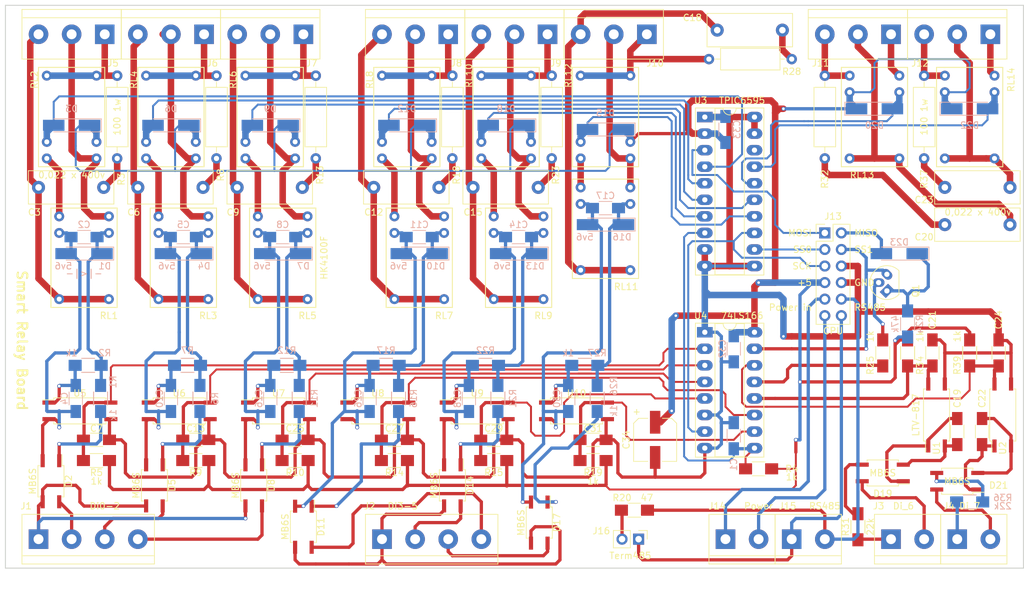
<source format=kicad_pcb>
(kicad_pcb (version 4) (host pcbnew 4.0.7)
  (layers (0 F.Cu signal) (31 B.Cu signal) (34 B.Paste user) (35 F.Paste user) (36 B.SilkS user) (37 F.SilkS user) (38 B.Mask user) (39 F.Mask user) (44 Edge.Cuts user))
  (net 0 "")
  (net 1 GND)
  (net 2 CPU_Di0)
  (net 3 "Net-(C3-Pad1)")
  (net 4 "Net-(C3-Pad2)")
  (net 5 "Net-(C4-Pad1)")
  (net 6 CPU_Di1)
  (net 7 "Net-(C6-Pad1)")
  (net 8 "Net-(C6-Pad2)")
  (net 9 CPU_Di2)
  (net 10 "Net-(C9-Pad1)")
  (net 11 "Net-(C9-Pad2)")
  (net 12 "Net-(C10-Pad1)")
  (net 13 CPU_Di5)
  (net 14 "Net-(C12-Pad1)")
  (net 15 "Net-(C12-Pad2)")
  (net 16 CPU_Di3)
  (net 17 "Net-(C15-Pad1)")
  (net 18 "Net-(C15-Pad2)")
  (net 19 "Net-(C16-Pad1)")
  (net 20 CPU_Di4)
  (net 21 "Net-(C18-Pad1)")
  (net 22 "Net-(C18-Pad2)")
  (net 23 "Net-(C19-Pad1)")
  (net 24 "Net-(C19-Pad2)")
  (net 25 "Net-(C20-Pad1)")
  (net 26 "Net-(C20-Pad2)")
  (net 27 CPU_Di6)
  (net 28 "Net-(C22-Pad1)")
  (net 29 "Net-(C22-Pad2)")
  (net 30 "Net-(C23-Pad1)")
  (net 31 "Net-(C23-Pad2)")
  (net 32 CPU_Di7)
  (net 33 /Sheet_relay_pair_0/Relay_In_Plus)
  (net 34 /Sheet_relay_pair_0/Relay_In_Minus)
  (net 35 /Sheet_relay_pair_1/Relay_In_Minus)
  (net 36 /Sheet_relay_pair_2/Relay_In_Minus)
  (net 37 /Sheet_relay_pair_3/Relay_In_Plus)
  (net 38 /Sheet_relay_pair_5/Relay_In_Minus)
  (net 39 /Sheet_relay_pair_3/Relay_In_Minus)
  (net 40 /Sheet_relay_pair_4/Relay_In_Minus)
  (net 41 /Simple_Di_Do_6/DI_B)
  (net 42 /Simple_Di_Do_7/DI_B)
  (net 43 /Simple_Di_Do_6/Di_A)
  (net 44 /Simple_Di_Do_7/Di_A)
  (net 45 "Net-(J5-Pad1)")
  (net 46 "Net-(J5-Pad2)")
  (net 47 "Net-(J6-Pad1)")
  (net 48 "Net-(J6-Pad2)")
  (net 49 "Net-(J7-Pad1)")
  (net 50 "Net-(J7-Pad2)")
  (net 51 "Net-(J8-Pad1)")
  (net 52 "Net-(J8-Pad2)")
  (net 53 "Net-(J9-Pad1)")
  (net 54 "Net-(J9-Pad2)")
  (net 55 "Net-(J10-Pad1)")
  (net 56 "Net-(J10-Pad2)")
  (net 57 CPU_Do0)
  (net 58 CPU_Do1)
  (net 59 CPU_Do2)
  (net 60 CPU_Do5)
  (net 61 CPU_Do3)
  (net 62 CPU_Do6)
  (net 63 CPU_Do7)
  (net 64 +5V)
  (net 65 "Net-(RL10-Pad3)")
  (net 66 "Net-(J11-Pad1)")
  (net 67 "Net-(J12-Pad1)")
  (net 68 /~CLR)
  (net 69 "Net-(C2-Pad1)")
  (net 70 "Net-(C2-Pad2)")
  (net 71 "Net-(C10-Pad2)")
  (net 72 "Net-(C5-Pad2)")
  (net 73 "Net-(C16-Pad2)")
  (net 74 "Net-(C8-Pad2)")
  (net 75 "Net-(C11-Pad1)")
  (net 76 "Net-(C11-Pad2)")
  (net 77 "Net-(C14-Pad1)")
  (net 78 "Net-(C14-Pad2)")
  (net 79 "Net-(C17-Pad1)")
  (net 80 "Net-(C17-Pad2)")
  (net 81 "Net-(C26-Pad1)")
  (net 82 "Net-(C28-Pad1)")
  (net 83 "Net-(C30-Pad1)")
  (net 84 /~SS0)
  (net 85 /MOSI)
  (net 86 /SCK)
  (net 87 /MISO)
  (net 88 /SS1)
  (net 89 "Net-(D2-Pad1)")
  (net 90 "Net-(D5-Pad1)")
  (net 91 "Net-(D8-Pad1)")
  (net 92 "Net-(D11-Pad1)")
  (net 93 "Net-(D14-Pad1)")
  (net 94 "Net-(D17-Pad1)")
  (net 95 "Net-(D19-Pad3)")
  (net 96 "Net-(D21-Pad3)")
  (net 97 "Net-(RL1-Pad4)")
  (net 98 "Net-(RL3-Pad4)")
  (net 99 "Net-(RL5-Pad4)")
  (net 100 "Net-(RL7-Pad4)")
  (net 101 "Net-(RL11-Pad4)")
  (net 102 "Net-(J11-Pad3)")
  (net 103 "Net-(J12-Pad3)")
  (net 104 "Net-(J13-Pad9)")
  (net 105 "Net-(J13-Pad11)")
  (net 106 "Net-(J13-Pad12)")
  (net 107 "Net-(J13-Pad10)")
  (net 108 "Net-(J16-Pad2)")
  (net 109 "Net-(Q1-Pad2)")
  (net 110 "Net-(D23-Pad1)")
  (net 111 "Net-(R25-Pad1)")
  (module dz_lib:Relay_SPDT_HK4100F (layer F.Cu) (at 104.14 64.77 270)
    (fp_text reference RL2 (at 0.635 1.905 270) (layer F.SilkS))
    (fp_text value HK4100F)
    (pad 1 thru_hole circle (at 0 0 270) (size 1.524 1.524) (drill 0.762) (layers *.Cu *.Mask) (net 45 "Net-(J5-Pad1)"))
    (pad 6 thru_hole circle (at 0 -7.62 270) (size 1.524 1.524) (drill 0.762) (layers *.Cu *.Mask) (net 45 "Net-(J5-Pad1)"))
    (pad 2 thru_hole circle (at 10.16 0 270) (size 1.524 1.524) (drill 0.762) (layers *.Cu *.Mask) (net 57 CPU_Do0))
    (pad 3 thru_hole circle (at 12.7 0 270) (size 1.524 1.524) (drill 0.762) (layers *.Cu *.Mask) (net 97 "Net-(RL1-Pad4)"))
    (pad 5 thru_hole circle (at 10.16 -7.62 270) (size 1.524 1.524) (drill 0.762) (layers *.Cu *.Mask) (net 64 +5V))
    (pad 4 thru_hole circle (at 12.7 -7.62 270) (size 1.524 1.524) (drill 0.762) (layers *.Cu *.Mask) (net 46 "Net-(J5-Pad2)"))
  )
  (module Capacitors_SMD:C_1206_HandSoldering (layer B.Cu) (at 109.855 89.535)
    (fp_text reference C2 (at 0 -1.905) (layer B.SilkS) (effects (justify mirror)))
    (fp_text value 0,1)
    (pad 1 smd rect (at -2 0) (size 2 1.6) (layers B.Cu B.Paste B.Mask) (net 69 "Net-(C2-Pad1)"))
    (pad 2 smd rect (at 2 0) (size 2 1.6) (layers B.Cu B.Paste B.Mask) (net 70 "Net-(C2-Pad2)"))
  )
  (module Capacitors_SMD:C_1206_HandSoldering (layer B.Cu) (at 125.095 89.535)
    (fp_text reference C5 (at 0 -1.905) (layer B.SilkS) (effects (justify mirror)))
    (fp_text value 0,1)
    (pad 1 smd rect (at -2 0) (size 2 1.6) (layers B.Cu B.Paste B.Mask) (net 71 "Net-(C10-Pad2)"))
    (pad 2 smd rect (at 2 0) (size 2 1.6) (layers B.Cu B.Paste B.Mask) (net 72 "Net-(C5-Pad2)"))
  )
  (module Capacitors_SMD:C_1206_HandSoldering (layer B.Cu) (at 140.335 89.535)
    (fp_text reference C8 (at 0 -1.905) (layer B.SilkS) (effects (justify mirror)))
    (fp_text value 0,1)
    (pad 1 smd rect (at -2 0) (size 2 1.6) (layers B.Cu B.Paste B.Mask) (net 73 "Net-(C16-Pad2)"))
    (pad 2 smd rect (at 2 0) (size 2 1.6) (layers B.Cu B.Paste B.Mask) (net 74 "Net-(C8-Pad2)"))
  )
  (module Capacitors_SMD:C_1206_HandSoldering (layer B.Cu) (at 161.29 89.535)
    (fp_text reference C11 (at 0 -1.905) (layer B.SilkS) (effects (justify mirror)))
    (fp_text value 0,1)
    (pad 1 smd rect (at -2 0) (size 2 1.6) (layers B.Cu B.Paste B.Mask) (net 75 "Net-(C11-Pad1)"))
    (pad 2 smd rect (at 2 0) (size 2 1.6) (layers B.Cu B.Paste B.Mask) (net 76 "Net-(C11-Pad2)"))
  )
  (module Capacitors_SMD:C_1206_HandSoldering (layer B.Cu) (at 176.53 89.535)
    (fp_text reference C14 (at 0 -1.905) (layer B.SilkS) (effects (justify mirror)))
    (fp_text value 0,1)
    (pad 1 smd rect (at -2 0) (size 2 1.6) (layers B.Cu B.Paste B.Mask) (net 77 "Net-(C14-Pad1)"))
    (pad 2 smd rect (at 2 0) (size 2 1.6) (layers B.Cu B.Paste B.Mask) (net 78 "Net-(C14-Pad2)"))
  )
  (module Capacitors_SMD:C_1206_HandSoldering (layer B.Cu) (at 189.865 85.09)
    (fp_text reference C17 (at 0 -1.905) (layer B.SilkS) (effects (justify mirror)))
    (fp_text value 0,1)
    (pad 1 smd rect (at -2 0) (size 2 1.6) (layers B.Cu B.Paste B.Mask) (net 79 "Net-(C17-Pad1)"))
    (pad 2 smd rect (at 2 0) (size 2 1.6) (layers B.Cu B.Paste B.Mask) (net 80 "Net-(C17-Pad2)"))
  )
  (module Capacitors_SMD:C_1206_HandSoldering (layer F.Cu) (at 243.84 119.38 270)
    (fp_text reference C19 (at -5.08 0 270) (layer F.SilkS))
    (fp_text value 0,1)
    (pad 1 smd rect (at -2 0 270) (size 2 1.6) (layers F.Cu F.Paste F.Mask) (net 23 "Net-(C19-Pad1)"))
    (pad 2 smd rect (at 2 0 270) (size 2 1.6) (layers F.Cu F.Paste F.Mask) (net 24 "Net-(C19-Pad2)"))
  )
  (module Capacitors_SMD:C_1206_HandSoldering (layer F.Cu) (at 240.03 107.315 90)
    (fp_text reference C21 (at 5.08 0 90) (layer F.SilkS))
    (fp_text value 0,1)
    (pad 1 smd rect (at -2 0 90) (size 2 1.6) (layers F.Cu F.Paste F.Mask) (net 27 CPU_Di6))
    (pad 2 smd rect (at 2 0 90) (size 2 1.6) (layers F.Cu F.Paste F.Mask) (net 1 GND))
  )
  (module Capacitors_SMD:C_1206_HandSoldering (layer F.Cu) (at 247.65 119.38 90)
    (fp_text reference C22 (at 5.08 0 90) (layer F.SilkS))
    (fp_text value 0,1)
    (pad 1 smd rect (at -2 0 90) (size 2 1.6) (layers F.Cu F.Paste F.Mask) (net 28 "Net-(C22-Pad1)"))
    (pad 2 smd rect (at 2 0 90) (size 2 1.6) (layers F.Cu F.Paste F.Mask) (net 29 "Net-(C22-Pad2)"))
  )
  (module Capacitors_SMD:C_1206_HandSoldering (layer F.Cu) (at 250.19 107.315 90)
    (fp_text reference C24 (at 5.08 0 90) (layer F.SilkS))
    (fp_text value 0,1)
    (pad 1 smd rect (at -2 0 90) (size 2 1.6) (layers F.Cu F.Paste F.Mask) (net 32 CPU_Di7))
    (pad 2 smd rect (at 2 0 90) (size 2 1.6) (layers F.Cu F.Paste F.Mask) (net 1 GND))
  )
  (module Diodes_SMD:D_MiniMELF_Handsoldering (layer B.Cu) (at 109.855 92.075 180)
    (fp_text reference D1 (at -3.175 -1.905 180) (layer B.SilkS) (effects (justify mirror)))
    (fp_text value 5v6 (at 3.175 -1.905 180) (layer B.SilkS) (effects (justify mirror)))
    (pad 1 smd rect (at -2.75 0 180) (size 3.3 1.7) (layers B.Cu B.Paste B.Mask) (net 70 "Net-(C2-Pad2)"))
    (pad 2 smd rect (at 2.75 0 180) (size 3.3 1.7) (layers B.Cu B.Paste B.Mask) (net 69 "Net-(C2-Pad1)"))
  )
  (module Diodes_SMD:D_MiniMELF_Handsoldering (layer B.Cu) (at 107.95 72.39 180)
    (fp_text reference D3 (at 0 2.54 180) (layer B.SilkS) (effects (justify mirror)))
    (fp_text value 1n4148)
    (pad 1 smd rect (at -2.75 0 180) (size 3.3 1.7) (layers B.Cu B.Paste B.Mask) (net 64 +5V))
    (pad 2 smd rect (at 2.75 0 180) (size 3.3 1.7) (layers B.Cu B.Paste B.Mask) (net 57 CPU_Do0))
  )
  (module Diodes_SMD:D_MiniMELF_Handsoldering (layer B.Cu) (at 125.095 92.075 180)
    (fp_text reference D4 (at -3.175 -1.905 180) (layer B.SilkS) (effects (justify mirror)))
    (fp_text value 5v6 (at 2.54 -1.905 180) (layer B.SilkS) (effects (justify mirror)))
    (pad 1 smd rect (at -2.75 0 180) (size 3.3 1.7) (layers B.Cu B.Paste B.Mask) (net 72 "Net-(C5-Pad2)"))
    (pad 2 smd rect (at 2.75 0 180) (size 3.3 1.7) (layers B.Cu B.Paste B.Mask) (net 71 "Net-(C10-Pad2)"))
  )
  (module Diodes_SMD:D_MiniMELF_Handsoldering (layer B.Cu) (at 123.19 72.39 180)
    (fp_text reference D6 (at 0 2.54 180) (layer B.SilkS) (effects (justify mirror)))
    (fp_text value 1n4148)
    (pad 1 smd rect (at -2.75 0 180) (size 3.3 1.7) (layers B.Cu B.Paste B.Mask) (net 64 +5V))
    (pad 2 smd rect (at 2.75 0 180) (size 3.3 1.7) (layers B.Cu B.Paste B.Mask) (net 58 CPU_Do1))
  )
  (module Diodes_SMD:D_MiniMELF_Handsoldering (layer B.Cu) (at 140.335 92.075 180)
    (fp_text reference D7 (at -3.175 -1.905 180) (layer B.SilkS) (effects (justify mirror)))
    (fp_text value 5v6 (at 3.175 -1.905 180) (layer B.SilkS) (effects (justify mirror)))
    (pad 1 smd rect (at -2.75 0 180) (size 3.3 1.7) (layers B.Cu B.Paste B.Mask) (net 74 "Net-(C8-Pad2)"))
    (pad 2 smd rect (at 2.75 0 180) (size 3.3 1.7) (layers B.Cu B.Paste B.Mask) (net 73 "Net-(C16-Pad2)"))
  )
  (module Diodes_SMD:D_MiniMELF_Handsoldering (layer B.Cu) (at 138.43 72.39 180)
    (fp_text reference D9 (at 0 2.54 180) (layer B.SilkS) (effects (justify mirror)))
    (fp_text value 1n4148)
    (pad 1 smd rect (at -2.75 0 180) (size 3.3 1.7) (layers B.Cu B.Paste B.Mask) (net 64 +5V))
    (pad 2 smd rect (at 2.75 0 180) (size 3.3 1.7) (layers B.Cu B.Paste B.Mask) (net 59 CPU_Do2))
  )
  (module Diodes_SMD:D_MiniMELF_Handsoldering (layer B.Cu) (at 161.29 92.075 180)
    (fp_text reference D10 (at -2.54 -1.905 180) (layer B.SilkS) (effects (justify mirror)))
    (fp_text value 5v6 (at 3.175 -1.905 180) (layer B.SilkS) (effects (justify mirror)))
    (pad 1 smd rect (at -2.75 0 180) (size 3.3 1.7) (layers B.Cu B.Paste B.Mask) (net 76 "Net-(C11-Pad2)"))
    (pad 2 smd rect (at 2.75 0 180) (size 3.3 1.7) (layers B.Cu B.Paste B.Mask) (net 75 "Net-(C11-Pad1)"))
  )
  (module Diodes_SMD:D_MiniMELF_Handsoldering (layer B.Cu) (at 159.385 72.39 180)
    (fp_text reference D12 (at 0 2.54 180) (layer B.SilkS) (effects (justify mirror)))
    (fp_text value 1n4148)
    (pad 1 smd rect (at -2.75 0 180) (size 3.3 1.7) (layers B.Cu B.Paste B.Mask) (net 64 +5V))
    (pad 2 smd rect (at 2.75 0 180) (size 3.3 1.7) (layers B.Cu B.Paste B.Mask) (net 60 CPU_Do5))
  )
  (module Diodes_SMD:D_MiniMELF_Handsoldering (layer B.Cu) (at 176.53 92.075 180)
    (fp_text reference D13 (at -2.54 -1.905 180) (layer B.SilkS) (effects (justify mirror)))
    (fp_text value 5v6 (at 2.54 -1.905 180) (layer B.SilkS) (effects (justify mirror)))
    (pad 1 smd rect (at -2.75 0 180) (size 3.3 1.7) (layers B.Cu B.Paste B.Mask) (net 78 "Net-(C14-Pad2)"))
    (pad 2 smd rect (at 2.75 0 180) (size 3.3 1.7) (layers B.Cu B.Paste B.Mask) (net 77 "Net-(C14-Pad1)"))
  )
  (module Diodes_SMD:D_MiniMELF_Handsoldering (layer B.Cu) (at 189.865 73.025 180)
    (fp_text reference D15 (at 0 2.54 180) (layer B.SilkS) (effects (justify mirror)))
    (fp_text value 1n4148)
    (pad 1 smd rect (at -2.75 0 180) (size 3.3 1.7) (layers B.Cu B.Paste B.Mask) (net 64 +5V))
    (pad 2 smd rect (at 2.75 0 180) (size 3.3 1.7) (layers B.Cu B.Paste B.Mask) (net 61 CPU_Do3))
  )
  (module Diodes_SMD:D_MiniMELF_Handsoldering (layer B.Cu) (at 189.865 87.63 180)
    (fp_text reference D16 (at -2.54 -1.905 180) (layer B.SilkS) (effects (justify mirror)))
    (fp_text value 5v6 (at 3.175 -1.905 180) (layer B.SilkS) (effects (justify mirror)))
    (pad 1 smd rect (at -2.75 0 180) (size 3.3 1.7) (layers B.Cu B.Paste B.Mask) (net 80 "Net-(C17-Pad2)"))
    (pad 2 smd rect (at 2.75 0 180) (size 3.3 1.7) (layers B.Cu B.Paste B.Mask) (net 79 "Net-(C17-Pad1)"))
  )
  (module Diodes_SMD:D_MiniMELF_Handsoldering (layer B.Cu) (at 174.625 72.39 180)
    (fp_text reference D18 (at 0 2.54 180) (layer B.SilkS) (effects (justify mirror)))
    (fp_text value 1n4148)
    (pad 1 smd rect (at -2.75 0 180) (size 3.3 1.7) (layers B.Cu B.Paste B.Mask) (net 64 +5V))
    (pad 2 smd rect (at 2.75 0 180) (size 3.3 1.7) (layers B.Cu B.Paste B.Mask) (net 61 CPU_Do3))
  )
  (module Diodes_SMD:D_MiniMELF_Handsoldering (layer B.Cu) (at 231.14 69.85)
    (fp_text reference D20 (at 0 2.54) (layer B.SilkS) (effects (justify mirror)))
    (fp_text value 1N4148)
    (pad 1 smd rect (at -2.75 0) (size 3.3 1.7) (layers B.Cu B.Paste B.Mask) (net 64 +5V))
    (pad 2 smd rect (at 2.75 0) (size 3.3 1.7) (layers B.Cu B.Paste B.Mask) (net 62 CPU_Do6))
  )
  (module Diodes_SMD:D_MiniMELF_Handsoldering (layer B.Cu) (at 245.745 69.85)
    (fp_text reference D22 (at 0 2.54) (layer B.SilkS) (effects (justify mirror)))
    (fp_text value 1N4148)
    (pad 1 smd rect (at -2.75 0) (size 3.3 1.7) (layers B.Cu B.Paste B.Mask) (net 64 +5V))
    (pad 2 smd rect (at 2.75 0) (size 3.3 1.7) (layers B.Cu B.Paste B.Mask) (net 63 CPU_Do7))
  )
  (module Resistors_SMD:R_1206_HandSoldering (layer B.Cu) (at 112.395 114.3 90)
    (fp_text reference R1 (at 2.54 1.905 90) (layer B.SilkS) (effects (justify mirror)))
    (fp_text value 1k (at -2.54 1.905 90) (layer B.SilkS) (effects (justify mirror)))
    (pad 1 smd rect (at -2 0 90) (size 2 1.7) (layers B.Cu B.Paste B.Mask) (net 89 "Net-(D2-Pad1)"))
    (pad 2 smd rect (at 2 0 90) (size 2 1.7) (layers B.Cu B.Paste B.Mask) (net 70 "Net-(C2-Pad2)"))
  )
  (module Resistors_SMD:R_1206_HandSoldering (layer B.Cu) (at 110.49 109.22 180)
    (fp_text reference R2 (at -2.54 1.905 180) (layer B.SilkS) (effects (justify mirror)))
    (fp_text value 1k (at 2.54 1.905 180) (layer B.SilkS) (effects (justify mirror)))
    (pad 1 smd rect (at -2 0 180) (size 2 1.7) (layers B.Cu B.Paste B.Mask) (net 70 "Net-(C2-Pad2)"))
    (pad 2 smd rect (at 2 0 180) (size 2 1.7) (layers B.Cu B.Paste B.Mask) (net 5 "Net-(C4-Pad1)"))
  )
  (module Resistors_THT:R_Axial_DIN0309_L9.0mm_D3.2mm_P12.70mm_Horizontal (layer F.Cu) (at 114.935 77.47 90)
    (fp_text reference R3 (at -3.175 0.635 90) (layer F.SilkS))
    (fp_text value "100 1w" (at 6.35 0 90) (layer F.SilkS))
    (pad 1 thru_hole circle (at 0 0 90) (size 1.6 1.6) (drill 0.8) (layers *.Cu *.Mask) (net 4 "Net-(C3-Pad2)"))
    (pad 2 thru_hole oval (at 12.7 0 90) (size 1.6 1.6) (drill 0.8) (layers *.Cu *.Mask) (net 45 "Net-(J5-Pad1)"))
  )
  (module Resistors_SMD:R_1206_HandSoldering (layer B.Cu) (at 127.635 114.3 90)
    (fp_text reference R6 (at 0 2.3 90) (layer B.SilkS) (effects (justify mirror)))
    (fp_text value 1k)
    (pad 1 smd rect (at -2 0 90) (size 2 1.7) (layers B.Cu B.Paste B.Mask) (net 90 "Net-(D5-Pad1)"))
    (pad 2 smd rect (at 2 0 90) (size 2 1.7) (layers B.Cu B.Paste B.Mask) (net 72 "Net-(C5-Pad2)"))
  )
  (module Resistors_SMD:R_1206_HandSoldering (layer B.Cu) (at 125.73 109.22 180)
    (fp_text reference R7 (at 0 2.3 180) (layer B.SilkS) (effects (justify mirror)))
    (fp_text value 1k)
    (pad 1 smd rect (at -2 0 180) (size 2 1.7) (layers B.Cu B.Paste B.Mask) (net 72 "Net-(C5-Pad2)"))
    (pad 2 smd rect (at 2 0 180) (size 2 1.7) (layers B.Cu B.Paste B.Mask) (net 12 "Net-(C10-Pad1)"))
  )
  (module Resistors_THT:R_Axial_DIN0309_L9.0mm_D3.2mm_P12.70mm_Horizontal (layer F.Cu) (at 130.175 77.47 90)
    (fp_text reference R8 (at -2.54 0.635 90) (layer F.SilkS))
    (fp_text value "100 1w")
    (pad 1 thru_hole circle (at 0 0 90) (size 1.6 1.6) (drill 0.8) (layers *.Cu *.Mask) (net 8 "Net-(C6-Pad2)"))
    (pad 2 thru_hole oval (at 12.7 0 90) (size 1.6 1.6) (drill 0.8) (layers *.Cu *.Mask) (net 47 "Net-(J6-Pad1)"))
  )
  (module Resistors_SMD:R_1206_HandSoldering (layer B.Cu) (at 142.875 114.3 90)
    (fp_text reference R11 (at 0 2.3 90) (layer B.SilkS) (effects (justify mirror)))
    (fp_text value 1k)
    (pad 1 smd rect (at -2 0 90) (size 2 1.7) (layers B.Cu B.Paste B.Mask) (net 91 "Net-(D8-Pad1)"))
    (pad 2 smd rect (at 2 0 90) (size 2 1.7) (layers B.Cu B.Paste B.Mask) (net 74 "Net-(C8-Pad2)"))
  )
  (module Resistors_SMD:R_1206_HandSoldering (layer B.Cu) (at 140.97 109.22 180)
    (fp_text reference R12 (at 0 2.3 180) (layer B.SilkS) (effects (justify mirror)))
    (fp_text value 1k)
    (pad 1 smd rect (at -2 0 180) (size 2 1.7) (layers B.Cu B.Paste B.Mask) (net 74 "Net-(C8-Pad2)"))
    (pad 2 smd rect (at 2 0 180) (size 2 1.7) (layers B.Cu B.Paste B.Mask) (net 19 "Net-(C16-Pad1)"))
  )
  (module Resistors_THT:R_Axial_DIN0309_L9.0mm_D3.2mm_P12.70mm_Horizontal (layer F.Cu) (at 145.415 77.47 90)
    (fp_text reference R13 (at -2.54 0.635 90) (layer F.SilkS))
    (fp_text value "100 1w")
    (pad 1 thru_hole circle (at 0 0 90) (size 1.6 1.6) (drill 0.8) (layers *.Cu *.Mask) (net 11 "Net-(C9-Pad2)"))
    (pad 2 thru_hole oval (at 12.7 0 90) (size 1.6 1.6) (drill 0.8) (layers *.Cu *.Mask) (net 49 "Net-(J7-Pad1)"))
  )
  (module Resistors_SMD:R_1206_HandSoldering (layer B.Cu) (at 158.115 114.3 90)
    (fp_text reference R16 (at 0 2.3 90) (layer B.SilkS) (effects (justify mirror)))
    (fp_text value 1k)
    (pad 1 smd rect (at -2 0 90) (size 2 1.7) (layers B.Cu B.Paste B.Mask) (net 92 "Net-(D11-Pad1)"))
    (pad 2 smd rect (at 2 0 90) (size 2 1.7) (layers B.Cu B.Paste B.Mask) (net 76 "Net-(C11-Pad2)"))
  )
  (module Resistors_SMD:R_1206_HandSoldering (layer B.Cu) (at 156.21 109.22 180)
    (fp_text reference R17 (at 0 2.3 180) (layer B.SilkS) (effects (justify mirror)))
    (fp_text value 1k)
    (pad 1 smd rect (at -2 0 180) (size 2 1.7) (layers B.Cu B.Paste B.Mask) (net 76 "Net-(C11-Pad2)"))
    (pad 2 smd rect (at 2 0 180) (size 2 1.7) (layers B.Cu B.Paste B.Mask) (net 81 "Net-(C26-Pad1)"))
  )
  (module Resistors_THT:R_Axial_DIN0309_L9.0mm_D3.2mm_P12.70mm_Horizontal (layer F.Cu) (at 166.37 77.47 90)
    (fp_text reference R18 (at -2.54 0.635 90) (layer F.SilkS))
    (fp_text value "100 1w")
    (pad 1 thru_hole circle (at 0 0 90) (size 1.6 1.6) (drill 0.8) (layers *.Cu *.Mask) (net 15 "Net-(C12-Pad2)"))
    (pad 2 thru_hole oval (at 12.7 0 90) (size 1.6 1.6) (drill 0.8) (layers *.Cu *.Mask) (net 51 "Net-(J8-Pad1)"))
  )
  (module Resistors_SMD:R_1206_HandSoldering (layer B.Cu) (at 173.355 114.3 90)
    (fp_text reference R21 (at 0 2.3 90) (layer B.SilkS) (effects (justify mirror)))
    (fp_text value 1k)
    (pad 1 smd rect (at -2 0 90) (size 2 1.7) (layers B.Cu B.Paste B.Mask) (net 93 "Net-(D14-Pad1)"))
    (pad 2 smd rect (at 2 0 90) (size 2 1.7) (layers B.Cu B.Paste B.Mask) (net 78 "Net-(C14-Pad2)"))
  )
  (module Resistors_SMD:R_1206_HandSoldering (layer B.Cu) (at 171.45 109.22 180)
    (fp_text reference R22 (at 0 2.3 180) (layer B.SilkS) (effects (justify mirror)))
    (fp_text value 1k)
    (pad 1 smd rect (at -2 0 180) (size 2 1.7) (layers B.Cu B.Paste B.Mask) (net 78 "Net-(C14-Pad2)"))
    (pad 2 smd rect (at 2 0 180) (size 2 1.7) (layers B.Cu B.Paste B.Mask) (net 82 "Net-(C28-Pad1)"))
  )
  (module Resistors_THT:R_Axial_DIN0309_L9.0mm_D3.2mm_P12.70mm_Horizontal (layer F.Cu) (at 181.61 77.47 90)
    (fp_text reference R23 (at -2.54 0.635 90) (layer F.SilkS))
    (fp_text value "100 1w")
    (pad 1 thru_hole circle (at 0 0 90) (size 1.6 1.6) (drill 0.8) (layers *.Cu *.Mask) (net 18 "Net-(C15-Pad2)"))
    (pad 2 thru_hole oval (at 12.7 0 90) (size 1.6 1.6) (drill 0.8) (layers *.Cu *.Mask) (net 53 "Net-(J9-Pad1)"))
  )
  (module Resistors_SMD:R_1206_HandSoldering (layer B.Cu) (at 188.595 114.3 90)
    (fp_text reference R26 (at 1.905 2.54 90) (layer B.SilkS) (effects (justify mirror)))
    (fp_text value 1k (at -1.905 2.54 90) (layer B.SilkS) (effects (justify mirror)))
    (pad 1 smd rect (at -2 0 90) (size 2 1.7) (layers B.Cu B.Paste B.Mask) (net 94 "Net-(D17-Pad1)"))
    (pad 2 smd rect (at 2 0 90) (size 2 1.7) (layers B.Cu B.Paste B.Mask) (net 80 "Net-(C17-Pad2)"))
  )
  (module Resistors_SMD:R_1206_HandSoldering (layer B.Cu) (at 186.69 109.22 180)
    (fp_text reference R27 (at -1.905 1.905 180) (layer B.SilkS) (effects (justify mirror)))
    (fp_text value 1k (at 2.54 1.905 180) (layer B.SilkS) (effects (justify mirror)))
    (pad 1 smd rect (at -2 0 180) (size 2 1.7) (layers B.Cu B.Paste B.Mask) (net 80 "Net-(C17-Pad2)"))
    (pad 2 smd rect (at 2 0 180) (size 2 1.7) (layers B.Cu B.Paste B.Mask) (net 83 "Net-(C30-Pad1)"))
  )
  (module Resistors_THT:R_Axial_DIN0309_L9.0mm_D3.2mm_P12.70mm_Horizontal (layer F.Cu) (at 218.44 62.23 180)
    (fp_text reference R28 (at 0 -1.905 180) (layer F.SilkS))
    (fp_text value "100 1w")
    (pad 1 thru_hole circle (at 0 0 180) (size 1.6 1.6) (drill 0.8) (layers *.Cu *.Mask) (net 22 "Net-(C18-Pad2)"))
    (pad 2 thru_hole oval (at 12.7 0 180) (size 1.6 1.6) (drill 0.8) (layers *.Cu *.Mask) (net 55 "Net-(J10-Pad1)"))
  )
  (module Resistors_SMD:R_1206_HandSoldering (layer F.Cu) (at 228.6 133.985 270)
    (fp_text reference R31 (at 0 1.905 270) (layer F.SilkS))
    (fp_text value 22k (at 0 -1.905 270) (layer F.SilkS))
    (pad 1 smd rect (at -2 0 270) (size 2 1.7) (layers F.Cu F.Paste F.Mask) (net 95 "Net-(D19-Pad3)"))
    (pad 2 smd rect (at 2 0 270) (size 2 1.7) (layers F.Cu F.Paste F.Mask) (net 43 /Simple_Di_Do_6/Di_A))
  )
  (module Resistors_THT:R_Axial_DIN0309_L9.0mm_D3.2mm_P12.70mm_Horizontal (layer F.Cu) (at 223.52 64.77 270)
    (fp_text reference R32 (at 15.875 0 270) (layer F.SilkS))
    (fp_text value "100 1w")
    (pad 1 thru_hole circle (at 0 0 270) (size 1.6 1.6) (drill 0.8) (layers *.Cu *.Mask) (net 102 "Net-(J11-Pad3)"))
    (pad 2 thru_hole oval (at 12.7 0 270) (size 1.6 1.6) (drill 0.8) (layers *.Cu *.Mask) (net 25 "Net-(C20-Pad1)"))
  )
  (module Resistors_SMD:R_1206_HandSoldering (layer F.Cu) (at 236.22 107.315 270)
    (fp_text reference R34 (at 1.905 -1.905 270) (layer F.SilkS))
    (fp_text value 1k (at -2.54 -1.905 270) (layer F.SilkS))
    (pad 1 smd rect (at -2 0 270) (size 2 1.7) (layers F.Cu F.Paste F.Mask) (net 64 +5V))
    (pad 2 smd rect (at 2 0 270) (size 2 1.7) (layers F.Cu F.Paste F.Mask) (net 27 CPU_Di6))
  )
  (module Resistors_SMD:R_1206_HandSoldering (layer B.Cu) (at 245.745 130.175 180)
    (fp_text reference R36 (at -5.08 0.635 180) (layer B.SilkS) (effects (justify mirror)))
    (fp_text value 22k (at -5.08 -0.635 180) (layer B.SilkS) (effects (justify mirror)))
    (pad 1 smd rect (at -2 0 180) (size 2 1.7) (layers B.Cu B.Paste B.Mask) (net 96 "Net-(D21-Pad3)"))
    (pad 2 smd rect (at 2 0 180) (size 2 1.7) (layers B.Cu B.Paste B.Mask) (net 44 /Simple_Di_Do_7/Di_A))
  )
  (module Resistors_THT:R_Axial_DIN0309_L9.0mm_D3.2mm_P12.70mm_Horizontal (layer F.Cu) (at 238.76 64.77 270)
    (fp_text reference R37 (at 15.875 0 270) (layer F.SilkS))
    (fp_text value "100 1w" (at 6.35 0 270) (layer F.SilkS))
    (pad 1 thru_hole circle (at 0 0 270) (size 1.6 1.6) (drill 0.8) (layers *.Cu *.Mask) (net 103 "Net-(J12-Pad3)"))
    (pad 2 thru_hole oval (at 12.7 0 270) (size 1.6 1.6) (drill 0.8) (layers *.Cu *.Mask) (net 30 "Net-(C23-Pad1)"))
  )
  (module Resistors_SMD:R_1206_HandSoldering (layer F.Cu) (at 245.745 107.315 270)
    (fp_text reference R39 (at 1.905 1.905 270) (layer F.SilkS))
    (fp_text value 1k (at -2.54 1.905 270) (layer F.SilkS))
    (pad 1 smd rect (at -2 0 270) (size 2 1.7) (layers F.Cu F.Paste F.Mask) (net 64 +5V))
    (pad 2 smd rect (at 2 0 270) (size 2 1.7) (layers F.Cu F.Paste F.Mask) (net 32 CPU_Di7))
  )
  (module dz_lib:Relay_SPDT_HK4100F (layer F.Cu) (at 113.665 99.06 90)
    (fp_text reference RL1 (at -2.54 0 180) (layer F.SilkS))
    (fp_text value HK4100F)
    (pad 1 thru_hole circle (at 0 0 90) (size 1.524 1.524) (drill 0.762) (layers *.Cu *.Mask) (net 3 "Net-(C3-Pad1)"))
    (pad 6 thru_hole circle (at 0 -7.62 90) (size 1.524 1.524) (drill 0.762) (layers *.Cu *.Mask) (net 3 "Net-(C3-Pad1)"))
    (pad 2 thru_hole circle (at 10.16 0 90) (size 1.524 1.524) (drill 0.762) (layers *.Cu *.Mask) (net 70 "Net-(C2-Pad2)"))
    (pad 3 thru_hole circle (at 12.7 0 90) (size 1.524 1.524) (drill 0.762) (layers *.Cu *.Mask) (net 46 "Net-(J5-Pad2)"))
    (pad 5 thru_hole circle (at 10.16 -7.62 90) (size 1.524 1.524) (drill 0.762) (layers *.Cu *.Mask) (net 69 "Net-(C2-Pad1)"))
    (pad 4 thru_hole circle (at 12.7 -7.62 90) (size 1.524 1.524) (drill 0.762) (layers *.Cu *.Mask) (net 97 "Net-(RL1-Pad4)"))
  )
  (module dz_lib:Relay_SPDT_HK4100F (layer F.Cu) (at 128.905 99.06 90)
    (fp_text reference RL3 (at -2.54 0 180) (layer F.SilkS))
    (fp_text value HK4100F)
    (pad 1 thru_hole circle (at 0 0 90) (size 1.524 1.524) (drill 0.762) (layers *.Cu *.Mask) (net 7 "Net-(C6-Pad1)"))
    (pad 6 thru_hole circle (at 0 -7.62 90) (size 1.524 1.524) (drill 0.762) (layers *.Cu *.Mask) (net 7 "Net-(C6-Pad1)"))
    (pad 2 thru_hole circle (at 10.16 0 90) (size 1.524 1.524) (drill 0.762) (layers *.Cu *.Mask) (net 72 "Net-(C5-Pad2)"))
    (pad 3 thru_hole circle (at 12.7 0 90) (size 1.524 1.524) (drill 0.762) (layers *.Cu *.Mask) (net 48 "Net-(J6-Pad2)"))
    (pad 5 thru_hole circle (at 10.16 -7.62 90) (size 1.524 1.524) (drill 0.762) (layers *.Cu *.Mask) (net 71 "Net-(C10-Pad2)"))
    (pad 4 thru_hole circle (at 12.7 -7.62 90) (size 1.524 1.524) (drill 0.762) (layers *.Cu *.Mask) (net 98 "Net-(RL3-Pad4)"))
  )
  (module dz_lib:Relay_SPDT_HK4100F (layer F.Cu) (at 119.38 64.77 270)
    (fp_text reference RL4 (at 0.635 1.905 270) (layer F.SilkS))
    (fp_text value HK4100F)
    (pad 1 thru_hole circle (at 0 0 270) (size 1.524 1.524) (drill 0.762) (layers *.Cu *.Mask) (net 47 "Net-(J6-Pad1)"))
    (pad 6 thru_hole circle (at 0 -7.62 270) (size 1.524 1.524) (drill 0.762) (layers *.Cu *.Mask) (net 47 "Net-(J6-Pad1)"))
    (pad 2 thru_hole circle (at 10.16 0 270) (size 1.524 1.524) (drill 0.762) (layers *.Cu *.Mask) (net 58 CPU_Do1))
    (pad 3 thru_hole circle (at 12.7 0 270) (size 1.524 1.524) (drill 0.762) (layers *.Cu *.Mask) (net 98 "Net-(RL3-Pad4)"))
    (pad 5 thru_hole circle (at 10.16 -7.62 270) (size 1.524 1.524) (drill 0.762) (layers *.Cu *.Mask) (net 64 +5V))
    (pad 4 thru_hole circle (at 12.7 -7.62 270) (size 1.524 1.524) (drill 0.762) (layers *.Cu *.Mask) (net 48 "Net-(J6-Pad2)"))
  )
  (module dz_lib:Relay_SPDT_HK4100F (layer F.Cu) (at 144.145 99.06 90)
    (fp_text reference RL5 (at -2.54 0 180) (layer F.SilkS))
    (fp_text value HK4100F (at 6.35 2.54 90) (layer F.SilkS))
    (pad 1 thru_hole circle (at 0 0 90) (size 1.524 1.524) (drill 0.762) (layers *.Cu *.Mask) (net 10 "Net-(C9-Pad1)"))
    (pad 6 thru_hole circle (at 0 -7.62 90) (size 1.524 1.524) (drill 0.762) (layers *.Cu *.Mask) (net 10 "Net-(C9-Pad1)"))
    (pad 2 thru_hole circle (at 10.16 0 90) (size 1.524 1.524) (drill 0.762) (layers *.Cu *.Mask) (net 74 "Net-(C8-Pad2)"))
    (pad 3 thru_hole circle (at 12.7 0 90) (size 1.524 1.524) (drill 0.762) (layers *.Cu *.Mask) (net 50 "Net-(J7-Pad2)"))
    (pad 5 thru_hole circle (at 10.16 -7.62 90) (size 1.524 1.524) (drill 0.762) (layers *.Cu *.Mask) (net 73 "Net-(C16-Pad2)"))
    (pad 4 thru_hole circle (at 12.7 -7.62 90) (size 1.524 1.524) (drill 0.762) (layers *.Cu *.Mask) (net 99 "Net-(RL5-Pad4)"))
  )
  (module dz_lib:Relay_SPDT_HK4100F (layer F.Cu) (at 134.62 64.77 270)
    (fp_text reference RL6 (at 0.635 1.905 270) (layer F.SilkS))
    (fp_text value HK4100F)
    (pad 1 thru_hole circle (at 0 0 270) (size 1.524 1.524) (drill 0.762) (layers *.Cu *.Mask) (net 49 "Net-(J7-Pad1)"))
    (pad 6 thru_hole circle (at 0 -7.62 270) (size 1.524 1.524) (drill 0.762) (layers *.Cu *.Mask) (net 49 "Net-(J7-Pad1)"))
    (pad 2 thru_hole circle (at 10.16 0 270) (size 1.524 1.524) (drill 0.762) (layers *.Cu *.Mask) (net 59 CPU_Do2))
    (pad 3 thru_hole circle (at 12.7 0 270) (size 1.524 1.524) (drill 0.762) (layers *.Cu *.Mask) (net 99 "Net-(RL5-Pad4)"))
    (pad 5 thru_hole circle (at 10.16 -7.62 270) (size 1.524 1.524) (drill 0.762) (layers *.Cu *.Mask) (net 64 +5V))
    (pad 4 thru_hole circle (at 12.7 -7.62 270) (size 1.524 1.524) (drill 0.762) (layers *.Cu *.Mask) (net 50 "Net-(J7-Pad2)"))
  )
  (module dz_lib:Relay_SPDT_HK4100F (layer F.Cu) (at 165.1 99.06 90)
    (fp_text reference RL7 (at -2.54 0 180) (layer F.SilkS))
    (fp_text value HK4100F)
    (pad 1 thru_hole circle (at 0 0 90) (size 1.524 1.524) (drill 0.762) (layers *.Cu *.Mask) (net 14 "Net-(C12-Pad1)"))
    (pad 6 thru_hole circle (at 0 -7.62 90) (size 1.524 1.524) (drill 0.762) (layers *.Cu *.Mask) (net 14 "Net-(C12-Pad1)"))
    (pad 2 thru_hole circle (at 10.16 0 90) (size 1.524 1.524) (drill 0.762) (layers *.Cu *.Mask) (net 76 "Net-(C11-Pad2)"))
    (pad 3 thru_hole circle (at 12.7 0 90) (size 1.524 1.524) (drill 0.762) (layers *.Cu *.Mask) (net 52 "Net-(J8-Pad2)"))
    (pad 5 thru_hole circle (at 10.16 -7.62 90) (size 1.524 1.524) (drill 0.762) (layers *.Cu *.Mask) (net 75 "Net-(C11-Pad1)"))
    (pad 4 thru_hole circle (at 12.7 -7.62 90) (size 1.524 1.524) (drill 0.762) (layers *.Cu *.Mask) (net 100 "Net-(RL7-Pad4)"))
  )
  (module dz_lib:Relay_SPDT_HK4100F (layer F.Cu) (at 155.575 64.77 270)
    (fp_text reference RL8 (at 0.635 1.905 270) (layer F.SilkS))
    (fp_text value HK4100F)
    (pad 1 thru_hole circle (at 0 0 270) (size 1.524 1.524) (drill 0.762) (layers *.Cu *.Mask) (net 51 "Net-(J8-Pad1)"))
    (pad 6 thru_hole circle (at 0 -7.62 270) (size 1.524 1.524) (drill 0.762) (layers *.Cu *.Mask) (net 51 "Net-(J8-Pad1)"))
    (pad 2 thru_hole circle (at 10.16 0 270) (size 1.524 1.524) (drill 0.762) (layers *.Cu *.Mask) (net 60 CPU_Do5))
    (pad 3 thru_hole circle (at 12.7 0 270) (size 1.524 1.524) (drill 0.762) (layers *.Cu *.Mask) (net 100 "Net-(RL7-Pad4)"))
    (pad 5 thru_hole circle (at 10.16 -7.62 270) (size 1.524 1.524) (drill 0.762) (layers *.Cu *.Mask) (net 64 +5V))
    (pad 4 thru_hole circle (at 12.7 -7.62 270) (size 1.524 1.524) (drill 0.762) (layers *.Cu *.Mask) (net 52 "Net-(J8-Pad2)"))
  )
  (module dz_lib:Relay_SPDT_HK4100F (layer F.Cu) (at 180.34 99.06 90)
    (fp_text reference RL9 (at -2.54 0 180) (layer F.SilkS))
    (fp_text value HK4100F)
    (pad 1 thru_hole circle (at 0 0 90) (size 1.524 1.524) (drill 0.762) (layers *.Cu *.Mask) (net 17 "Net-(C15-Pad1)"))
    (pad 6 thru_hole circle (at 0 -7.62 90) (size 1.524 1.524) (drill 0.762) (layers *.Cu *.Mask) (net 17 "Net-(C15-Pad1)"))
    (pad 2 thru_hole circle (at 10.16 0 90) (size 1.524 1.524) (drill 0.762) (layers *.Cu *.Mask) (net 78 "Net-(C14-Pad2)"))
    (pad 3 thru_hole circle (at 12.7 0 90) (size 1.524 1.524) (drill 0.762) (layers *.Cu *.Mask) (net 54 "Net-(J9-Pad2)"))
    (pad 5 thru_hole circle (at 10.16 -7.62 90) (size 1.524 1.524) (drill 0.762) (layers *.Cu *.Mask) (net 77 "Net-(C14-Pad1)"))
    (pad 4 thru_hole circle (at 12.7 -7.62 90) (size 1.524 1.524) (drill 0.762) (layers *.Cu *.Mask) (net 65 "Net-(RL10-Pad3)"))
  )
  (module dz_lib:Relay_SPDT_HK4100F (layer F.Cu) (at 170.815 64.77 270)
    (fp_text reference RL10 (at 0 1.905 270) (layer F.SilkS))
    (fp_text value HK4100F)
    (pad 1 thru_hole circle (at 0 0 270) (size 1.524 1.524) (drill 0.762) (layers *.Cu *.Mask) (net 53 "Net-(J9-Pad1)"))
    (pad 6 thru_hole circle (at 0 -7.62 270) (size 1.524 1.524) (drill 0.762) (layers *.Cu *.Mask) (net 53 "Net-(J9-Pad1)"))
    (pad 2 thru_hole circle (at 10.16 0 270) (size 1.524 1.524) (drill 0.762) (layers *.Cu *.Mask) (net 61 CPU_Do3))
    (pad 3 thru_hole circle (at 12.7 0 270) (size 1.524 1.524) (drill 0.762) (layers *.Cu *.Mask) (net 65 "Net-(RL10-Pad3)"))
    (pad 5 thru_hole circle (at 10.16 -7.62 270) (size 1.524 1.524) (drill 0.762) (layers *.Cu *.Mask) (net 64 +5V))
    (pad 4 thru_hole circle (at 12.7 -7.62 270) (size 1.524 1.524) (drill 0.762) (layers *.Cu *.Mask) (net 54 "Net-(J9-Pad2)"))
  )
  (module dz_lib:Relay_SPDT_HK4100F (layer F.Cu) (at 193.675 94.615 90)
    (fp_text reference RL11 (at -2.54 -0.635 180) (layer F.SilkS))
    (fp_text value HK4100F)
    (pad 1 thru_hole circle (at 0 0 90) (size 1.524 1.524) (drill 0.762) (layers *.Cu *.Mask) (net 21 "Net-(C18-Pad1)"))
    (pad 6 thru_hole circle (at 0 -7.62 90) (size 1.524 1.524) (drill 0.762) (layers *.Cu *.Mask) (net 21 "Net-(C18-Pad1)"))
    (pad 2 thru_hole circle (at 10.16 0 90) (size 1.524 1.524) (drill 0.762) (layers *.Cu *.Mask) (net 80 "Net-(C17-Pad2)"))
    (pad 3 thru_hole circle (at 12.7 0 90) (size 1.524 1.524) (drill 0.762) (layers *.Cu *.Mask) (net 56 "Net-(J10-Pad2)"))
    (pad 5 thru_hole circle (at 10.16 -7.62 90) (size 1.524 1.524) (drill 0.762) (layers *.Cu *.Mask) (net 79 "Net-(C17-Pad1)"))
    (pad 4 thru_hole circle (at 12.7 -7.62 90) (size 1.524 1.524) (drill 0.762) (layers *.Cu *.Mask) (net 101 "Net-(RL11-Pad4)"))
  )
  (module dz_lib:Relay_SPDT_HK4100F (layer F.Cu) (at 186.055 64.77 270)
    (fp_text reference RL12 (at 0 1.905 270) (layer F.SilkS))
    (fp_text value HK4100F)
    (pad 1 thru_hole circle (at 0 0 270) (size 1.524 1.524) (drill 0.762) (layers *.Cu *.Mask) (net 55 "Net-(J10-Pad1)"))
    (pad 6 thru_hole circle (at 0 -7.62 270) (size 1.524 1.524) (drill 0.762) (layers *.Cu *.Mask) (net 55 "Net-(J10-Pad1)"))
    (pad 2 thru_hole circle (at 10.16 0 270) (size 1.524 1.524) (drill 0.762) (layers *.Cu *.Mask) (net 61 CPU_Do3))
    (pad 3 thru_hole circle (at 12.7 0 270) (size 1.524 1.524) (drill 0.762) (layers *.Cu *.Mask) (net 101 "Net-(RL11-Pad4)"))
    (pad 5 thru_hole circle (at 10.16 -7.62 270) (size 1.524 1.524) (drill 0.762) (layers *.Cu *.Mask) (net 64 +5V))
    (pad 4 thru_hole circle (at 12.7 -7.62 270) (size 1.524 1.524) (drill 0.762) (layers *.Cu *.Mask) (net 56 "Net-(J10-Pad2)"))
  )
  (module dz_lib:Relay_SPDT_HK4100F (layer F.Cu) (at 234.95 77.47 90)
    (fp_text reference RL13 (at -2.54 -5.715 180) (layer F.SilkS))
    (fp_text value HK4100F)
    (pad 1 thru_hole circle (at 0 0 90) (size 1.524 1.524) (drill 0.762) (layers *.Cu *.Mask) (net 26 "Net-(C20-Pad2)"))
    (pad 6 thru_hole circle (at 0 -7.62 90) (size 1.524 1.524) (drill 0.762) (layers *.Cu *.Mask) (net 26 "Net-(C20-Pad2)"))
    (pad 2 thru_hole circle (at 10.16 0 90) (size 1.524 1.524) (drill 0.762) (layers *.Cu *.Mask) (net 62 CPU_Do6))
    (pad 3 thru_hole circle (at 12.7 0 90) (size 1.524 1.524) (drill 0.762) (layers *.Cu *.Mask) (net 66 "Net-(J11-Pad1)"))
    (pad 5 thru_hole circle (at 10.16 -7.62 90) (size 1.524 1.524) (drill 0.762) (layers *.Cu *.Mask) (net 64 +5V))
    (pad 4 thru_hole circle (at 12.7 -7.62 90) (size 1.524 1.524) (drill 0.762) (layers *.Cu *.Mask) (net 102 "Net-(J11-Pad3)"))
  )
  (module dz_lib:Relay_SPDT_HK4100F (layer F.Cu) (at 249.555 77.47 90)
    (fp_text reference RL14 (at 12.065 2.54 90) (layer F.SilkS))
    (fp_text value HK4100F)
    (pad 1 thru_hole circle (at 0 0 90) (size 1.524 1.524) (drill 0.762) (layers *.Cu *.Mask) (net 31 "Net-(C23-Pad2)"))
    (pad 6 thru_hole circle (at 0 -7.62 90) (size 1.524 1.524) (drill 0.762) (layers *.Cu *.Mask) (net 31 "Net-(C23-Pad2)"))
    (pad 2 thru_hole circle (at 10.16 0 90) (size 1.524 1.524) (drill 0.762) (layers *.Cu *.Mask) (net 63 CPU_Do7))
    (pad 3 thru_hole circle (at 12.7 0 90) (size 1.524 1.524) (drill 0.762) (layers *.Cu *.Mask) (net 67 "Net-(J12-Pad1)"))
    (pad 5 thru_hole circle (at 10.16 -7.62 90) (size 1.524 1.524) (drill 0.762) (layers *.Cu *.Mask) (net 64 +5V))
    (pad 4 thru_hole circle (at 12.7 -7.62 90) (size 1.524 1.524) (drill 0.762) (layers *.Cu *.Mask) (net 103 "Net-(J12-Pad3)"))
  )
  (module Capacitors_SMD:C_1206_HandSoldering (layer B.Cu) (at 209.55 120.015 90)
    (fp_text reference C1 (at -4.445 0 90) (layer B.SilkS) (effects (justify mirror)))
    (fp_text value 0,1)
    (pad 1 smd rect (at -2 0 90) (size 2 1.6) (layers B.Cu B.Paste B.Mask) (net 68 /~CLR))
    (pad 2 smd rect (at 2 0 90) (size 2 1.6) (layers B.Cu B.Paste B.Mask) (net 1 GND))
  )
  (module Capacitors_SMD:C_1206_HandSoldering (layer B.Cu) (at 108.585 114.3 270)
    (fp_text reference C4 (at 0 1.75 270) (layer B.SilkS) (effects (justify mirror)))
    (fp_text value 0,1)
    (pad 1 smd rect (at -2 0 270) (size 2 1.6) (layers B.Cu B.Paste B.Mask) (net 5 "Net-(C4-Pad1)"))
    (pad 2 smd rect (at 2 0 270) (size 2 1.6) (layers B.Cu B.Paste B.Mask) (net 69 "Net-(C2-Pad1)"))
  )
  (module Capacitors_SMD:C_1206_HandSoldering (layer F.Cu) (at 111.76 120.65)
    (fp_text reference C7 (at 0 -1.75) (layer F.SilkS))
    (fp_text value 0,1)
    (pad 1 smd rect (at -2 0) (size 2 1.6) (layers F.Cu F.Paste F.Mask) (net 2 CPU_Di0))
    (pad 2 smd rect (at 2 0) (size 2 1.6) (layers F.Cu F.Paste F.Mask) (net 1 GND))
  )
  (module Capacitors_SMD:C_1206_HandSoldering (layer B.Cu) (at 123.19 114.3 270)
    (fp_text reference C10 (at 0 1.75 270) (layer B.SilkS) (effects (justify mirror)))
    (fp_text value 0,1)
    (pad 1 smd rect (at -2 0 270) (size 2 1.6) (layers B.Cu B.Paste B.Mask) (net 12 "Net-(C10-Pad1)"))
    (pad 2 smd rect (at 2 0 270) (size 2 1.6) (layers B.Cu B.Paste B.Mask) (net 71 "Net-(C10-Pad2)"))
  )
  (module Capacitors_SMD:C_1206_HandSoldering (layer F.Cu) (at 127 120.65)
    (fp_text reference C13 (at 0 -1.75) (layer F.SilkS))
    (fp_text value 0,1)
    (pad 1 smd rect (at -2 0) (size 2 1.6) (layers F.Cu F.Paste F.Mask) (net 6 CPU_Di1))
    (pad 2 smd rect (at 2 0) (size 2 1.6) (layers F.Cu F.Paste F.Mask) (net 1 GND))
  )
  (module Capacitors_SMD:C_1206_HandSoldering (layer B.Cu) (at 138.43 114.3 270)
    (fp_text reference C16 (at 0 1.75 270) (layer B.SilkS) (effects (justify mirror)))
    (fp_text value 0,1)
    (pad 1 smd rect (at -2 0 270) (size 2 1.6) (layers B.Cu B.Paste B.Mask) (net 19 "Net-(C16-Pad1)"))
    (pad 2 smd rect (at 2 0 270) (size 2 1.6) (layers B.Cu B.Paste B.Mask) (net 73 "Net-(C16-Pad2)"))
  )
  (module Capacitors_SMD:C_1206_HandSoldering (layer F.Cu) (at 142.24 120.65)
    (fp_text reference C25 (at 0 -1.75) (layer F.SilkS))
    (fp_text value 0,1)
    (pad 1 smd rect (at -2 0) (size 2 1.6) (layers F.Cu F.Paste F.Mask) (net 9 CPU_Di2))
    (pad 2 smd rect (at 2 0) (size 2 1.6) (layers F.Cu F.Paste F.Mask) (net 1 GND))
  )
  (module Capacitors_SMD:C_1206_HandSoldering (layer B.Cu) (at 153.67 114.3 270)
    (fp_text reference C26 (at 0 1.75 270) (layer B.SilkS) (effects (justify mirror)))
    (fp_text value 0,1)
    (pad 1 smd rect (at -2 0 270) (size 2 1.6) (layers B.Cu B.Paste B.Mask) (net 81 "Net-(C26-Pad1)"))
    (pad 2 smd rect (at 2 0 270) (size 2 1.6) (layers B.Cu B.Paste B.Mask) (net 75 "Net-(C11-Pad1)"))
  )
  (module Capacitors_SMD:C_1206_HandSoldering (layer F.Cu) (at 157.48 120.65)
    (fp_text reference C27 (at 0 -1.75) (layer F.SilkS))
    (fp_text value 0,1)
    (pad 1 smd rect (at -2 0) (size 2 1.6) (layers F.Cu F.Paste F.Mask) (net 13 CPU_Di5))
    (pad 2 smd rect (at 2 0) (size 2 1.6) (layers F.Cu F.Paste F.Mask) (net 1 GND))
  )
  (module Capacitors_SMD:C_1206_HandSoldering (layer B.Cu) (at 168.91 114.3 270)
    (fp_text reference C28 (at 0 1.75 270) (layer B.SilkS) (effects (justify mirror)))
    (fp_text value 0,1)
    (pad 1 smd rect (at -2 0 270) (size 2 1.6) (layers B.Cu B.Paste B.Mask) (net 82 "Net-(C28-Pad1)"))
    (pad 2 smd rect (at 2 0 270) (size 2 1.6) (layers B.Cu B.Paste B.Mask) (net 77 "Net-(C14-Pad1)"))
  )
  (module Capacitors_SMD:C_1206_HandSoldering (layer F.Cu) (at 172.72 120.65)
    (fp_text reference C29 (at 0 -1.75) (layer F.SilkS))
    (fp_text value 0,1)
    (pad 1 smd rect (at -2 0) (size 2 1.6) (layers F.Cu F.Paste F.Mask) (net 16 CPU_Di3))
    (pad 2 smd rect (at 2 0) (size 2 1.6) (layers F.Cu F.Paste F.Mask) (net 1 GND))
  )
  (module Capacitors_SMD:C_1206_HandSoldering (layer B.Cu) (at 184.15 114.3 270)
    (fp_text reference C30 (at 0 1.75 270) (layer B.SilkS) (effects (justify mirror)))
    (fp_text value 0,1)
    (pad 1 smd rect (at -2 0 270) (size 2 1.6) (layers B.Cu B.Paste B.Mask) (net 83 "Net-(C30-Pad1)"))
    (pad 2 smd rect (at 2 0 270) (size 2 1.6) (layers B.Cu B.Paste B.Mask) (net 79 "Net-(C17-Pad1)"))
  )
  (module Capacitors_SMD:C_1206_HandSoldering (layer F.Cu) (at 187.96 120.65)
    (fp_text reference C31 (at 0 -1.75) (layer F.SilkS))
    (fp_text value 0,1)
    (pad 1 smd rect (at -2 0) (size 2 1.6) (layers F.Cu F.Paste F.Mask) (net 20 CPU_Di4))
    (pad 2 smd rect (at 2 0) (size 2 1.6) (layers F.Cu F.Paste F.Mask) (net 1 GND))
  )
  (module Resistors_SMD:R_1206_HandSoldering (layer F.Cu) (at 213.36 125.095 180)
    (fp_text reference R4 (at -5.08 0 180) (layer F.SilkS))
    (fp_text value 1k (at -5.08 -1.27 180) (layer F.SilkS))
    (pad 1 smd rect (at -2 0 180) (size 2 1.7) (layers F.Cu F.Paste F.Mask) (net 64 +5V))
    (pad 2 smd rect (at 2 0 180) (size 2 1.7) (layers F.Cu F.Paste F.Mask) (net 68 /~CLR))
  )
  (module Resistors_SMD:R_1206_HandSoldering (layer F.Cu) (at 111.76 123.825 180)
    (fp_text reference R5 (at 0 -1.85 180) (layer F.SilkS))
    (fp_text value 1k (at 0 -3.175 180) (layer F.SilkS))
    (pad 1 smd rect (at -2 0 180) (size 2 1.7) (layers F.Cu F.Paste F.Mask) (net 64 +5V))
    (pad 2 smd rect (at 2 0 180) (size 2 1.7) (layers F.Cu F.Paste F.Mask) (net 2 CPU_Di0))
  )
  (module Resistors_SMD:R_1206_HandSoldering (layer F.Cu) (at 127 123.825 180)
    (fp_text reference R9 (at 0 -1.85 180) (layer F.SilkS))
    (fp_text value 1k)
    (pad 1 smd rect (at -2 0 180) (size 2 1.7) (layers F.Cu F.Paste F.Mask) (net 64 +5V))
    (pad 2 smd rect (at 2 0 180) (size 2 1.7) (layers F.Cu F.Paste F.Mask) (net 6 CPU_Di1))
  )
  (module Resistors_SMD:R_1206_HandSoldering (layer F.Cu) (at 142.24 123.825 180)
    (fp_text reference R10 (at 0 -1.85 180) (layer F.SilkS))
    (fp_text value 1k)
    (pad 1 smd rect (at -2 0 180) (size 2 1.7) (layers F.Cu F.Paste F.Mask) (net 64 +5V))
    (pad 2 smd rect (at 2 0 180) (size 2 1.7) (layers F.Cu F.Paste F.Mask) (net 9 CPU_Di2))
  )
  (module Resistors_SMD:R_1206_HandSoldering (layer F.Cu) (at 157.48 123.825 180)
    (fp_text reference R14 (at 0 -1.85 180) (layer F.SilkS))
    (fp_text value 1k)
    (pad 1 smd rect (at -2 0 180) (size 2 1.7) (layers F.Cu F.Paste F.Mask) (net 64 +5V))
    (pad 2 smd rect (at 2 0 180) (size 2 1.7) (layers F.Cu F.Paste F.Mask) (net 13 CPU_Di5))
  )
  (module Resistors_SMD:R_1206_HandSoldering (layer F.Cu) (at 172.72 123.825 180)
    (fp_text reference R15 (at 0 -1.85 180) (layer F.SilkS))
    (fp_text value 1k)
    (pad 1 smd rect (at -2 0 180) (size 2 1.7) (layers F.Cu F.Paste F.Mask) (net 64 +5V))
    (pad 2 smd rect (at 2 0 180) (size 2 1.7) (layers F.Cu F.Paste F.Mask) (net 16 CPU_Di3))
  )
  (module Resistors_SMD:R_1206_HandSoldering (layer F.Cu) (at 187.96 123.825 180)
    (fp_text reference R19 (at 0 -1.85 180) (layer F.SilkS))
    (fp_text value 1k (at 0 -3.175 180) (layer F.SilkS))
    (pad 1 smd rect (at -2 0 180) (size 2 1.7) (layers F.Cu F.Paste F.Mask) (net 64 +5V))
    (pad 2 smd rect (at 2 0 180) (size 2 1.7) (layers F.Cu F.Paste F.Mask) (net 20 CPU_Di4))
  )
  (module Housings_DIP:DIP-20_W7.62mm_Socket_LongPads (layer F.Cu) (at 205.105 71.12)
    (fp_text reference U3 (at -0.635 -2.54) (layer F.SilkS))
    (fp_text value TPIC6595 (at 5.715 -2.54) (layer F.SilkS))
    (pad 1 thru_hole rect (at 0 0) (size 2.4 1.6) (drill 0.8) (layers *.Cu *.Mask) (net 1 GND))
    (pad 11 thru_hole oval (at 7.62 22.86) (size 2.4 1.6) (drill 0.8) (layers *.Cu *.Mask) (net 1 GND))
    (pad 2 thru_hole oval (at 0 2.54) (size 2.4 1.6) (drill 0.8) (layers *.Cu *.Mask) (net 64 +5V))
    (pad 12 thru_hole oval (at 7.62 20.32) (size 2.4 1.6) (drill 0.8) (layers *.Cu *.Mask) (net 84 /~SS0))
    (pad 3 thru_hole oval (at 0 5.08) (size 2.4 1.6) (drill 0.8) (layers *.Cu *.Mask) (net 85 /MOSI))
    (pad 13 thru_hole oval (at 7.62 17.78) (size 2.4 1.6) (drill 0.8) (layers *.Cu *.Mask) (net 86 /SCK))
    (pad 4 thru_hole oval (at 0 7.62) (size 2.4 1.6) (drill 0.8) (layers *.Cu *.Mask) (net 57 CPU_Do0))
    (pad 14 thru_hole oval (at 7.62 15.24) (size 2.4 1.6) (drill 0.8) (layers *.Cu *.Mask) (net 61 CPU_Do3))
    (pad 5 thru_hole oval (at 0 10.16) (size 2.4 1.6) (drill 0.8) (layers *.Cu *.Mask) (net 58 CPU_Do1))
    (pad 15 thru_hole oval (at 7.62 12.7) (size 2.4 1.6) (drill 0.8) (layers *.Cu *.Mask) (net 60 CPU_Do5))
    (pad 6 thru_hole oval (at 0 12.7) (size 2.4 1.6) (drill 0.8) (layers *.Cu *.Mask) (net 59 CPU_Do2))
    (pad 16 thru_hole oval (at 7.62 10.16) (size 2.4 1.6) (drill 0.8) (layers *.Cu *.Mask) (net 62 CPU_Do6))
    (pad 7 thru_hole oval (at 0 15.24) (size 2.4 1.6) (drill 0.8) (layers *.Cu *.Mask) (net 61 CPU_Do3))
    (pad 17 thru_hole oval (at 7.62 7.62) (size 2.4 1.6) (drill 0.8) (layers *.Cu *.Mask) (net 63 CPU_Do7))
    (pad 8 thru_hole oval (at 0 17.78) (size 2.4 1.6) (drill 0.8) (layers *.Cu *.Mask) (net 68 /~CLR))
    (pad 18 thru_hole oval (at 7.62 5.08) (size 2.4 1.6) (drill 0.8) (layers *.Cu *.Mask))
    (pad 9 thru_hole oval (at 0 20.32) (size 2.4 1.6) (drill 0.8) (layers *.Cu *.Mask) (net 1 GND))
    (pad 19 thru_hole oval (at 7.62 2.54) (size 2.4 1.6) (drill 0.8) (layers *.Cu *.Mask) (net 1 GND))
    (pad 10 thru_hole oval (at 0 22.86) (size 2.4 1.6) (drill 0.8) (layers *.Cu *.Mask) (net 1 GND))
    (pad 20 thru_hole oval (at 7.62 0) (size 2.4 1.6) (drill 0.8) (layers *.Cu *.Mask) (net 1 GND))
  )
  (module Housings_DIP:DIP-16_W7.62mm_Socket_LongPads (layer F.Cu) (at 205.105 104.14)
    (fp_text reference U4 (at -0.635 -2.54) (layer F.SilkS))
    (fp_text value 74LS166 (at 5.715 -2.54) (layer F.SilkS))
    (pad 1 thru_hole rect (at 0 0) (size 2.4 1.6) (drill 0.8) (layers *.Cu *.Mask) (net 1 GND))
    (pad 9 thru_hole oval (at 7.62 17.78) (size 2.4 1.6) (drill 0.8) (layers *.Cu *.Mask) (net 68 /~CLR))
    (pad 2 thru_hole oval (at 0 2.54) (size 2.4 1.6) (drill 0.8) (layers *.Cu *.Mask) (net 2 CPU_Di0))
    (pad 10 thru_hole oval (at 7.62 15.24) (size 2.4 1.6) (drill 0.8) (layers *.Cu *.Mask) (net 20 CPU_Di4))
    (pad 3 thru_hole oval (at 0 5.08) (size 2.4 1.6) (drill 0.8) (layers *.Cu *.Mask) (net 6 CPU_Di1))
    (pad 11 thru_hole oval (at 7.62 12.7) (size 2.4 1.6) (drill 0.8) (layers *.Cu *.Mask) (net 13 CPU_Di5))
    (pad 4 thru_hole oval (at 0 7.62) (size 2.4 1.6) (drill 0.8) (layers *.Cu *.Mask) (net 9 CPU_Di2))
    (pad 12 thru_hole oval (at 7.62 10.16) (size 2.4 1.6) (drill 0.8) (layers *.Cu *.Mask) (net 27 CPU_Di6))
    (pad 5 thru_hole oval (at 0 10.16) (size 2.4 1.6) (drill 0.8) (layers *.Cu *.Mask) (net 16 CPU_Di3))
    (pad 13 thru_hole oval (at 7.62 7.62) (size 2.4 1.6) (drill 0.8) (layers *.Cu *.Mask) (net 111 "Net-(R25-Pad1)"))
    (pad 6 thru_hole oval (at 0 12.7) (size 2.4 1.6) (drill 0.8) (layers *.Cu *.Mask) (net 1 GND))
    (pad 14 thru_hole oval (at 7.62 5.08) (size 2.4 1.6) (drill 0.8) (layers *.Cu *.Mask) (net 32 CPU_Di7))
    (pad 7 thru_hole oval (at 0 15.24) (size 2.4 1.6) (drill 0.8) (layers *.Cu *.Mask) (net 86 /SCK))
    (pad 15 thru_hole oval (at 7.62 2.54) (size 2.4 1.6) (drill 0.8) (layers *.Cu *.Mask) (net 88 /SS1))
    (pad 8 thru_hole oval (at 0 17.78) (size 2.4 1.6) (drill 0.8) (layers *.Cu *.Mask) (net 1 GND))
    (pad 16 thru_hole oval (at 7.62 0) (size 2.4 1.6) (drill 0.8) (layers *.Cu *.Mask) (net 64 +5V))
  )
  (module Capacitors_THT:C_Rect_L13.0mm_W5.0mm_P10.00mm_FKS3_FKP3_MKS4 (layer F.Cu) (at 102.87 81.915)
    (fp_text reference C3 (at -0.635 3.81) (layer F.SilkS))
    (fp_text value "0,022 x 400v" (at 5.08 -1.905) (layer F.SilkS))
    (pad 1 thru_hole circle (at 0 0) (size 2 2) (drill 1) (layers *.Cu *.Mask) (net 3 "Net-(C3-Pad1)"))
    (pad 2 thru_hole circle (at 10 0) (size 2 2) (drill 1) (layers *.Cu *.Mask) (net 4 "Net-(C3-Pad2)"))
  )
  (module Capacitors_THT:C_Rect_L13.0mm_W5.0mm_P10.00mm_FKS3_FKP3_MKS4 (layer F.Cu) (at 118.11 81.915)
    (fp_text reference C6 (at -0.635 3.81) (layer F.SilkS))
    (fp_text value "0,022 x 400v")
    (pad 1 thru_hole circle (at 0 0) (size 2 2) (drill 1) (layers *.Cu *.Mask) (net 7 "Net-(C6-Pad1)"))
    (pad 2 thru_hole circle (at 10 0) (size 2 2) (drill 1) (layers *.Cu *.Mask) (net 8 "Net-(C6-Pad2)"))
  )
  (module Capacitors_THT:C_Rect_L13.0mm_W5.0mm_P10.00mm_FKS3_FKP3_MKS4 (layer F.Cu) (at 133.35 81.915)
    (fp_text reference C9 (at -0.635 3.81) (layer F.SilkS))
    (fp_text value "0,022 x 400v")
    (pad 1 thru_hole circle (at 0 0) (size 2 2) (drill 1) (layers *.Cu *.Mask) (net 10 "Net-(C9-Pad1)"))
    (pad 2 thru_hole circle (at 10 0) (size 2 2) (drill 1) (layers *.Cu *.Mask) (net 11 "Net-(C9-Pad2)"))
  )
  (module Capacitors_THT:C_Rect_L13.0mm_W5.0mm_P10.00mm_FKS3_FKP3_MKS4 (layer F.Cu) (at 154.305 81.915)
    (fp_text reference C12 (at 0 3.81) (layer F.SilkS))
    (fp_text value "0,022 x 400v")
    (pad 1 thru_hole circle (at 0 0) (size 2 2) (drill 1) (layers *.Cu *.Mask) (net 14 "Net-(C12-Pad1)"))
    (pad 2 thru_hole circle (at 10 0) (size 2 2) (drill 1) (layers *.Cu *.Mask) (net 15 "Net-(C12-Pad2)"))
  )
  (module Capacitors_THT:C_Rect_L13.0mm_W5.0mm_P10.00mm_FKS3_FKP3_MKS4 (layer F.Cu) (at 169.545 81.915)
    (fp_text reference C15 (at 0 3.81) (layer F.SilkS))
    (fp_text value "0,022 x 400v")
    (pad 1 thru_hole circle (at 0 0) (size 2 2) (drill 1) (layers *.Cu *.Mask) (net 17 "Net-(C15-Pad1)"))
    (pad 2 thru_hole circle (at 10 0) (size 2 2) (drill 1) (layers *.Cu *.Mask) (net 18 "Net-(C15-Pad2)"))
  )
  (module Capacitors_THT:C_Rect_L13.0mm_W5.0mm_P10.00mm_FKS3_FKP3_MKS4 (layer F.Cu) (at 207.01 57.785)
    (fp_text reference C18 (at -3.81 -1.905) (layer F.SilkS))
    (fp_text value "0,022 x 400v")
    (pad 1 thru_hole circle (at 0 0) (size 2 2) (drill 1) (layers *.Cu *.Mask) (net 21 "Net-(C18-Pad1)"))
    (pad 2 thru_hole circle (at 10 0) (size 2 2) (drill 1) (layers *.Cu *.Mask) (net 22 "Net-(C18-Pad2)"))
  )
  (module Capacitors_THT:C_Rect_L13.0mm_W5.0mm_P10.00mm_FKS3_FKP3_MKS4 (layer F.Cu) (at 241.935 87.63)
    (fp_text reference C20 (at -3.175 1.905) (layer F.SilkS))
    (fp_text value "0,022 x 400v" (at 5.08 -1.905) (layer F.SilkS))
    (pad 1 thru_hole circle (at 0 0) (size 2 2) (drill 1) (layers *.Cu *.Mask) (net 25 "Net-(C20-Pad1)"))
    (pad 2 thru_hole circle (at 10 0) (size 2 2) (drill 1) (layers *.Cu *.Mask) (net 26 "Net-(C20-Pad2)"))
  )
  (module Capacitors_THT:C_Rect_L13.0mm_W5.0mm_P10.00mm_FKS3_FKP3_MKS4 (layer F.Cu) (at 241.935 81.915)
    (fp_text reference C23 (at -3.175 1.905) (layer F.SilkS))
    (fp_text value "0,022 x 400v")
    (pad 1 thru_hole circle (at 0 0) (size 2 2) (drill 1) (layers *.Cu *.Mask) (net 30 "Net-(C23-Pad1)"))
    (pad 2 thru_hole circle (at 10 0) (size 2 2) (drill 1) (layers *.Cu *.Mask) (net 31 "Net-(C23-Pad2)"))
  )
  (module Connectors_Terminal_Blocks:TerminalBlock_bornier-4_P5.08mm (layer F.Cu) (at 102.87 135.89)
    (fp_text reference J1 (at -1.905 -5.08) (layer F.SilkS))
    (fp_text value Di0-2 (at 10.16 -5.08) (layer F.SilkS))
    (pad 2 thru_hole circle (at 5.08 0) (size 3 3) (drill 1.52) (layers *.Cu *.Mask) (net 34 /Sheet_relay_pair_0/Relay_In_Minus))
    (pad 3 thru_hole circle (at 10.16 0) (size 3 3) (drill 1.52) (layers *.Cu *.Mask) (net 35 /Sheet_relay_pair_1/Relay_In_Minus))
    (pad 1 thru_hole rect (at 0 0) (size 3 3) (drill 1.52) (layers *.Cu *.Mask) (net 33 /Sheet_relay_pair_0/Relay_In_Plus))
    (pad 4 thru_hole circle (at 15.24 0) (size 3 3) (drill 1.52) (layers *.Cu *.Mask) (net 36 /Sheet_relay_pair_2/Relay_In_Minus))
  )
  (module Connectors_Terminal_Blocks:TerminalBlock_bornier-4_P5.08mm (layer F.Cu) (at 155.575 135.89)
    (fp_text reference J2 (at -1.905 -5.08) (layer F.SilkS))
    (fp_text value Di3-5 (at 3.175 -5.08) (layer F.SilkS))
    (pad 2 thru_hole circle (at 5.08 0) (size 3 3) (drill 1.52) (layers *.Cu *.Mask) (net 39 /Sheet_relay_pair_3/Relay_In_Minus))
    (pad 3 thru_hole circle (at 10.16 0) (size 3 3) (drill 1.52) (layers *.Cu *.Mask) (net 40 /Sheet_relay_pair_4/Relay_In_Minus))
    (pad 1 thru_hole rect (at 0 0) (size 3 3) (drill 1.52) (layers *.Cu *.Mask) (net 37 /Sheet_relay_pair_3/Relay_In_Plus))
    (pad 4 thru_hole circle (at 15.24 0) (size 3 3) (drill 1.52) (layers *.Cu *.Mask) (net 38 /Sheet_relay_pair_5/Relay_In_Minus))
  )
  (module Connectors_Terminal_Blocks:TerminalBlock_bornier-2_P5.08mm (layer F.Cu) (at 233.68 135.89)
    (fp_text reference J3 (at -1.905 -5.08) (layer F.SilkS))
    (fp_text value Di_6 (at 1.905 -5.08) (layer F.SilkS))
    (pad 1 thru_hole rect (at 0 0) (size 3 3) (drill 1.52) (layers *.Cu *.Mask) (net 43 /Simple_Di_Do_6/Di_A))
    (pad 2 thru_hole circle (at 5.08 0) (size 3 3) (drill 1.52) (layers *.Cu *.Mask) (net 41 /Simple_Di_Do_6/DI_B))
  )
  (module Connectors_Terminal_Blocks:TerminalBlock_bornier-2_P5.08mm (layer F.Cu) (at 243.84 135.89)
    (fp_text reference J4 (at -1.27 -5.08) (layer F.SilkS))
    (fp_text value Di_7 (at 1.905 -5.08) (layer F.SilkS))
    (pad 1 thru_hole rect (at 0 0) (size 3 3) (drill 1.52) (layers *.Cu *.Mask) (net 44 /Simple_Di_Do_7/Di_A))
    (pad 2 thru_hole circle (at 5.08 0) (size 3 3) (drill 1.52) (layers *.Cu *.Mask) (net 42 /Simple_Di_Do_7/DI_B))
  )
  (module Connectors_Terminal_Blocks:TerminalBlock_bornier-3_P5.08mm (layer F.Cu) (at 113.03 58.42 180)
    (fp_text reference J5 (at -1.27 -4.445 180) (layer F.SilkS))
    (fp_text value Do_Adv)
    (pad 1 thru_hole rect (at 0 0 180) (size 3 3) (drill 1.52) (layers *.Cu *.Mask) (net 45 "Net-(J5-Pad1)"))
    (pad 2 thru_hole circle (at 5.08 0 180) (size 3 3) (drill 1.52) (layers *.Cu *.Mask) (net 46 "Net-(J5-Pad2)"))
    (pad 3 thru_hole circle (at 10.16 0 180) (size 3 3) (drill 1.52) (layers *.Cu *.Mask) (net 3 "Net-(C3-Pad1)"))
  )
  (module Connectors_Terminal_Blocks:TerminalBlock_bornier-3_P5.08mm (layer F.Cu) (at 128.27 58.42 180)
    (fp_text reference J6 (at -1.27 -4.445 180) (layer F.SilkS))
    (fp_text value Do_Adv)
    (pad 1 thru_hole rect (at 0 0 180) (size 3 3) (drill 1.52) (layers *.Cu *.Mask) (net 47 "Net-(J6-Pad1)"))
    (pad 2 thru_hole circle (at 5.08 0 180) (size 3 3) (drill 1.52) (layers *.Cu *.Mask) (net 48 "Net-(J6-Pad2)"))
    (pad 3 thru_hole circle (at 10.16 0 180) (size 3 3) (drill 1.52) (layers *.Cu *.Mask) (net 7 "Net-(C6-Pad1)"))
  )
  (module Connectors_Terminal_Blocks:TerminalBlock_bornier-3_P5.08mm (layer F.Cu) (at 143.51 58.42 180)
    (fp_text reference J7 (at -1.27 -4.445 180) (layer F.SilkS))
    (fp_text value Do_Adv)
    (pad 1 thru_hole rect (at 0 0 180) (size 3 3) (drill 1.52) (layers *.Cu *.Mask) (net 49 "Net-(J7-Pad1)"))
    (pad 2 thru_hole circle (at 5.08 0 180) (size 3 3) (drill 1.52) (layers *.Cu *.Mask) (net 50 "Net-(J7-Pad2)"))
    (pad 3 thru_hole circle (at 10.16 0 180) (size 3 3) (drill 1.52) (layers *.Cu *.Mask) (net 10 "Net-(C9-Pad1)"))
  )
  (module Connectors_Terminal_Blocks:TerminalBlock_bornier-3_P5.08mm (layer F.Cu) (at 165.735 58.42 180)
    (fp_text reference J8 (at -1.27 -4.445 180) (layer F.SilkS))
    (fp_text value Do_Adv)
    (pad 1 thru_hole rect (at 0 0 180) (size 3 3) (drill 1.52) (layers *.Cu *.Mask) (net 51 "Net-(J8-Pad1)"))
    (pad 2 thru_hole circle (at 5.08 0 180) (size 3 3) (drill 1.52) (layers *.Cu *.Mask) (net 52 "Net-(J8-Pad2)"))
    (pad 3 thru_hole circle (at 10.16 0 180) (size 3 3) (drill 1.52) (layers *.Cu *.Mask) (net 14 "Net-(C12-Pad1)"))
  )
  (module Connectors_Terminal_Blocks:TerminalBlock_bornier-3_P5.08mm (layer F.Cu) (at 180.975 58.42 180)
    (fp_text reference J9 (at -1.27 -4.445 180) (layer F.SilkS))
    (fp_text value Do_Adv)
    (pad 1 thru_hole rect (at 0 0 180) (size 3 3) (drill 1.52) (layers *.Cu *.Mask) (net 53 "Net-(J9-Pad1)"))
    (pad 2 thru_hole circle (at 5.08 0 180) (size 3 3) (drill 1.52) (layers *.Cu *.Mask) (net 54 "Net-(J9-Pad2)"))
    (pad 3 thru_hole circle (at 10.16 0 180) (size 3 3) (drill 1.52) (layers *.Cu *.Mask) (net 17 "Net-(C15-Pad1)"))
  )
  (module Connectors_Terminal_Blocks:TerminalBlock_bornier-3_P5.08mm (layer F.Cu) (at 196.215 58.42 180)
    (fp_text reference J10 (at -1.27 -4.445 180) (layer F.SilkS))
    (fp_text value Do_Adv)
    (pad 1 thru_hole rect (at 0 0 180) (size 3 3) (drill 1.52) (layers *.Cu *.Mask) (net 55 "Net-(J10-Pad1)"))
    (pad 2 thru_hole circle (at 5.08 0 180) (size 3 3) (drill 1.52) (layers *.Cu *.Mask) (net 56 "Net-(J10-Pad2)"))
    (pad 3 thru_hole circle (at 10.16 0 180) (size 3 3) (drill 1.52) (layers *.Cu *.Mask) (net 21 "Net-(C18-Pad1)"))
  )
  (module Connectors_Terminal_Blocks:TerminalBlock_bornier-3_P5.08mm (layer F.Cu) (at 233.68 58.42 180)
    (fp_text reference J11 (at 10.795 -4.445 180) (layer F.SilkS))
    (fp_text value Do)
    (pad 1 thru_hole rect (at 0 0 180) (size 3 3) (drill 1.52) (layers *.Cu *.Mask) (net 66 "Net-(J11-Pad1)"))
    (pad 2 thru_hole circle (at 5.08 0 180) (size 3 3) (drill 1.52) (layers *.Cu *.Mask) (net 26 "Net-(C20-Pad2)"))
    (pad 3 thru_hole circle (at 10.16 0 180) (size 3 3) (drill 1.52) (layers *.Cu *.Mask) (net 102 "Net-(J11-Pad3)"))
  )
  (module Connectors_Terminal_Blocks:TerminalBlock_bornier-3_P5.08mm (layer F.Cu) (at 248.92 58.42 180)
    (fp_text reference J12 (at 10.795 -4.445 180) (layer F.SilkS))
    (fp_text value Do)
    (pad 1 thru_hole rect (at 0 0 180) (size 3 3) (drill 1.52) (layers *.Cu *.Mask) (net 67 "Net-(J12-Pad1)"))
    (pad 2 thru_hole circle (at 5.08 0 180) (size 3 3) (drill 1.52) (layers *.Cu *.Mask) (net 31 "Net-(C23-Pad2)"))
    (pad 3 thru_hole circle (at 10.16 0 180) (size 3 3) (drill 1.52) (layers *.Cu *.Mask) (net 103 "Net-(J12-Pad3)"))
  )
  (module Housings_SOIC:SO-4_4.4x3.6mm_Pitch2.54mm (layer F.Cu) (at 104.775 127 270)
    (fp_text reference D2 (at 0 -2.7 270) (layer F.SilkS))
    (fp_text value MB6S (at 0 2.8 270) (layer F.SilkS))
    (pad 1 smd rect (at -3.15 -1.27 270) (size 2 0.64) (layers F.Cu F.Paste F.Mask) (net 89 "Net-(D2-Pad1)"))
    (pad 2 smd rect (at -3.15 1.27 270) (size 2 0.64) (layers F.Cu F.Paste F.Mask) (net 69 "Net-(C2-Pad1)"))
    (pad 3 smd rect (at 3.15 1.27 270) (size 2 0.64) (layers F.Cu F.Paste F.Mask) (net 33 /Sheet_relay_pair_0/Relay_In_Plus))
    (pad 4 smd rect (at 3.15 -1.27 270) (size 2 0.64) (layers F.Cu F.Paste F.Mask) (net 34 /Sheet_relay_pair_0/Relay_In_Minus))
  )
  (module Housings_SOIC:SO-4_4.4x3.6mm_Pitch2.54mm (layer F.Cu) (at 120.65 127.635 270)
    (fp_text reference D5 (at 0 -2.7 270) (layer F.SilkS))
    (fp_text value MB6S (at 0 2.8 270) (layer F.SilkS))
    (pad 1 smd rect (at -3.15 -1.27 270) (size 2 0.64) (layers F.Cu F.Paste F.Mask) (net 90 "Net-(D5-Pad1)"))
    (pad 2 smd rect (at -3.15 1.27 270) (size 2 0.64) (layers F.Cu F.Paste F.Mask) (net 71 "Net-(C10-Pad2)"))
    (pad 3 smd rect (at 3.15 1.27 270) (size 2 0.64) (layers F.Cu F.Paste F.Mask) (net 33 /Sheet_relay_pair_0/Relay_In_Plus))
    (pad 4 smd rect (at 3.15 -1.27 270) (size 2 0.64) (layers F.Cu F.Paste F.Mask) (net 35 /Sheet_relay_pair_1/Relay_In_Minus))
  )
  (module Housings_SOIC:SO-4_4.4x3.6mm_Pitch2.54mm (layer F.Cu) (at 135.89 127.635 270)
    (fp_text reference D8 (at 0 -2.7 270) (layer F.SilkS))
    (fp_text value MB6S (at 0 2.8 270) (layer F.SilkS))
    (pad 1 smd rect (at -3.15 -1.27 270) (size 2 0.64) (layers F.Cu F.Paste F.Mask) (net 91 "Net-(D8-Pad1)"))
    (pad 2 smd rect (at -3.15 1.27 270) (size 2 0.64) (layers F.Cu F.Paste F.Mask) (net 73 "Net-(C16-Pad2)"))
    (pad 3 smd rect (at 3.15 1.27 270) (size 2 0.64) (layers F.Cu F.Paste F.Mask) (net 33 /Sheet_relay_pair_0/Relay_In_Plus))
    (pad 4 smd rect (at 3.15 -1.27 270) (size 2 0.64) (layers F.Cu F.Paste F.Mask) (net 36 /Sheet_relay_pair_2/Relay_In_Minus))
  )
  (module Housings_SOIC:SO-4_4.4x3.6mm_Pitch2.54mm (layer F.Cu) (at 143.51 133.985 270)
    (fp_text reference D11 (at 0 -2.7 270) (layer F.SilkS))
    (fp_text value MB6S (at 0 2.8 270) (layer F.SilkS))
    (pad 1 smd rect (at -3.15 -1.27 270) (size 2 0.64) (layers F.Cu F.Paste F.Mask) (net 92 "Net-(D11-Pad1)"))
    (pad 2 smd rect (at -3.15 1.27 270) (size 2 0.64) (layers F.Cu F.Paste F.Mask) (net 75 "Net-(C11-Pad1)"))
    (pad 3 smd rect (at 3.15 1.27 270) (size 2 0.64) (layers F.Cu F.Paste F.Mask) (net 37 /Sheet_relay_pair_3/Relay_In_Plus))
    (pad 4 smd rect (at 3.15 -1.27 270) (size 2 0.64) (layers F.Cu F.Paste F.Mask) (net 38 /Sheet_relay_pair_5/Relay_In_Minus))
  )
  (module Housings_SOIC:SO-4_4.4x3.6mm_Pitch2.54mm (layer F.Cu) (at 166.37 127.635 270)
    (fp_text reference D14 (at 0 -2.7 270) (layer F.SilkS))
    (fp_text value MB6S (at 0 2.8 270) (layer F.SilkS))
    (pad 1 smd rect (at -3.15 -1.27 270) (size 2 0.64) (layers F.Cu F.Paste F.Mask) (net 93 "Net-(D14-Pad1)"))
    (pad 2 smd rect (at -3.15 1.27 270) (size 2 0.64) (layers F.Cu F.Paste F.Mask) (net 77 "Net-(C14-Pad1)"))
    (pad 3 smd rect (at 3.15 1.27 270) (size 2 0.64) (layers F.Cu F.Paste F.Mask) (net 37 /Sheet_relay_pair_3/Relay_In_Plus))
    (pad 4 smd rect (at 3.15 -1.27 270) (size 2 0.64) (layers F.Cu F.Paste F.Mask) (net 39 /Sheet_relay_pair_3/Relay_In_Minus))
  )
  (module Housings_SOIC:SO-4_4.4x3.6mm_Pitch2.54mm (layer F.Cu) (at 179.705 133.35 270)
    (fp_text reference D17 (at 0 -2.7 270) (layer F.SilkS))
    (fp_text value MB6S (at 0 2.8 270) (layer F.SilkS))
    (pad 1 smd rect (at -3.15 -1.27 270) (size 2 0.64) (layers F.Cu F.Paste F.Mask) (net 94 "Net-(D17-Pad1)"))
    (pad 2 smd rect (at -3.15 1.27 270) (size 2 0.64) (layers F.Cu F.Paste F.Mask) (net 79 "Net-(C17-Pad1)"))
    (pad 3 smd rect (at 3.15 1.27 270) (size 2 0.64) (layers F.Cu F.Paste F.Mask) (net 37 /Sheet_relay_pair_3/Relay_In_Plus))
    (pad 4 smd rect (at 3.15 -1.27 270) (size 2 0.64) (layers F.Cu F.Paste F.Mask) (net 40 /Sheet_relay_pair_4/Relay_In_Minus))
  )
  (module Housings_SOIC:SO-4_7.6x3.6mm_Pitch2.54mm (layer F.Cu) (at 109.22 116.205)
    (fp_text reference U5 (at 0 -2.7) (layer F.SilkS))
    (fp_text value LTV-817)
    (pad 1 smd rect (at -4.75 -1.27) (size 2 0.64) (layers F.Cu F.Paste F.Mask) (net 5 "Net-(C4-Pad1)"))
    (pad 2 smd rect (at -4.75 1.27) (size 2 0.64) (layers F.Cu F.Paste F.Mask) (net 69 "Net-(C2-Pad1)"))
    (pad 3 smd rect (at 4.75 1.27) (size 2 0.64) (layers F.Cu F.Paste F.Mask) (net 1 GND))
    (pad 4 smd rect (at 4.75 -1.27) (size 2 0.64) (layers F.Cu F.Paste F.Mask) (net 2 CPU_Di0))
  )
  (module Housings_SOIC:SO-4_7.6x3.6mm_Pitch2.54mm (layer F.Cu) (at 124.46 116.205)
    (fp_text reference U6 (at 0 -2.7) (layer F.SilkS))
    (fp_text value LTV-817)
    (pad 1 smd rect (at -4.75 -1.27) (size 2 0.64) (layers F.Cu F.Paste F.Mask) (net 12 "Net-(C10-Pad1)"))
    (pad 2 smd rect (at -4.75 1.27) (size 2 0.64) (layers F.Cu F.Paste F.Mask) (net 71 "Net-(C10-Pad2)"))
    (pad 3 smd rect (at 4.75 1.27) (size 2 0.64) (layers F.Cu F.Paste F.Mask) (net 1 GND))
    (pad 4 smd rect (at 4.75 -1.27) (size 2 0.64) (layers F.Cu F.Paste F.Mask) (net 6 CPU_Di1))
  )
  (module Housings_SOIC:SO-4_7.6x3.6mm_Pitch2.54mm (layer F.Cu) (at 139.7 116.205)
    (fp_text reference U7 (at 0 -2.7) (layer F.SilkS))
    (fp_text value LTV-817)
    (pad 1 smd rect (at -4.75 -1.27) (size 2 0.64) (layers F.Cu F.Paste F.Mask) (net 19 "Net-(C16-Pad1)"))
    (pad 2 smd rect (at -4.75 1.27) (size 2 0.64) (layers F.Cu F.Paste F.Mask) (net 73 "Net-(C16-Pad2)"))
    (pad 3 smd rect (at 4.75 1.27) (size 2 0.64) (layers F.Cu F.Paste F.Mask) (net 1 GND))
    (pad 4 smd rect (at 4.75 -1.27) (size 2 0.64) (layers F.Cu F.Paste F.Mask) (net 9 CPU_Di2))
  )
  (module Housings_SOIC:SO-4_7.6x3.6mm_Pitch2.54mm (layer F.Cu) (at 154.94 116.205)
    (fp_text reference U8 (at 0 -2.7) (layer F.SilkS))
    (fp_text value LTV-817)
    (pad 1 smd rect (at -4.75 -1.27) (size 2 0.64) (layers F.Cu F.Paste F.Mask) (net 81 "Net-(C26-Pad1)"))
    (pad 2 smd rect (at -4.75 1.27) (size 2 0.64) (layers F.Cu F.Paste F.Mask) (net 75 "Net-(C11-Pad1)"))
    (pad 3 smd rect (at 4.75 1.27) (size 2 0.64) (layers F.Cu F.Paste F.Mask) (net 1 GND))
    (pad 4 smd rect (at 4.75 -1.27) (size 2 0.64) (layers F.Cu F.Paste F.Mask) (net 13 CPU_Di5))
  )
  (module Housings_SOIC:SO-4_7.6x3.6mm_Pitch2.54mm (layer F.Cu) (at 170.18 116.205)
    (fp_text reference U9 (at 0 -2.7) (layer F.SilkS))
    (fp_text value LTV-817)
    (pad 1 smd rect (at -4.75 -1.27) (size 2 0.64) (layers F.Cu F.Paste F.Mask) (net 82 "Net-(C28-Pad1)"))
    (pad 2 smd rect (at -4.75 1.27) (size 2 0.64) (layers F.Cu F.Paste F.Mask) (net 77 "Net-(C14-Pad1)"))
    (pad 3 smd rect (at 4.75 1.27) (size 2 0.64) (layers F.Cu F.Paste F.Mask) (net 1 GND))
    (pad 4 smd rect (at 4.75 -1.27) (size 2 0.64) (layers F.Cu F.Paste F.Mask) (net 16 CPU_Di3))
  )
  (module Housings_SOIC:SO-4_7.6x3.6mm_Pitch2.54mm (layer F.Cu) (at 185.42 116.205)
    (fp_text reference U10 (at 0 -2.7) (layer F.SilkS))
    (fp_text value LTV-817)
    (pad 1 smd rect (at -4.75 -1.27) (size 2 0.64) (layers F.Cu F.Paste F.Mask) (net 83 "Net-(C30-Pad1)"))
    (pad 2 smd rect (at -4.75 1.27) (size 2 0.64) (layers F.Cu F.Paste F.Mask) (net 79 "Net-(C17-Pad1)"))
    (pad 3 smd rect (at 4.75 1.27) (size 2 0.64) (layers F.Cu F.Paste F.Mask) (net 1 GND))
    (pad 4 smd rect (at 4.75 -1.27) (size 2 0.64) (layers F.Cu F.Paste F.Mask) (net 20 CPU_Di4))
  )
  (module Housings_SOIC:SO-4_4.4x3.6mm_Pitch2.54mm (layer F.Cu) (at 232.41 125.73 180)
    (fp_text reference D19 (at 0 -3.175 180) (layer F.SilkS))
    (fp_text value MB6S (at 0 0 180) (layer F.SilkS))
    (pad 1 smd rect (at -3.15 -1.27 180) (size 2 0.64) (layers F.Cu F.Paste F.Mask) (net 23 "Net-(C19-Pad1)"))
    (pad 2 smd rect (at -3.15 1.27 180) (size 2 0.64) (layers F.Cu F.Paste F.Mask) (net 24 "Net-(C19-Pad2)"))
    (pad 3 smd rect (at 3.15 1.27 180) (size 2 0.64) (layers F.Cu F.Paste F.Mask) (net 95 "Net-(D19-Pad3)"))
    (pad 4 smd rect (at 3.15 -1.27 180) (size 2 0.64) (layers F.Cu F.Paste F.Mask) (net 41 /Simple_Di_Do_6/DI_B))
  )
  (module Housings_SOIC:SO-4_4.4x3.6mm_Pitch2.54mm (layer F.Cu) (at 243.84 127 180)
    (fp_text reference D21 (at -6.35 -0.635 180) (layer F.SilkS))
    (fp_text value MB6S (at 0 0 180) (layer F.SilkS))
    (pad 1 smd rect (at -3.15 -1.27 180) (size 2 0.64) (layers F.Cu F.Paste F.Mask) (net 28 "Net-(C22-Pad1)"))
    (pad 2 smd rect (at -3.15 1.27 180) (size 2 0.64) (layers F.Cu F.Paste F.Mask) (net 29 "Net-(C22-Pad2)"))
    (pad 3 smd rect (at 3.15 1.27 180) (size 2 0.64) (layers F.Cu F.Paste F.Mask) (net 96 "Net-(D21-Pad3)"))
    (pad 4 smd rect (at 3.15 -1.27 180) (size 2 0.64) (layers F.Cu F.Paste F.Mask) (net 42 /Simple_Di_Do_7/DI_B))
  )
  (module Housings_SOIC:SO-4_7.6x3.6mm_Pitch2.54mm (layer F.Cu) (at 240.665 116.84 90)
    (fp_text reference U1 (at -5.08 0 90) (layer F.SilkS))
    (fp_text value LTV-817 (at 0 -3.175 90) (layer F.SilkS))
    (pad 1 smd rect (at -4.75 -1.27 90) (size 2 0.64) (layers F.Cu F.Paste F.Mask) (net 23 "Net-(C19-Pad1)"))
    (pad 2 smd rect (at -4.75 1.27 90) (size 2 0.64) (layers F.Cu F.Paste F.Mask) (net 24 "Net-(C19-Pad2)"))
    (pad 3 smd rect (at 4.75 1.27 90) (size 2 0.64) (layers F.Cu F.Paste F.Mask) (net 1 GND))
    (pad 4 smd rect (at 4.75 -1.27 90) (size 2 0.64) (layers F.Cu F.Paste F.Mask) (net 27 CPU_Di6))
  )
  (module Housings_SOIC:SO-4_7.6x3.6mm_Pitch2.54mm (layer F.Cu) (at 250.825 116.84 90)
    (fp_text reference U2 (at -5.08 0 90) (layer F.SilkS))
    (fp_text value LTV-817)
    (pad 1 smd rect (at -4.75 -1.27 90) (size 2 0.64) (layers F.Cu F.Paste F.Mask) (net 28 "Net-(C22-Pad1)"))
    (pad 2 smd rect (at -4.75 1.27 90) (size 2 0.64) (layers F.Cu F.Paste F.Mask) (net 29 "Net-(C22-Pad2)"))
    (pad 3 smd rect (at 4.75 1.27 90) (size 2 0.64) (layers F.Cu F.Paste F.Mask) (net 1 GND))
    (pad 4 smd rect (at 4.75 -1.27 90) (size 2 0.64) (layers F.Cu F.Paste F.Mask) (net 32 CPU_Di7))
  )
  (module Connectors_Terminal_Blocks:TerminalBlock_bornier-2_P5.08mm (layer F.Cu) (at 208.28 135.89)
    (fp_text reference J14 (at -1.27 -5.08) (layer F.SilkS))
    (fp_text value Power (at 5.08 -5.08) (layer F.SilkS))
    (pad 1 thru_hole rect (at 0 0) (size 3 3) (drill 1.52) (layers *.Cu *.Mask) (net 104 "Net-(J13-Pad9)"))
    (pad 2 thru_hole circle (at 5.08 0) (size 3 3) (drill 1.52) (layers *.Cu *.Mask) (net 105 "Net-(J13-Pad11)"))
  )
  (module Connectors_Terminal_Blocks:TerminalBlock_bornier-2_P5.08mm (layer F.Cu) (at 218.44 135.89)
    (fp_text reference J15 (at -0.635 -5.08) (layer F.SilkS))
    (fp_text value RS485 (at 5.08 -5.08) (layer F.SilkS))
    (pad 1 thru_hole rect (at 0 0) (size 3 3) (drill 1.52) (layers *.Cu *.Mask) (net 106 "Net-(J13-Pad12)"))
    (pad 2 thru_hole circle (at 5.08 0) (size 3 3) (drill 1.52) (layers *.Cu *.Mask) (net 107 "Net-(J13-Pad10)"))
  )
  (module Pin_Headers:Pin_Header_Straight_2x06_Pitch2.54mm (layer F.Cu) (at 223.52 88.9)
    (fp_text reference J13 (at 1.27 -2.54) (layer F.SilkS))
    (fp_text value CPU (at 1.27 15.03) (layer F.SilkS))
    (pad 1 thru_hole rect (at 0 0) (size 1.7 1.7) (drill 1) (layers *.Cu *.Mask) (net 85 /MOSI))
    (pad 2 thru_hole oval (at 2.54 0) (size 1.7 1.7) (drill 1) (layers *.Cu *.Mask) (net 87 /MISO))
    (pad 3 thru_hole oval (at 0 2.54) (size 1.7 1.7) (drill 1) (layers *.Cu *.Mask) (net 84 /~SS0))
    (pad 4 thru_hole oval (at 2.54 2.54) (size 1.7 1.7) (drill 1) (layers *.Cu *.Mask) (net 88 /SS1))
    (pad 5 thru_hole oval (at 0 5.08) (size 1.7 1.7) (drill 1) (layers *.Cu *.Mask) (net 86 /SCK))
    (pad 6 thru_hole oval (at 2.54 5.08) (size 1.7 1.7) (drill 1) (layers *.Cu *.Mask) (net 1 GND))
    (pad 7 thru_hole oval (at 0 7.62) (size 1.7 1.7) (drill 1) (layers *.Cu *.Mask) (net 64 +5V))
    (pad 8 thru_hole oval (at 2.54 7.62) (size 1.7 1.7) (drill 1) (layers *.Cu *.Mask) (net 1 GND))
    (pad 9 thru_hole oval (at 0 10.16) (size 1.7 1.7) (drill 1) (layers *.Cu *.Mask) (net 104 "Net-(J13-Pad9)"))
    (pad 10 thru_hole oval (at 2.54 10.16) (size 1.7 1.7) (drill 1) (layers *.Cu *.Mask) (net 107 "Net-(J13-Pad10)"))
    (pad 11 thru_hole oval (at 0 12.7) (size 1.7 1.7) (drill 1) (layers *.Cu *.Mask) (net 105 "Net-(J13-Pad11)"))
    (pad 12 thru_hole oval (at 2.54 12.7) (size 1.7 1.7) (drill 1) (layers *.Cu *.Mask) (net 106 "Net-(J13-Pad12)"))
  )
  (module Capacitors_SMD:C_1206_HandSoldering (layer B.Cu) (at 209.55 106.68 270)
    (fp_text reference C32 (at 0 1.75 270) (layer B.SilkS) (effects (justify mirror)))
    (fp_text value 0,1)
    (pad 1 smd rect (at -2 0 270) (size 2 1.6) (layers B.Cu B.Paste B.Mask) (net 64 +5V))
    (pad 2 smd rect (at 2 0 270) (size 2 1.6) (layers B.Cu B.Paste B.Mask) (net 1 GND))
  )
  (module Capacitors_SMD:C_1206_HandSoldering (layer B.Cu) (at 208.28 73.025 90)
    (fp_text reference C33 (at 0 1.75 90) (layer B.SilkS) (effects (justify mirror)))
    (fp_text value 0,1)
    (pad 1 smd rect (at -2 0 90) (size 2 1.6) (layers B.Cu B.Paste B.Mask) (net 64 +5V))
    (pad 2 smd rect (at 2 0 90) (size 2 1.6) (layers B.Cu B.Paste B.Mask) (net 1 GND))
  )
  (module Capacitors_SMD:CP_Elec_6.3x7.7 (layer F.Cu) (at 197.485 120.65 270)
    (fp_text reference C34 (at 0 4.43 270) (layer F.SilkS))
    (fp_text value 47,0)
    (fp_text user + (at -4.28 2.91 270) (layer F.SilkS))
    (pad 1 smd rect (at -2.7 0 90) (size 3.5 1.6) (layers F.Cu F.Paste F.Mask) (net 64 +5V))
    (pad 2 smd rect (at 2.7 0 90) (size 3.5 1.6) (layers F.Cu F.Paste F.Mask) (net 1 GND))
  )
  (module Pin_Headers:Pin_Header_Straight_1x02_Pitch2.54mm (layer F.Cu) (at 194.945 135.89 270)
    (fp_text reference J16 (at -1.27 5.715 360) (layer F.SilkS))
    (fp_text value Term485 (at 2.54 1.27 360) (layer F.SilkS))
    (pad 1 thru_hole rect (at 0 0 270) (size 1.7 1.7) (drill 1) (layers *.Cu *.Mask) (net 106 "Net-(J13-Pad12)"))
    (pad 2 thru_hole oval (at 0 2.54 270) (size 1.7 1.7) (drill 1) (layers *.Cu *.Mask) (net 108 "Net-(J16-Pad2)"))
  )
  (module Resistors_SMD:R_1206_HandSoldering (layer F.Cu) (at 194.31 131.445)
    (fp_text reference R20 (at -1.905 -1.905) (layer F.SilkS))
    (fp_text value 47 (at 1.905 -1.905) (layer F.SilkS))
    (pad 1 smd rect (at -2 0) (size 2 1.7) (layers F.Cu F.Paste F.Mask) (net 108 "Net-(J16-Pad2)"))
    (pad 2 smd rect (at 2 0) (size 2 1.7) (layers F.Cu F.Paste F.Mask) (net 107 "Net-(J13-Pad10)"))
  )
  (module TO_SOT_Packages_THT:TO-92_Molded_Narrow_Oval (layer F.Cu) (at 233.045 97.79 90)
    (fp_text reference Q1 (at 0 4.445 90) (layer F.SilkS))
    (fp_text value Q_NMOS_DGS)
    (pad 2 thru_hole oval (at 1.27 -1.27 180) (size 1.8 1.3) (drill 0.8) (layers *.Cu *.Mask) (net 109 "Net-(Q1-Pad2)"))
    (pad 1 thru_hole rect (at 0 0 135) (size 1.3 1.8) (drill 0.8) (layers *.Cu *.Mask) (net 110 "Net-(D23-Pad1)"))
    (pad 3 thru_hole oval (at 2.54 0 135) (size 1.8 1.3) (drill 0.8) (layers *.Cu *.Mask) (net 88 /SS1))
  )
  (module Resistors_SMD:R_1206_HandSoldering (layer B.Cu) (at 236.22 102.87 90)
    (fp_text reference R24 (at 0 1.85 90) (layer B.SilkS) (effects (justify mirror)))
    (fp_text value 47k (at 0 -1.9 90) (layer B.SilkS) (effects (justify mirror)))
    (pad 1 smd rect (at -2 0 90) (size 2 1.7) (layers B.Cu B.Paste B.Mask) (net 64 +5V))
    (pad 2 smd rect (at 2 0 90) (size 2 1.7) (layers B.Cu B.Paste B.Mask) (net 110 "Net-(D23-Pad1)"))
  )
  (module Resistors_SMD:R_1206_HandSoldering (layer F.Cu) (at 232.41 107.315 90)
    (fp_text reference R25 (at -1.905 -1.905 90) (layer F.SilkS))
    (fp_text value 1k (at 2.54 -1.905 90) (layer F.SilkS))
    (pad 1 smd rect (at -2 0 90) (size 2 1.7) (layers F.Cu F.Paste F.Mask) (net 111 "Net-(R25-Pad1)"))
    (pad 2 smd rect (at 2 0 90) (size 2 1.7) (layers F.Cu F.Paste F.Mask) (net 109 "Net-(Q1-Pad2)"))
  )
  (module Diodes_SMD:D_MiniMELF_Handsoldering (layer B.Cu) (at 234.95 92.075 180)
    (fp_text reference D23 (at 0 1.75 180) (layer B.SilkS) (effects (justify mirror)))
    (fp_text value 1n4148)
    (pad 1 smd rect (at -2.75 0 180) (size 3.3 1.7) (layers B.Cu B.Paste B.Mask) (net 110 "Net-(D23-Pad1)"))
    (pad 2 smd rect (at 2.75 0 180) (size 3.3 1.7) (layers B.Cu B.Paste B.Mask) (net 87 /MISO))
  )
  (gr_text -|>|- (at 109.855 95.25 180) (layer B.SilkS) (effects (font (size 1 1)) (justify mirror)))
  (gr_text "Smart Relay Board" (at 100.33 105.41 270) (layer F.SilkS) (effects (font (size 1.5 1.5) (thickness 0.3))))
  (gr_line (start 254 140.335) (end 254 53.975) (angle 90) (layer Edge.Cuts) (width 0.15))
  (gr_line (start 97.79 140.335) (end 97.79 53.975) (angle 90) (layer Edge.Cuts) (width 0.15))
  (gr_line (start 97.79 53.975) (end 254 53.975) (angle 90) (layer Edge.Cuts) (width 0.15))
  (gr_text "Power in" (at 221.615 100.33) (layer F.SilkS) (effects (font (size 1 1)) (justify right)))
  (gr_text RS485 (at 227.965 100.33) (layer F.SilkS) (effects (font (size 1 1)) (justify left)))
  (gr_text SCK (at 221.615 93.98) (layer F.SilkS) (effects (font (size 1 1)) (justify right)))
  (gr_text SS0 (at 221.615 91.44) (layer F.SilkS) (effects (font (size 1 1)) (justify right)))
  (gr_text SS1 (at 227.965 91.44) (layer F.SilkS) (effects (font (size 1 1)) (justify left)))
  (gr_text MOSI (at 221.615 88.9) (layer F.SilkS) (effects (font (size 1 1)) (justify right)))
  (gr_text MISO (at 227.965 88.9) (layer F.SilkS) (effects (font (size 1 1)) (justify left)))
  (gr_text GND (at 227.965 96.52) (layer F.SilkS) (effects (font (size 1 1)) (justify left)))
  (gr_text +5 (at 221.615 96.52) (layer F.SilkS) (effects (font (size 1 1)) (justify right)))
  (gr_line (start 97.79 140.335) (end 254 140.335) (angle 90) (layer Edge.Cuts) (width 0.15))
  (segment (start 205.105 71.12) (end 208.185 71.12) (width 1) (layer B.Cu) (net 1))
  (segment (start 208.185 71.12) (end 208.28 71.025) (width 1) (layer B.Cu) (net 1))
  (segment (start 209.55 108.68) (end 207.645 108.68) (width 0.5) (layer B.Cu) (net 1))
  (segment (start 207.645 108.68) (end 207.645 108.585) (width 0.5) (layer B.Cu) (net 1))
  (segment (start 197.485 126.365) (end 197.485 123.35) (width 0.5) (layer F.Cu) (net 1))
  (segment (start 239.395 100.965) (end 228.6 100.965) (width 1) (layer F.Cu) (net 1))
  (segment (start 250.19 102.235) (end 250.19 105.315) (width 1) (layer F.Cu) (net 1))
  (segment (start 248.92 100.965) (end 250.19 102.235) (width 1) (layer F.Cu) (net 1))
  (segment (start 239.395 100.965) (end 248.92 100.965) (width 1) (layer F.Cu) (net 1))
  (segment (start 226.06 96.52) (end 228.6 96.52) (width 1) (layer F.Cu) (net 1))
  (segment (start 228.6 104.775) (end 228.6 100.965) (width 1) (layer F.Cu) (net 1))
  (segment (start 228.6 104.775) (end 218.44 104.775) (width 1) (layer F.Cu) (net 1))
  (segment (start 205.74 98.425) (end 205.105 97.79) (width 1) (layer B.Cu) (net 1))
  (segment (start 217.17 104.775) (end 217.17 99.06) (width 1) (layer B.Cu) (net 1))
  (segment (start 218.44 104.775) (end 217.17 104.775) (width 1) (layer F.Cu) (net 1))
  (via (at 217.17 104.775) (size 0.6) (drill 0.4) (layers F.Cu B.Cu) (net 1))
  (segment (start 217.17 99.06) (end 216.535 98.425) (width 1) (layer B.Cu) (net 1))
  (segment (start 216.535 98.425) (end 205.74 98.425) (width 1) (layer B.Cu) (net 1))
  (segment (start 228.6 100.965) (end 228.6 96.52) (width 1) (layer F.Cu) (net 1))
  (segment (start 228.6 96.52) (end 228.6 93.98) (width 1) (layer F.Cu) (net 1))
  (segment (start 192.405 126.365) (end 197.485 126.365) (width 0.5) (layer F.Cu) (net 1))
  (segment (start 197.485 126.365) (end 204.47 126.365) (width 0.5) (layer F.Cu) (net 1))
  (segment (start 191.135 120.65) (end 191.77 121.285) (width 0.5) (layer F.Cu) (net 1))
  (segment (start 191.77 121.285) (end 191.77 125.73) (width 0.5) (layer F.Cu) (net 1))
  (segment (start 191.77 125.73) (end 192.405 126.365) (width 0.5) (layer F.Cu) (net 1))
  (segment (start 189.96 120.65) (end 191.135 120.65) (width 0.5) (layer F.Cu) (net 1))
  (segment (start 205.105 125.73) (end 205.105 121.92) (width 0.5) (layer F.Cu) (net 1))
  (segment (start 204.47 126.365) (end 205.105 125.73) (width 0.5) (layer F.Cu) (net 1))
  (segment (start 205.105 104.14) (end 205.105 97.79) (width 1) (layer B.Cu) (net 1))
  (segment (start 228.6 93.98) (end 226.06 93.98) (width 1) (layer F.Cu) (net 1))
  (segment (start 208.915 93.98) (end 208.915 71.12) (width 1) (layer F.Cu) (net 1))
  (segment (start 205.105 91.44) (end 205.105 93.98) (width 1) (layer F.Cu) (net 1))
  (segment (start 205.105 93.98) (end 208.915 93.98) (width 1) (layer F.Cu) (net 1))
  (segment (start 208.915 93.98) (end 212.725 93.98) (width 1) (layer F.Cu) (net 1))
  (segment (start 212.725 73.66) (end 212.725 71.12) (width 1) (layer F.Cu) (net 1))
  (segment (start 205.105 71.12) (end 208.915 71.12) (width 1) (layer F.Cu) (net 1))
  (segment (start 208.915 71.12) (end 212.725 71.12) (width 1) (layer F.Cu) (net 1))
  (segment (start 205.105 97.79) (end 205.105 93.98) (width 1) (layer B.Cu) (net 1))
  (segment (start 205.105 93.98) (end 212.725 93.98) (width 0.5) (layer B.Cu) (net 1))
  (segment (start 207.01 116.84) (end 207.645 116.205) (width 0.5) (layer B.Cu) (net 1))
  (segment (start 207.01 104.14) (end 205.105 104.14) (width 0.5) (layer B.Cu) (net 1))
  (segment (start 207.645 104.775) (end 207.01 104.14) (width 0.5) (layer B.Cu) (net 1))
  (segment (start 207.645 116.205) (end 207.645 108.585) (width 0.5) (layer B.Cu) (net 1))
  (segment (start 207.645 108.585) (end 207.645 104.775) (width 0.5) (layer B.Cu) (net 1))
  (segment (start 209.55 118.015) (end 207.645 118.015) (width 0.5) (layer B.Cu) (net 1))
  (segment (start 207.645 118.015) (end 207.645 118.11) (width 0.5) (layer B.Cu) (net 1))
  (segment (start 205.105 121.92) (end 207.01 121.92) (width 0.5) (layer B.Cu) (net 1))
  (segment (start 207.01 121.92) (end 207.645 121.285) (width 0.5) (layer B.Cu) (net 1))
  (segment (start 207.645 121.285) (end 207.645 118.11) (width 0.5) (layer B.Cu) (net 1))
  (segment (start 207.01 116.84) (end 205.105 116.84) (width 0.5) (layer B.Cu) (net 1))
  (segment (start 207.645 117.475) (end 207.01 116.84) (width 0.5) (layer B.Cu) (net 1))
  (segment (start 207.645 118.11) (end 207.645 117.475) (width 0.5) (layer B.Cu) (net 1))
  (segment (start 241.935 107.315) (end 252.095 107.315) (width 0.5) (layer F.Cu) (net 1))
  (segment (start 241.935 112.09) (end 241.935 107.315) (width 0.5) (layer F.Cu) (net 1))
  (segment (start 241.935 107.315) (end 241.935 106.045) (width 0.5) (layer F.Cu) (net 1))
  (segment (start 241.205 105.315) (end 240.03 105.315) (width 0.5) (layer F.Cu) (net 1))
  (segment (start 241.935 106.045) (end 241.205 105.315) (width 0.5) (layer F.Cu) (net 1))
  (segment (start 252.095 112.09) (end 252.095 107.315) (width 0.5) (layer F.Cu) (net 1))
  (segment (start 252.095 107.315) (end 252.095 106.045) (width 0.5) (layer F.Cu) (net 1))
  (segment (start 251.46 105.41) (end 250.285 105.41) (width 0.5) (layer F.Cu) (net 1))
  (segment (start 252.095 106.045) (end 251.46 105.41) (width 0.5) (layer F.Cu) (net 1))
  (segment (start 250.285 105.41) (end 250.19 105.315) (width 0.5) (layer F.Cu) (net 1))
  (segment (start 189.96 120.65) (end 189.96 117.685) (width 0.5) (layer F.Cu) (net 1))
  (segment (start 189.96 117.685) (end 190.17 117.475) (width 0.5) (layer F.Cu) (net 1))
  (segment (start 174.72 120.65) (end 174.72 117.685) (width 0.5) (layer F.Cu) (net 1))
  (segment (start 174.72 117.685) (end 174.93 117.475) (width 0.5) (layer F.Cu) (net 1))
  (segment (start 174.72 120.65) (end 176.53 120.65) (width 0.5) (layer F.Cu) (net 1))
  (segment (start 188.595 120.65) (end 189.96 120.65) (width 0.5) (layer F.Cu) (net 1))
  (segment (start 187.96 121.285) (end 188.595 120.65) (width 0.5) (layer F.Cu) (net 1))
  (segment (start 187.96 125.73) (end 187.96 121.285) (width 0.5) (layer F.Cu) (net 1))
  (segment (start 187.325 126.365) (end 187.96 125.73) (width 0.5) (layer F.Cu) (net 1))
  (segment (start 177.8 126.365) (end 187.325 126.365) (width 0.5) (layer F.Cu) (net 1))
  (segment (start 177.165 125.73) (end 177.8 126.365) (width 0.5) (layer F.Cu) (net 1))
  (segment (start 177.165 121.285) (end 177.165 125.73) (width 0.5) (layer F.Cu) (net 1))
  (segment (start 176.53 120.65) (end 177.165 121.285) (width 0.5) (layer F.Cu) (net 1))
  (segment (start 159.48 120.65) (end 161.29 120.65) (width 0.5) (layer F.Cu) (net 1))
  (segment (start 173.355 120.65) (end 174.72 120.65) (width 0.5) (layer F.Cu) (net 1))
  (segment (start 172.72 121.285) (end 173.355 120.65) (width 0.5) (layer F.Cu) (net 1))
  (segment (start 172.72 125.73) (end 172.72 121.285) (width 0.5) (layer F.Cu) (net 1))
  (segment (start 172.085 126.365) (end 172.72 125.73) (width 0.5) (layer F.Cu) (net 1))
  (segment (start 162.56 126.365) (end 172.085 126.365) (width 0.5) (layer F.Cu) (net 1))
  (segment (start 161.925 125.73) (end 162.56 126.365) (width 0.5) (layer F.Cu) (net 1))
  (segment (start 161.925 121.285) (end 161.925 125.73) (width 0.5) (layer F.Cu) (net 1))
  (segment (start 161.29 120.65) (end 161.925 121.285) (width 0.5) (layer F.Cu) (net 1))
  (segment (start 144.24 120.65) (end 146.05 120.65) (width 0.5) (layer F.Cu) (net 1))
  (segment (start 158.115 120.65) (end 159.48 120.65) (width 0.5) (layer F.Cu) (net 1))
  (segment (start 157.48 121.285) (end 158.115 120.65) (width 0.5) (layer F.Cu) (net 1))
  (segment (start 157.48 125.73) (end 157.48 121.285) (width 0.5) (layer F.Cu) (net 1))
  (segment (start 156.845 126.365) (end 157.48 125.73) (width 0.5) (layer F.Cu) (net 1))
  (segment (start 147.32 126.365) (end 156.845 126.365) (width 0.5) (layer F.Cu) (net 1))
  (segment (start 146.685 125.73) (end 147.32 126.365) (width 0.5) (layer F.Cu) (net 1))
  (segment (start 146.685 121.285) (end 146.685 125.73) (width 0.5) (layer F.Cu) (net 1))
  (segment (start 146.05 120.65) (end 146.685 121.285) (width 0.5) (layer F.Cu) (net 1))
  (segment (start 159.48 120.65) (end 159.48 117.685) (width 0.5) (layer F.Cu) (net 1))
  (segment (start 159.48 117.685) (end 159.69 117.475) (width 0.5) (layer F.Cu) (net 1))
  (segment (start 129 120.65) (end 130.81 120.65) (width 0.5) (layer F.Cu) (net 1))
  (segment (start 142.24 121.92) (end 143.51 120.65) (width 0.5) (layer F.Cu) (net 1))
  (segment (start 142.24 125.73) (end 142.24 121.92) (width 0.5) (layer F.Cu) (net 1))
  (segment (start 141.605 126.365) (end 142.24 125.73) (width 0.5) (layer F.Cu) (net 1))
  (segment (start 132.08 126.365) (end 141.605 126.365) (width 0.5) (layer F.Cu) (net 1))
  (segment (start 131.445 125.73) (end 132.08 126.365) (width 0.5) (layer F.Cu) (net 1))
  (segment (start 131.445 121.285) (end 131.445 125.73) (width 0.5) (layer F.Cu) (net 1))
  (segment (start 130.81 120.65) (end 131.445 121.285) (width 0.5) (layer F.Cu) (net 1))
  (segment (start 143.51 120.65) (end 144.24 120.65) (width 0.5) (layer F.Cu) (net 1))
  (segment (start 144.24 120.65) (end 144.24 117.685) (width 0.5) (layer F.Cu) (net 1))
  (segment (start 144.24 117.685) (end 144.45 117.475) (width 0.5) (layer F.Cu) (net 1))
  (segment (start 129 120.65) (end 128.27 120.65) (width 0.5) (layer F.Cu) (net 1))
  (segment (start 128.27 120.65) (end 127 121.92) (width 0.5) (layer F.Cu) (net 1))
  (segment (start 115.57 120.65) (end 113.76 120.65) (width 0.5) (layer F.Cu) (net 1))
  (segment (start 116.205 121.285) (end 115.57 120.65) (width 0.5) (layer F.Cu) (net 1))
  (segment (start 116.205 125.73) (end 116.205 121.285) (width 0.5) (layer F.Cu) (net 1))
  (segment (start 116.84 126.365) (end 116.205 125.73) (width 0.5) (layer F.Cu) (net 1))
  (segment (start 126.365 126.365) (end 116.84 126.365) (width 0.5) (layer F.Cu) (net 1))
  (segment (start 127 125.73) (end 126.365 126.365) (width 0.5) (layer F.Cu) (net 1))
  (segment (start 127 121.92) (end 127 125.73) (width 0.5) (layer F.Cu) (net 1))
  (segment (start 113.76 120.65) (end 113.76 117.685) (width 0.5) (layer F.Cu) (net 1))
  (segment (start 113.76 117.685) (end 113.97 117.475) (width 0.5) (layer F.Cu) (net 1))
  (segment (start 129 120.65) (end 129 117.685) (width 0.5) (layer F.Cu) (net 1))
  (segment (start 129 117.685) (end 129.21 117.475) (width 0.5) (layer F.Cu) (net 1))
  (segment (start 198.12 109.22) (end 198.755 108.585) (width 0.3) (layer F.Cu) (net 2))
  (segment (start 198.12 109.22) (end 114.3 109.22) (width 0.3) (layer F.Cu) (net 2))
  (segment (start 114.3 109.22) (end 113.97 109.55) (width 0.3) (layer F.Cu) (net 2))
  (segment (start 113.97 114.935) (end 113.97 109.55) (width 0.3) (layer F.Cu) (net 2))
  (segment (start 199.39 106.68) (end 205.105 106.68) (width 0.3) (layer F.Cu) (net 2))
  (segment (start 198.755 107.315) (end 199.39 106.68) (width 0.3) (layer F.Cu) (net 2))
  (segment (start 198.755 108.585) (end 198.755 107.315) (width 0.3) (layer F.Cu) (net 2))
  (segment (start 109.76 123.825) (end 109.76 120.65) (width 0.5) (layer F.Cu) (net 2))
  (segment (start 109.76 120.65) (end 109.855 120.555) (width 0.5) (layer F.Cu) (net 2))
  (segment (start 109.855 120.555) (end 109.855 115.57) (width 0.5) (layer F.Cu) (net 2))
  (segment (start 109.855 115.57) (end 110.49 114.935) (width 0.5) (layer F.Cu) (net 2))
  (segment (start 110.49 114.935) (end 113.97 114.935) (width 0.5) (layer F.Cu) (net 2))
  (segment (start 101.6 80.01) (end 101.6 80.645) (width 1) (layer F.Cu) (net 3))
  (segment (start 101.6 80.645) (end 102.87 81.915) (width 1) (layer F.Cu) (net 3))
  (segment (start 102.87 81.915) (end 102.87 95.885) (width 1) (layer F.Cu) (net 3))
  (segment (start 102.87 95.885) (end 106.045 99.06) (width 1) (layer F.Cu) (net 3))
  (segment (start 113.665 99.06) (end 106.045 99.06) (width 1) (layer F.Cu) (net 3))
  (segment (start 101.6 80.01) (end 101.6 59.69) (width 1) (layer F.Cu) (net 3))
  (segment (start 101.6 59.69) (end 102.87 58.42) (width 1) (layer F.Cu) (net 3))
  (segment (start 114.935 77.47) (end 114.935 79.85) (width 1) (layer F.Cu) (net 4))
  (segment (start 114.935 79.85) (end 112.87 81.915) (width 1) (layer F.Cu) (net 4))
  (segment (start 104.47 114.935) (end 105.41 114.935) (width 0.5) (layer F.Cu) (net 5))
  (segment (start 105.41 114.935) (end 106.045 114.3) (width 0.5) (layer F.Cu) (net 5))
  (segment (start 106.045 114.3) (end 106.045 112.395) (width 0.5) (layer F.Cu) (net 5))
  (via (at 106.045 112.395) (size 0.6) (drill 0.4) (layers F.Cu B.Cu) (net 5))
  (segment (start 106.045 112.395) (end 106.14 112.3) (width 0.5) (layer B.Cu) (net 5))
  (segment (start 106.14 112.3) (end 108.585 112.3) (width 0.5) (layer B.Cu) (net 5))
  (segment (start 108.49 109.22) (end 108.49 112.205) (width 0.5) (layer B.Cu) (net 5))
  (segment (start 108.49 112.205) (end 108.585 112.3) (width 0.5) (layer B.Cu) (net 5))
  (segment (start 198.755 109.855) (end 199.39 109.22) (width 0.3) (layer F.Cu) (net 6))
  (segment (start 198.755 109.855) (end 130.175 109.855) (width 0.3) (layer F.Cu) (net 6))
  (segment (start 130.175 109.855) (end 129.21 110.82) (width 0.3) (layer F.Cu) (net 6))
  (segment (start 129.21 114.935) (end 129.21 110.82) (width 0.3) (layer F.Cu) (net 6))
  (segment (start 199.39 109.22) (end 205.105 109.22) (width 0.3) (layer F.Cu) (net 6))
  (segment (start 125 123.825) (end 125 120.65) (width 0.5) (layer F.Cu) (net 6))
  (segment (start 125 120.65) (end 125.095 120.555) (width 0.5) (layer F.Cu) (net 6))
  (segment (start 125.095 120.555) (end 125.095 115.57) (width 0.5) (layer F.Cu) (net 6))
  (segment (start 125.73 114.935) (end 129.21 114.935) (width 0.5) (layer F.Cu) (net 6))
  (segment (start 125.095 115.57) (end 125.73 114.935) (width 0.5) (layer F.Cu) (net 6))
  (segment (start 121.285 99.06) (end 128.905 99.06) (width 1) (layer F.Cu) (net 7))
  (segment (start 118.11 81.915) (end 118.11 95.885) (width 1) (layer F.Cu) (net 7))
  (segment (start 118.11 95.885) (end 121.285 99.06) (width 1) (layer F.Cu) (net 7))
  (segment (start 117.475 79.375) (end 117.475 81.28) (width 1) (layer F.Cu) (net 7))
  (segment (start 117.475 81.28) (end 118.11 81.915) (width 1) (layer F.Cu) (net 7))
  (segment (start 118.11 58.42) (end 118.11 59.69) (width 1) (layer F.Cu) (net 7))
  (segment (start 118.11 59.69) (end 117.475 60.325) (width 1) (layer F.Cu) (net 7))
  (segment (start 117.475 60.325) (end 117.475 79.375) (width 1) (layer F.Cu) (net 7))
  (segment (start 130.175 77.47) (end 130.175 79.85) (width 1) (layer F.Cu) (net 8))
  (segment (start 130.175 79.85) (end 128.11 81.915) (width 1) (layer F.Cu) (net 8))
  (segment (start 205.105 111.76) (end 200.025 111.76) (width 0.3) (layer F.Cu) (net 9))
  (segment (start 200.025 111.76) (end 199.39 111.125) (width 0.3) (layer F.Cu) (net 9))
  (segment (start 199.39 111.125) (end 198.755 110.49) (width 0.3) (layer F.Cu) (net 9))
  (segment (start 144.45 111.455) (end 144.45 114.935) (width 0.3) (layer F.Cu) (net 9))
  (segment (start 145.415 110.49) (end 144.45 111.455) (width 0.3) (layer F.Cu) (net 9))
  (segment (start 198.755 110.49) (end 145.415 110.49) (width 0.3) (layer F.Cu) (net 9))
  (segment (start 140.24 123.825) (end 140.24 120.65) (width 0.5) (layer F.Cu) (net 9))
  (segment (start 140.24 120.65) (end 140.335 120.555) (width 0.5) (layer F.Cu) (net 9))
  (segment (start 140.335 120.555) (end 140.335 115.57) (width 0.5) (layer F.Cu) (net 9))
  (segment (start 140.97 114.935) (end 144.45 114.935) (width 0.5) (layer F.Cu) (net 9))
  (segment (start 140.335 115.57) (end 140.97 114.935) (width 0.5) (layer F.Cu) (net 9))
  (segment (start 144.145 99.06) (end 136.525 99.06) (width 1) (layer F.Cu) (net 10))
  (segment (start 133.35 81.915) (end 133.35 95.885) (width 1) (layer F.Cu) (net 10))
  (segment (start 133.35 95.885) (end 136.525 99.06) (width 1) (layer F.Cu) (net 10))
  (segment (start 133.35 81.915) (end 132.715 81.28) (width 1) (layer F.Cu) (net 10))
  (segment (start 132.715 81.28) (end 132.715 59.055) (width 1) (layer F.Cu) (net 10))
  (segment (start 132.715 59.055) (end 133.35 58.42) (width 1) (layer F.Cu) (net 10))
  (segment (start 145.415 77.47) (end 145.415 79.85) (width 1) (layer F.Cu) (net 11))
  (segment (start 145.415 79.85) (end 143.35 81.915) (width 1) (layer F.Cu) (net 11))
  (segment (start 119.71 114.935) (end 120.65 114.935) (width 0.5) (layer F.Cu) (net 12))
  (segment (start 120.65 114.935) (end 121.285 114.3) (width 0.5) (layer F.Cu) (net 12))
  (segment (start 121.38 112.3) (end 123.19 112.3) (width 0.5) (layer B.Cu) (net 12))
  (segment (start 121.285 112.395) (end 121.38 112.3) (width 0.5) (layer B.Cu) (net 12))
  (via (at 121.285 112.395) (size 0.6) (drill 0.4) (layers F.Cu B.Cu) (net 12))
  (segment (start 121.285 114.3) (end 121.285 112.395) (width 0.5) (layer F.Cu) (net 12))
  (segment (start 122.65 112.3) (end 123.19 112.3) (width 0.5) (layer B.Cu) (net 12))
  (segment (start 123.19 112.3) (end 123.19 109.76) (width 0.5) (layer B.Cu) (net 12))
  (segment (start 123.19 109.76) (end 123.73 109.22) (width 0.5) (layer B.Cu) (net 12))
  (segment (start 198.755 112.395) (end 199.39 113.03) (width 0.3) (layer F.Cu) (net 13))
  (segment (start 208.28 113.665) (end 208.28 115.57) (width 0.3) (layer F.Cu) (net 13))
  (segment (start 207.645 113.03) (end 208.28 113.665) (width 0.3) (layer F.Cu) (net 13))
  (segment (start 199.39 113.03) (end 207.645 113.03) (width 0.3) (layer F.Cu) (net 13))
  (segment (start 212.725 116.84) (end 209.55 116.84) (width 0.3) (layer F.Cu) (net 13))
  (segment (start 209.55 116.84) (end 208.28 115.57) (width 0.3) (layer F.Cu) (net 13))
  (segment (start 159.69 114.935) (end 159.69 112.09) (width 0.3) (layer F.Cu) (net 13))
  (segment (start 198.12 111.125) (end 198.755 111.76) (width 0.3) (layer F.Cu) (net 13))
  (segment (start 160.655 111.125) (end 198.12 111.125) (width 0.3) (layer F.Cu) (net 13))
  (segment (start 159.69 112.09) (end 160.655 111.125) (width 0.3) (layer F.Cu) (net 13))
  (segment (start 198.755 111.76) (end 198.755 112.395) (width 0.3) (layer F.Cu) (net 13))
  (segment (start 155.48 123.825) (end 155.48 120.65) (width 0.5) (layer F.Cu) (net 13))
  (segment (start 155.48 120.65) (end 155.575 120.555) (width 0.5) (layer F.Cu) (net 13))
  (segment (start 155.575 120.555) (end 155.575 115.57) (width 0.5) (layer F.Cu) (net 13))
  (segment (start 155.575 115.57) (end 156.21 114.935) (width 0.5) (layer F.Cu) (net 13))
  (segment (start 156.21 114.935) (end 159.69 114.935) (width 0.5) (layer F.Cu) (net 13))
  (segment (start 154.305 81.915) (end 153.67 81.915) (width 1) (layer F.Cu) (net 14))
  (segment (start 153.67 81.915) (end 152.4 80.645) (width 1) (layer F.Cu) (net 14))
  (segment (start 152.4 61.595) (end 155.575 58.42) (width 1) (layer F.Cu) (net 14))
  (segment (start 152.4 80.645) (end 152.4 61.595) (width 1) (layer F.Cu) (net 14))
  (segment (start 157.48 99.06) (end 165.1 99.06) (width 1) (layer F.Cu) (net 14))
  (segment (start 154.305 81.915) (end 154.305 95.885) (width 1) (layer F.Cu) (net 14))
  (segment (start 154.305 95.885) (end 157.48 99.06) (width 1) (layer F.Cu) (net 14))
  (segment (start 166.37 77.47) (end 166.37 79.85) (width 1) (layer F.Cu) (net 15))
  (segment (start 166.37 79.85) (end 164.305 81.915) (width 1) (layer F.Cu) (net 15))
  (segment (start 200.66 114.3) (end 197.485 114.3) (width 0.3) (layer F.Cu) (net 16))
  (segment (start 197.485 114.3) (end 196.85 113.665) (width 0.3) (layer F.Cu) (net 16))
  (segment (start 178.435 119.38) (end 179.07 120.015) (width 0.3) (layer F.Cu) (net 16))
  (segment (start 184.785 113.665) (end 196.85 113.665) (width 0.3) (layer F.Cu) (net 16))
  (segment (start 183.515 114.935) (end 184.785 113.665) (width 0.3) (layer F.Cu) (net 16))
  (segment (start 183.515 119.38) (end 183.515 114.935) (width 0.3) (layer F.Cu) (net 16))
  (segment (start 182.88 120.015) (end 183.515 119.38) (width 0.3) (layer F.Cu) (net 16))
  (segment (start 179.07 120.015) (end 182.88 120.015) (width 0.3) (layer F.Cu) (net 16))
  (segment (start 177.8 114.935) (end 178.435 115.57) (width 0.3) (layer F.Cu) (net 16))
  (segment (start 178.435 115.57) (end 178.435 119.38) (width 0.3) (layer F.Cu) (net 16))
  (segment (start 174.93 114.935) (end 177.8 114.935) (width 0.3) (layer F.Cu) (net 16))
  (segment (start 200.66 114.3) (end 205.105 114.3) (width 0.3) (layer F.Cu) (net 16))
  (segment (start 170.72 123.825) (end 170.72 120.65) (width 0.5) (layer F.Cu) (net 16))
  (segment (start 170.72 120.65) (end 170.815 120.555) (width 0.5) (layer F.Cu) (net 16))
  (segment (start 170.815 120.555) (end 170.815 115.57) (width 0.5) (layer F.Cu) (net 16))
  (segment (start 170.815 115.57) (end 171.45 114.935) (width 0.5) (layer F.Cu) (net 16))
  (segment (start 171.45 114.935) (end 174.93 114.935) (width 0.5) (layer F.Cu) (net 16))
  (segment (start 168.91 62.865) (end 168.91 62.23) (width 1) (layer F.Cu) (net 17))
  (segment (start 168.91 81.28) (end 168.91 62.865) (width 1) (layer F.Cu) (net 17))
  (segment (start 170.815 60.325) (end 170.815 58.42) (width 1) (layer F.Cu) (net 17))
  (segment (start 168.91 62.23) (end 170.815 60.325) (width 1) (layer F.Cu) (net 17))
  (segment (start 172.72 99.06) (end 180.34 99.06) (width 1) (layer F.Cu) (net 17))
  (segment (start 169.545 81.915) (end 169.545 95.885) (width 1) (layer F.Cu) (net 17))
  (segment (start 169.545 95.885) (end 172.72 99.06) (width 1) (layer F.Cu) (net 17))
  (segment (start 168.91 81.28) (end 169.545 81.915) (width 1) (layer F.Cu) (net 17))
  (segment (start 181.61 77.47) (end 181.61 79.85) (width 1) (layer F.Cu) (net 18))
  (segment (start 181.61 79.85) (end 179.545 81.915) (width 1) (layer F.Cu) (net 18))
  (segment (start 134.95 114.935) (end 135.89 114.935) (width 0.5) (layer F.Cu) (net 19))
  (segment (start 135.89 114.935) (end 136.525 114.3) (width 0.5) (layer F.Cu) (net 19))
  (segment (start 136.525 114.3) (end 136.525 112.395) (width 0.5) (layer F.Cu) (net 19))
  (via (at 136.525 112.395) (size 0.6) (drill 0.4) (layers F.Cu B.Cu) (net 19))
  (segment (start 136.525 112.395) (end 136.62 112.3) (width 0.5) (layer B.Cu) (net 19))
  (segment (start 136.62 112.3) (end 138.43 112.3) (width 0.5) (layer B.Cu) (net 19))
  (segment (start 138.43 112.3) (end 138.43 109.76) (width 0.5) (layer B.Cu) (net 19))
  (segment (start 138.43 109.76) (end 138.97 109.22) (width 0.5) (layer B.Cu) (net 19))
  (segment (start 202.565 120.65) (end 193.675 120.65) (width 0.3) (layer F.Cu) (net 20))
  (segment (start 192.405 114.935) (end 190.17 114.935) (width 0.3) (layer F.Cu) (net 20))
  (segment (start 193.04 115.57) (end 192.405 114.935) (width 0.3) (layer F.Cu) (net 20))
  (segment (start 193.04 120.015) (end 193.04 115.57) (width 0.3) (layer F.Cu) (net 20))
  (segment (start 193.675 120.65) (end 193.04 120.015) (width 0.3) (layer F.Cu) (net 20))
  (segment (start 202.565 120.65) (end 209.55 120.65) (width 0.3) (layer F.Cu) (net 20))
  (segment (start 209.55 120.65) (end 210.82 119.38) (width 0.3) (layer F.Cu) (net 20))
  (segment (start 212.725 119.38) (end 210.82 119.38) (width 0.3) (layer F.Cu) (net 20))
  (segment (start 185.96 123.825) (end 185.96 120.65) (width 0.5) (layer F.Cu) (net 20))
  (segment (start 185.96 120.65) (end 186.055 120.555) (width 0.5) (layer F.Cu) (net 20))
  (segment (start 186.055 120.555) (end 186.055 115.57) (width 0.5) (layer F.Cu) (net 20))
  (segment (start 186.69 114.935) (end 190.17 114.935) (width 0.5) (layer F.Cu) (net 20))
  (segment (start 186.055 115.57) (end 186.69 114.935) (width 0.5) (layer F.Cu) (net 20))
  (segment (start 186.69 55.245) (end 204.47 55.245) (width 1) (layer F.Cu) (net 21))
  (segment (start 186.055 55.88) (end 186.69 55.245) (width 1) (layer F.Cu) (net 21))
  (segment (start 186.055 58.42) (end 186.055 55.88) (width 1) (layer F.Cu) (net 21))
  (segment (start 204.47 55.245) (end 207.01 57.785) (width 1) (layer F.Cu) (net 21))
  (segment (start 186.055 94.615) (end 185.42 94.615) (width 1) (layer F.Cu) (net 21))
  (segment (start 185.42 94.615) (end 184.15 93.345) (width 1) (layer F.Cu) (net 21))
  (segment (start 184.15 60.325) (end 186.055 58.42) (width 1) (layer F.Cu) (net 21))
  (segment (start 184.15 93.345) (end 184.15 60.325) (width 1) (layer F.Cu) (net 21))
  (segment (start 186.055 94.615) (end 193.675 94.615) (width 1) (layer F.Cu) (net 21))
  (segment (start 217.01 57.785) (end 217.01 60.8) (width 1) (layer F.Cu) (net 22))
  (segment (start 217.01 60.8) (end 218.44 62.23) (width 1) (layer F.Cu) (net 22))
  (segment (start 239.395 121.59) (end 234.01 121.59) (width 0.5) (layer F.Cu) (net 23))
  (segment (start 233.68 127) (end 235.56 127) (width 0.5) (layer F.Cu) (net 23))
  (segment (start 233.045 126.365) (end 233.68 127) (width 0.5) (layer F.Cu) (net 23))
  (segment (start 233.045 122.555) (end 233.045 126.365) (width 0.5) (layer F.Cu) (net 23))
  (segment (start 234.01 121.59) (end 233.045 122.555) (width 0.5) (layer F.Cu) (net 23))
  (segment (start 239.395 121.59) (end 239.395 120.65) (width 0.5) (layer F.Cu) (net 23))
  (segment (start 239.395 120.65) (end 242.665 117.38) (width 0.5) (layer F.Cu) (net 23))
  (segment (start 242.665 117.38) (end 243.84 117.38) (width 0.5) (layer F.Cu) (net 23))
  (segment (start 235.56 124.46) (end 236.22 124.46) (width 0.5) (layer F.Cu) (net 24))
  (segment (start 236.22 124.46) (end 236.855 123.825) (width 0.5) (layer F.Cu) (net 24))
  (segment (start 236.855 123.825) (end 241.3 123.825) (width 0.5) (layer F.Cu) (net 24))
  (segment (start 241.3 123.825) (end 241.935 123.19) (width 0.5) (layer F.Cu) (net 24))
  (segment (start 241.935 123.19) (end 241.935 121.59) (width 0.5) (layer F.Cu) (net 24))
  (segment (start 241.935 121.59) (end 243.63 121.59) (width 0.5) (layer F.Cu) (net 24))
  (segment (start 243.63 121.59) (end 243.84 121.38) (width 0.5) (layer F.Cu) (net 24))
  (segment (start 241.935 87.63) (end 240.03 87.63) (width 1) (layer F.Cu) (net 25))
  (segment (start 223.52 79.375) (end 223.52 77.47) (width 1) (layer F.Cu) (net 25))
  (segment (start 224.155 80.01) (end 223.52 79.375) (width 1) (layer F.Cu) (net 25))
  (segment (start 232.41 80.01) (end 224.155 80.01) (width 1) (layer F.Cu) (net 25))
  (segment (start 240.03 87.63) (end 232.41 80.01) (width 1) (layer F.Cu) (net 25))
  (segment (start 234.95 77.47) (end 234.95 78.74) (width 1) (layer F.Cu) (net 26))
  (segment (start 251.935 86.2) (end 251.935 87.63) (width 1) (layer F.Cu) (net 26))
  (segment (start 250.19 84.455) (end 251.935 86.2) (width 1) (layer F.Cu) (net 26))
  (segment (start 240.665 84.455) (end 250.19 84.455) (width 1) (layer F.Cu) (net 26))
  (segment (start 234.95 78.74) (end 240.665 84.455) (width 1) (layer F.Cu) (net 26))
  (segment (start 228.6 58.42) (end 228.6 60.325) (width 1) (layer F.Cu) (net 26))
  (segment (start 231.14 62.865) (end 231.14 73.025) (width 1) (layer F.Cu) (net 26))
  (segment (start 231.14 73.025) (end 231.14 77.47) (width 1) (layer F.Cu) (net 26))
  (segment (start 228.6 60.325) (end 231.14 62.865) (width 1) (layer F.Cu) (net 26))
  (segment (start 234.63 77.47) (end 231.14 77.47) (width 1) (layer F.Cu) (net 26))
  (segment (start 231.14 77.47) (end 227.33 77.47) (width 1) (layer F.Cu) (net 26))
  (segment (start 215.9 114.3) (end 235.585 114.3) (width 0.5) (layer F.Cu) (net 27))
  (segment (start 235.585 114.3) (end 236.22 113.665) (width 0.5) (layer F.Cu) (net 27))
  (segment (start 212.725 114.3) (end 215.9 114.3) (width 0.5) (layer F.Cu) (net 27))
  (segment (start 236.22 113.665) (end 236.22 109.315) (width 0.5) (layer F.Cu) (net 27))
  (segment (start 236.22 109.315) (end 240.03 109.315) (width 0.5) (layer F.Cu) (net 27))
  (segment (start 239.395 112.09) (end 239.395 109.95) (width 0.5) (layer F.Cu) (net 27))
  (segment (start 239.395 109.95) (end 240.03 109.315) (width 0.5) (layer F.Cu) (net 27))
  (segment (start 246.99 128.27) (end 245.745 128.27) (width 0.5) (layer F.Cu) (net 28))
  (segment (start 247.65 123.19) (end 247.65 121.38) (width 0.5) (layer F.Cu) (net 28))
  (segment (start 247.015 123.825) (end 247.65 123.19) (width 0.5) (layer F.Cu) (net 28))
  (segment (start 245.745 123.825) (end 247.015 123.825) (width 0.5) (layer F.Cu) (net 28))
  (segment (start 245.11 124.46) (end 245.745 123.825) (width 0.5) (layer F.Cu) (net 28))
  (segment (start 245.11 127.635) (end 245.11 124.46) (width 0.5) (layer F.Cu) (net 28))
  (segment (start 245.745 128.27) (end 245.11 127.635) (width 0.5) (layer F.Cu) (net 28))
  (segment (start 249.555 121.59) (end 247.86 121.59) (width 0.5) (layer F.Cu) (net 28))
  (segment (start 247.86 121.59) (end 247.65 121.38) (width 0.5) (layer F.Cu) (net 28))
  (segment (start 246.99 125.73) (end 251.46 125.73) (width 0.5) (layer F.Cu) (net 29))
  (segment (start 252.095 125.095) (end 252.095 121.59) (width 0.5) (layer F.Cu) (net 29))
  (segment (start 251.46 125.73) (end 252.095 125.095) (width 0.5) (layer F.Cu) (net 29))
  (segment (start 252.095 121.59) (end 252.095 120.015) (width 0.5) (layer F.Cu) (net 29))
  (segment (start 249.46 117.38) (end 247.65 117.38) (width 0.5) (layer F.Cu) (net 29))
  (segment (start 252.095 120.015) (end 249.46 117.38) (width 0.5) (layer F.Cu) (net 29))
  (segment (start 238.76 77.47) (end 238.76 78.74) (width 1) (layer F.Cu) (net 30))
  (segment (start 238.76 78.74) (end 241.935 81.915) (width 1) (layer F.Cu) (net 30))
  (segment (start 251.935 81.915) (end 251.935 79.85) (width 1) (layer F.Cu) (net 31))
  (segment (start 251.935 79.85) (end 249.555 77.47) (width 1) (layer F.Cu) (net 31))
  (segment (start 245.745 77.47) (end 245.745 62.865) (width 1) (layer F.Cu) (net 31))
  (segment (start 243.84 60.96) (end 243.84 58.42) (width 1) (layer F.Cu) (net 31))
  (segment (start 245.745 62.865) (end 243.84 60.96) (width 1) (layer F.Cu) (net 31))
  (segment (start 249.555 77.47) (end 248.285 77.47) (width 1) (layer F.Cu) (net 31))
  (segment (start 248.285 77.47) (end 245.745 77.47) (width 1) (layer F.Cu) (net 31))
  (segment (start 245.745 77.47) (end 241.935 77.47) (width 1) (layer F.Cu) (net 31))
  (segment (start 236.22 115.57) (end 237.49 114.3) (width 0.3) (layer F.Cu) (net 32))
  (segment (start 244.475 114.3) (end 245.745 113.03) (width 0.3) (layer F.Cu) (net 32))
  (segment (start 237.49 114.3) (end 244.475 114.3) (width 0.3) (layer F.Cu) (net 32))
  (segment (start 214.63 115.57) (end 236.22 115.57) (width 0.3) (layer F.Cu) (net 32))
  (segment (start 211.455 115.57) (end 214.63 115.57) (width 0.3) (layer F.Cu) (net 32))
  (segment (start 212.725 109.22) (end 211.455 109.22) (width 0.3) (layer F.Cu) (net 32))
  (segment (start 211.455 109.22) (end 210.82 109.855) (width 0.3) (layer F.Cu) (net 32))
  (segment (start 210.82 109.855) (end 210.82 114.935) (width 0.3) (layer F.Cu) (net 32))
  (segment (start 245.745 113.03) (end 245.745 109.315) (width 0.3) (layer F.Cu) (net 32))
  (segment (start 210.82 114.935) (end 211.455 115.57) (width 0.3) (layer F.Cu) (net 32))
  (segment (start 245.745 109.315) (end 250.19 109.315) (width 0.5) (layer F.Cu) (net 32))
  (segment (start 249.555 112.09) (end 249.555 109.95) (width 0.5) (layer F.Cu) (net 32))
  (segment (start 249.555 109.95) (end 250.19 109.315) (width 0.5) (layer F.Cu) (net 32))
  (segment (start 103.505 130.15) (end 103.505 128.27) (width 0.5) (layer F.Cu) (net 33))
  (segment (start 109.855 130.81) (end 119.355 130.81) (width 0.5) (layer F.Cu) (net 33))
  (segment (start 109.22 130.175) (end 109.855 130.81) (width 0.5) (layer F.Cu) (net 33))
  (segment (start 109.22 128.27) (end 109.22 130.175) (width 0.5) (layer F.Cu) (net 33))
  (segment (start 108.585 127.635) (end 109.22 128.27) (width 0.5) (layer F.Cu) (net 33))
  (segment (start 104.14 127.635) (end 108.585 127.635) (width 0.5) (layer F.Cu) (net 33))
  (segment (start 103.505 128.27) (end 104.14 127.635) (width 0.5) (layer F.Cu) (net 33))
  (segment (start 119.355 130.81) (end 119.38 130.785) (width 0.5) (layer F.Cu) (net 33))
  (segment (start 102.87 135.89) (end 102.87 130.785) (width 0.5) (layer F.Cu) (net 33))
  (segment (start 102.87 130.785) (end 103.505 130.15) (width 0.5) (layer F.Cu) (net 33))
  (segment (start 134.62 130.785) (end 134.62 132.715) (width 0.5) (layer F.Cu) (net 33))
  (segment (start 102.87 133.35) (end 102.87 135.89) (width 0.5) (layer B.Cu) (net 33))
  (segment (start 103.505 132.715) (end 102.87 133.35) (width 0.5) (layer B.Cu) (net 33))
  (segment (start 134.62 132.715) (end 103.505 132.715) (width 0.5) (layer B.Cu) (net 33))
  (via (at 134.62 132.715) (size 0.6) (drill 0.4) (layers F.Cu B.Cu) (net 33))
  (segment (start 107.95 135.89) (end 107.95 132.055) (width 0.5) (layer F.Cu) (net 34))
  (segment (start 107.95 132.055) (end 106.045 130.15) (width 0.5) (layer F.Cu) (net 34))
  (segment (start 113.03 135.89) (end 113.03 133.985) (width 0.5) (layer F.Cu) (net 35))
  (segment (start 121.92 132.08) (end 121.92 130.785) (width 0.5) (layer F.Cu) (net 35))
  (segment (start 121.285 132.715) (end 121.92 132.08) (width 0.5) (layer F.Cu) (net 35))
  (segment (start 114.3 132.715) (end 121.285 132.715) (width 0.5) (layer F.Cu) (net 35))
  (segment (start 113.03 133.985) (end 114.3 132.715) (width 0.5) (layer F.Cu) (net 35))
  (segment (start 118.11 135.89) (end 136.525 135.89) (width 0.5) (layer F.Cu) (net 36))
  (segment (start 137.16 135.255) (end 137.16 130.785) (width 0.5) (layer F.Cu) (net 36))
  (segment (start 136.525 135.89) (end 137.16 135.255) (width 0.5) (layer F.Cu) (net 36))
  (segment (start 142.24 137.135) (end 142.24 139.065) (width 0.5) (layer F.Cu) (net 37))
  (segment (start 145.415 139.7) (end 150.495 139.7) (width 0.5) (layer F.Cu) (net 37))
  (segment (start 154.94 139.7) (end 155.575 139.065) (width 0.5) (layer F.Cu) (net 37))
  (segment (start 154.94 139.7) (end 150.495 139.7) (width 0.5) (layer F.Cu) (net 37))
  (segment (start 142.875 139.7) (end 145.415 139.7) (width 0.5) (layer F.Cu) (net 37))
  (segment (start 142.24 139.065) (end 142.875 139.7) (width 0.5) (layer F.Cu) (net 37))
  (segment (start 155.575 135.89) (end 155.575 139.065) (width 0.5) (layer F.Cu) (net 37))
  (segment (start 178.435 134.62) (end 178.435 136.5) (width 0.5) (layer F.Cu) (net 37))
  (segment (start 179.07 133.985) (end 178.435 134.62) (width 0.5) (layer F.Cu) (net 37))
  (segment (start 182.245 133.985) (end 179.07 133.985) (width 0.5) (layer F.Cu) (net 37))
  (segment (start 182.88 134.62) (end 182.245 133.985) (width 0.5) (layer F.Cu) (net 37))
  (segment (start 182.88 139.065) (end 182.88 134.62) (width 0.5) (layer F.Cu) (net 37))
  (segment (start 182.245 139.7) (end 182.88 139.065) (width 0.5) (layer F.Cu) (net 37))
  (segment (start 156.21 139.7) (end 182.245 139.7) (width 0.5) (layer F.Cu) (net 37))
  (segment (start 155.575 139.065) (end 156.21 139.7) (width 0.5) (layer F.Cu) (net 37))
  (segment (start 155.575 135.89) (end 155.575 132.715) (width 0.5) (layer F.Cu) (net 37))
  (segment (start 164.465 132.08) (end 165.1 131.445) (width 0.5) (layer F.Cu) (net 37))
  (segment (start 156.21 132.08) (end 164.465 132.08) (width 0.5) (layer F.Cu) (net 37))
  (segment (start 155.575 132.715) (end 156.21 132.08) (width 0.5) (layer F.Cu) (net 37))
  (segment (start 165.1 131.445) (end 165.1 130.785) (width 0.5) (layer F.Cu) (net 37))
  (segment (start 144.78 137.135) (end 150.52 137.135) (width 0.5) (layer F.Cu) (net 38))
  (segment (start 152.4 130.81) (end 151.13 132.08) (width 0.5) (layer F.Cu) (net 38))
  (segment (start 151.13 132.08) (end 151.13 136.525) (width 0.5) (layer F.Cu) (net 38))
  (segment (start 151.13 136.525) (end 150.52 137.135) (width 0.5) (layer F.Cu) (net 38))
  (segment (start 152.4 130.785) (end 160.68 130.785) (width 0.5) (layer F.Cu) (net 38))
  (segment (start 170.815 130.175) (end 170.815 135.89) (width 0.5) (layer F.Cu) (net 38))
  (segment (start 169.545 128.905) (end 170.815 130.175) (width 0.5) (layer F.Cu) (net 38))
  (segment (start 162.56 128.905) (end 169.545 128.905) (width 0.5) (layer F.Cu) (net 38))
  (segment (start 160.68 130.785) (end 162.56 128.905) (width 0.5) (layer F.Cu) (net 38))
  (segment (start 152.4 130.785) (end 152.4 130.81) (width 0.5) (layer F.Cu) (net 38))
  (segment (start 160.655 135.89) (end 160.655 133.985) (width 0.5) (layer F.Cu) (net 39))
  (segment (start 167.64 132.715) (end 167.64 130.785) (width 0.5) (layer F.Cu) (net 39))
  (segment (start 167.005 133.35) (end 167.64 132.715) (width 0.5) (layer F.Cu) (net 39))
  (segment (start 161.29 133.35) (end 167.005 133.35) (width 0.5) (layer F.Cu) (net 39))
  (segment (start 160.655 133.985) (end 161.29 133.35) (width 0.5) (layer F.Cu) (net 39))
  (segment (start 165.735 135.89) (end 165.735 137.795) (width 0.5) (layer F.Cu) (net 40))
  (segment (start 180.975 137.795) (end 180.975 136.5) (width 0.5) (layer F.Cu) (net 40))
  (segment (start 180.34 138.43) (end 180.975 137.795) (width 0.5) (layer F.Cu) (net 40))
  (segment (start 166.37 138.43) (end 180.34 138.43) (width 0.5) (layer F.Cu) (net 40))
  (segment (start 165.735 137.795) (end 166.37 138.43) (width 0.5) (layer F.Cu) (net 40))
  (segment (start 229.26 127) (end 229.26 128.295) (width 0.5) (layer F.Cu) (net 41))
  (segment (start 238.76 130.81) (end 238.76 135.89) (width 0.5) (layer F.Cu) (net 41))
  (segment (start 237.49 129.54) (end 238.76 130.81) (width 0.5) (layer F.Cu) (net 41))
  (segment (start 230.505 129.54) (end 237.49 129.54) (width 0.5) (layer F.Cu) (net 41))
  (segment (start 229.26 128.295) (end 230.505 129.54) (width 0.5) (layer F.Cu) (net 41))
  (segment (start 240.69 128.27) (end 240.69 130.2) (width 0.5) (layer F.Cu) (net 42))
  (segment (start 248.92 132.715) (end 248.92 135.89) (width 0.5) (layer F.Cu) (net 42))
  (segment (start 247.65 131.445) (end 248.92 132.715) (width 0.5) (layer F.Cu) (net 42))
  (segment (start 241.935 131.445) (end 247.65 131.445) (width 0.5) (layer F.Cu) (net 42))
  (segment (start 240.69 130.2) (end 241.935 131.445) (width 0.5) (layer F.Cu) (net 42))
  (segment (start 233.68 135.89) (end 228.695 135.89) (width 0.5) (layer F.Cu) (net 43))
  (segment (start 228.695 135.89) (end 228.6 135.985) (width 0.5) (layer F.Cu) (net 43))
  (segment (start 243.84 135.89) (end 243.84 130.27) (width 0.5) (layer B.Cu) (net 44))
  (segment (start 243.84 130.27) (end 243.745 130.175) (width 0.5) (layer B.Cu) (net 44))
  (segment (start 113.03 58.42) (end 113.03 64.77) (width 1) (layer F.Cu) (net 45))
  (segment (start 111.76 64.77) (end 113.03 64.77) (width 1) (layer F.Cu) (net 45))
  (segment (start 113.03 64.77) (end 114.935 64.77) (width 1) (layer F.Cu) (net 45))
  (segment (start 104.14 64.77) (end 111.76 64.77) (width 1) (layer B.Cu) (net 45))
  (segment (start 111.76 77.47) (end 111.76 78.105) (width 1) (layer F.Cu) (net 46))
  (segment (start 111.76 78.105) (end 109.855 80.01) (width 1) (layer F.Cu) (net 46))
  (segment (start 109.855 80.01) (end 109.855 85.09) (width 1) (layer F.Cu) (net 46))
  (segment (start 109.855 85.09) (end 111.125 86.36) (width 1) (layer F.Cu) (net 46))
  (segment (start 111.125 86.36) (end 113.665 86.36) (width 1) (layer F.Cu) (net 46))
  (segment (start 107.95 69.85) (end 107.95 58.42) (width 1) (layer F.Cu) (net 46))
  (segment (start 111.76 77.47) (end 109.22 77.47) (width 1) (layer F.Cu) (net 46))
  (segment (start 107.95 76.2) (end 107.95 69.85) (width 1) (layer F.Cu) (net 46))
  (segment (start 109.22 77.47) (end 107.95 76.2) (width 1) (layer F.Cu) (net 46))
  (segment (start 130.175 64.77) (end 128.27 64.77) (width 1) (layer F.Cu) (net 47))
  (segment (start 128.27 58.42) (end 128.27 64.77) (width 1) (layer F.Cu) (net 47))
  (segment (start 119.38 64.77) (end 127 64.77) (width 1) (layer B.Cu) (net 47))
  (segment (start 128.27 64.77) (end 127 64.77) (width 1) (layer F.Cu) (net 47))
  (segment (start 123.19 58.42) (end 123.19 74.93) (width 1) (layer F.Cu) (net 48))
  (segment (start 123.19 74.93) (end 125.73 77.47) (width 1) (layer F.Cu) (net 48))
  (segment (start 125.73 77.47) (end 127 77.47) (width 1) (layer F.Cu) (net 48))
  (segment (start 127 77.47) (end 125.095 79.375) (width 1) (layer F.Cu) (net 48))
  (segment (start 125.095 79.375) (end 125.095 85.09) (width 1) (layer F.Cu) (net 48))
  (segment (start 125.095 85.09) (end 126.365 86.36) (width 1) (layer F.Cu) (net 48))
  (segment (start 126.365 86.36) (end 128.905 86.36) (width 1) (layer F.Cu) (net 48))
  (segment (start 123.19 58.42) (end 121.92 58.42) (width 1) (layer F.Cu) (net 48))
  (segment (start 143.51 58.42) (end 143.51 64.77) (width 1) (layer F.Cu) (net 49))
  (segment (start 145.415 64.77) (end 143.51 64.77) (width 1) (layer F.Cu) (net 49))
  (segment (start 143.51 64.77) (end 142.24 64.77) (width 1) (layer F.Cu) (net 49))
  (segment (start 134.62 64.77) (end 142.24 64.77) (width 1) (layer B.Cu) (net 49))
  (segment (start 142.24 77.47) (end 140.335 79.375) (width 1) (layer F.Cu) (net 50))
  (segment (start 140.335 79.375) (end 140.335 84.455) (width 1) (layer F.Cu) (net 50))
  (segment (start 140.335 84.455) (end 142.24 86.36) (width 1) (layer F.Cu) (net 50))
  (segment (start 142.24 86.36) (end 144.145 86.36) (width 1) (layer F.Cu) (net 50))
  (segment (start 138.43 58.42) (end 138.43 74.93) (width 1) (layer F.Cu) (net 50))
  (segment (start 138.43 74.93) (end 140.97 77.47) (width 1) (layer F.Cu) (net 50))
  (segment (start 140.97 77.47) (end 142.24 77.47) (width 1) (layer F.Cu) (net 50))
  (segment (start 165.735 58.42) (end 165.735 64.135) (width 1) (layer F.Cu) (net 51))
  (segment (start 165.735 64.135) (end 166.37 64.77) (width 1) (layer F.Cu) (net 51))
  (segment (start 163.195 64.77) (end 166.37 64.77) (width 1) (layer F.Cu) (net 51))
  (segment (start 155.575 64.77) (end 163.195 64.77) (width 1) (layer B.Cu) (net 51))
  (segment (start 160.02 59.055) (end 160.02 62.865) (width 1) (layer F.Cu) (net 52))
  (segment (start 160.02 76.2) (end 160.02 62.865) (width 1) (layer F.Cu) (net 52))
  (segment (start 161.29 77.47) (end 160.02 76.2) (width 1) (layer F.Cu) (net 52))
  (segment (start 161.29 77.47) (end 163.195 77.47) (width 1) (layer F.Cu) (net 52))
  (segment (start 160.02 59.055) (end 160.655 58.42) (width 1) (layer F.Cu) (net 52))
  (segment (start 163.195 77.47) (end 161.29 79.375) (width 1) (layer F.Cu) (net 52))
  (segment (start 163.195 86.36) (end 165.1 86.36) (width 1) (layer F.Cu) (net 52))
  (segment (start 161.29 84.455) (end 163.195 86.36) (width 1) (layer F.Cu) (net 52))
  (segment (start 161.29 79.375) (end 161.29 84.455) (width 1) (layer F.Cu) (net 52))
  (segment (start 180.975 58.42) (end 180.975 64.135) (width 1) (layer F.Cu) (net 53))
  (segment (start 180.975 64.135) (end 181.61 64.77) (width 1) (layer F.Cu) (net 53))
  (segment (start 178.435 64.77) (end 181.61 64.77) (width 1) (layer F.Cu) (net 53))
  (segment (start 170.815 64.77) (end 178.435 64.77) (width 1) (layer B.Cu) (net 53))
  (segment (start 175.26 59.055) (end 175.26 62.865) (width 1) (layer F.Cu) (net 54))
  (segment (start 176.53 77.47) (end 178.435 77.47) (width 1) (layer F.Cu) (net 54))
  (segment (start 175.26 76.2) (end 176.53 77.47) (width 1) (layer F.Cu) (net 54))
  (segment (start 175.26 62.865) (end 175.26 76.2) (width 1) (layer F.Cu) (net 54))
  (segment (start 175.26 59.055) (end 175.895 58.42) (width 1) (layer F.Cu) (net 54))
  (segment (start 178.435 77.47) (end 176.53 79.375) (width 1) (layer F.Cu) (net 54))
  (segment (start 178.435 86.36) (end 180.34 86.36) (width 1) (layer F.Cu) (net 54))
  (segment (start 176.53 84.455) (end 178.435 86.36) (width 1) (layer F.Cu) (net 54))
  (segment (start 176.53 79.375) (end 176.53 84.455) (width 1) (layer F.Cu) (net 54))
  (segment (start 205.74 62.23) (end 193.675 62.23) (width 1) (layer F.Cu) (net 55))
  (segment (start 193.675 64.77) (end 193.675 62.23) (width 1) (layer F.Cu) (net 55))
  (segment (start 193.675 62.23) (end 193.675 60.96) (width 1) (layer F.Cu) (net 55))
  (segment (start 193.675 60.96) (end 196.215 58.42) (width 1) (layer F.Cu) (net 55))
  (segment (start 186.055 64.77) (end 193.675 64.77) (width 1) (layer B.Cu) (net 55))
  (segment (start 190.5 59.055) (end 190.5 62.865) (width 1) (layer F.Cu) (net 56))
  (segment (start 190.5 76.2) (end 190.5 62.865) (width 1) (layer F.Cu) (net 56))
  (segment (start 191.77 77.47) (end 190.5 76.2) (width 1) (layer F.Cu) (net 56))
  (segment (start 191.77 77.47) (end 193.675 77.47) (width 1) (layer F.Cu) (net 56))
  (segment (start 190.5 59.055) (end 191.135 58.42) (width 1) (layer F.Cu) (net 56))
  (segment (start 193.675 81.915) (end 193.675 77.47) (width 1) (layer F.Cu) (net 56))
  (segment (start 207.01 67.945) (end 210.185 67.945) (width 0.3) (layer B.Cu) (net 57))
  (segment (start 208.915 78.74) (end 207.01 78.74) (width 0.3) (layer B.Cu) (net 57))
  (segment (start 210.82 76.835) (end 208.915 78.74) (width 0.3) (layer B.Cu) (net 57))
  (segment (start 210.82 68.58) (end 210.82 76.835) (width 0.3) (layer B.Cu) (net 57))
  (segment (start 210.185 67.945) (end 210.82 68.58) (width 0.3) (layer B.Cu) (net 57))
  (segment (start 106.045 67.945) (end 207.01 67.945) (width 0.3) (layer B.Cu) (net 57))
  (segment (start 105.2 68.79) (end 106.045 67.945) (width 0.3) (layer B.Cu) (net 57))
  (segment (start 205.105 78.74) (end 207.01 78.74) (width 0.3) (layer B.Cu) (net 57))
  (segment (start 105.2 68.79) (end 105.2 72.39) (width 0.3) (layer B.Cu) (net 57))
  (segment (start 104.14 74.93) (end 104.14 73.45) (width 1) (layer B.Cu) (net 57))
  (segment (start 104.14 73.45) (end 105.2 72.39) (width 1) (layer B.Cu) (net 57))
  (segment (start 121.285 68.58) (end 201.93 68.58) (width 0.3) (layer B.Cu) (net 58))
  (segment (start 202.565 80.01) (end 202.565 80.645) (width 0.3) (layer B.Cu) (net 58))
  (segment (start 120.44 72.39) (end 120.44 69.425) (width 0.3) (layer B.Cu) (net 58))
  (segment (start 120.44 69.425) (end 121.285 68.58) (width 0.3) (layer B.Cu) (net 58))
  (segment (start 202.565 80.01) (end 202.565 69.215) (width 0.3) (layer B.Cu) (net 58))
  (segment (start 201.93 68.58) (end 202.565 69.215) (width 0.3) (layer B.Cu) (net 58))
  (segment (start 203.2 81.28) (end 205.105 81.28) (width 0.3) (layer B.Cu) (net 58))
  (segment (start 202.565 80.645) (end 203.2 81.28) (width 0.3) (layer B.Cu) (net 58))
  (segment (start 205.105 81.28) (end 203.835 81.28) (width 0.3) (layer B.Cu) (net 58))
  (segment (start 119.38 74.93) (end 119.38 73.45) (width 1) (layer B.Cu) (net 58))
  (segment (start 119.38 73.45) (end 120.44 72.39) (width 1) (layer B.Cu) (net 58))
  (segment (start 201.295 69.215) (end 136.525 69.215) (width 0.3) (layer B.Cu) (net 59))
  (segment (start 205.105 83.82) (end 203.2 83.82) (width 0.3) (layer B.Cu) (net 59))
  (segment (start 135.68 70.06) (end 135.68 72.39) (width 0.3) (layer B.Cu) (net 59))
  (segment (start 135.68 70.06) (end 136.525 69.215) (width 0.3) (layer B.Cu) (net 59))
  (segment (start 201.295 69.215) (end 201.93 69.85) (width 0.3) (layer B.Cu) (net 59))
  (segment (start 201.93 69.85) (end 201.93 82.55) (width 0.3) (layer B.Cu) (net 59))
  (segment (start 201.93 82.55) (end 203.2 83.82) (width 0.3) (layer B.Cu) (net 59))
  (segment (start 134.62 74.93) (end 134.62 73.45) (width 1) (layer B.Cu) (net 59))
  (segment (start 134.62 73.45) (end 135.68 72.39) (width 1) (layer B.Cu) (net 59))
  (segment (start 157.48 69.85) (end 200.66 69.85) (width 0.3) (layer B.Cu) (net 60))
  (segment (start 202.565 85.09) (end 210.82 85.09) (width 0.3) (layer B.Cu) (net 60))
  (segment (start 212.09 83.82) (end 210.82 85.09) (width 0.3) (layer B.Cu) (net 60))
  (segment (start 156.635 70.695) (end 156.635 72.39) (width 0.3) (layer B.Cu) (net 60))
  (segment (start 156.635 70.695) (end 157.48 69.85) (width 0.3) (layer B.Cu) (net 60))
  (segment (start 200.66 69.85) (end 201.295 70.485) (width 0.3) (layer B.Cu) (net 60))
  (segment (start 201.295 70.485) (end 201.295 83.82) (width 0.3) (layer B.Cu) (net 60))
  (segment (start 201.295 83.82) (end 202.565 85.09) (width 0.3) (layer B.Cu) (net 60))
  (segment (start 212.09 83.82) (end 212.725 83.82) (width 0.3) (layer B.Cu) (net 60))
  (segment (start 155.575 74.93) (end 155.575 73.45) (width 1) (layer B.Cu) (net 60))
  (segment (start 155.575 73.45) (end 156.635 72.39) (width 1) (layer B.Cu) (net 60))
  (segment (start 187.96 71.12) (end 199.39 71.12) (width 0.3) (layer B.Cu) (net 61))
  (segment (start 207.645 87.63) (end 201.295 87.63) (width 0.3) (layer B.Cu) (net 61))
  (segment (start 212.725 86.36) (end 208.915 86.36) (width 0.3) (layer B.Cu) (net 61))
  (segment (start 207.645 87.63) (end 208.915 86.36) (width 0.3) (layer B.Cu) (net 61))
  (segment (start 199.39 71.12) (end 200.025 71.755) (width 0.3) (layer B.Cu) (net 61))
  (segment (start 200.025 71.755) (end 200.025 86.36) (width 0.3) (layer B.Cu) (net 61))
  (segment (start 200.025 86.36) (end 201.295 87.63) (width 0.3) (layer B.Cu) (net 61))
  (segment (start 187.115 71.965) (end 187.115 73.025) (width 0.3) (layer B.Cu) (net 61))
  (segment (start 187.115 71.965) (end 187.96 71.12) (width 0.3) (layer B.Cu) (net 61))
  (segment (start 200.025 70.485) (end 172.72 70.485) (width 0.3) (layer B.Cu) (net 61))
  (segment (start 171.875 72.39) (end 171.875 71.33) (width 0.3) (layer B.Cu) (net 61))
  (segment (start 171.875 71.33) (end 172.72 70.485) (width 0.3) (layer B.Cu) (net 61))
  (segment (start 201.93 86.36) (end 205.105 86.36) (width 0.3) (layer B.Cu) (net 61))
  (segment (start 200.025 70.485) (end 200.66 71.12) (width 0.3) (layer B.Cu) (net 61))
  (segment (start 200.66 71.12) (end 200.66 85.09) (width 0.3) (layer B.Cu) (net 61))
  (segment (start 200.66 85.09) (end 201.93 86.36) (width 0.3) (layer B.Cu) (net 61))
  (segment (start 212.725 86.36) (end 212.09 86.36) (width 0.3) (layer B.Cu) (net 61))
  (segment (start 186.055 74.93) (end 186.055 74.085) (width 1) (layer B.Cu) (net 61))
  (segment (start 186.055 74.085) (end 187.115 73.025) (width 1) (layer B.Cu) (net 61))
  (segment (start 170.815 74.93) (end 170.815 73.45) (width 1) (layer B.Cu) (net 61))
  (segment (start 170.815 73.45) (end 171.875 72.39) (width 1) (layer B.Cu) (net 61))
  (segment (start 214.63 77.47) (end 215.265 76.835) (width 0.3) (layer B.Cu) (net 62))
  (segment (start 215.9 71.755) (end 220.345 71.755) (width 0.3) (layer B.Cu) (net 62))
  (segment (start 215.265 72.39) (end 215.9 71.755) (width 0.3) (layer B.Cu) (net 62))
  (segment (start 215.265 76.835) (end 215.265 72.39) (width 0.3) (layer B.Cu) (net 62))
  (segment (start 211.455 81.28) (end 210.82 80.645) (width 0.3) (layer B.Cu) (net 62))
  (segment (start 210.82 80.645) (end 210.82 78.105) (width 0.3) (layer B.Cu) (net 62))
  (segment (start 210.82 78.105) (end 211.455 77.47) (width 0.3) (layer B.Cu) (net 62))
  (segment (start 211.455 77.47) (end 214.63 77.47) (width 0.3) (layer B.Cu) (net 62))
  (segment (start 212.725 81.28) (end 211.455 81.28) (width 0.3) (layer B.Cu) (net 62))
  (segment (start 233.045 71.755) (end 233.89 70.91) (width 0.3) (layer B.Cu) (net 62))
  (segment (start 220.345 71.755) (end 220.98 71.755) (width 0.3) (layer B.Cu) (net 62))
  (segment (start 233.89 70.91) (end 233.89 69.85) (width 0.3) (layer B.Cu) (net 62))
  (segment (start 220.98 71.755) (end 233.045 71.755) (width 0.3) (layer B.Cu) (net 62))
  (segment (start 234.95 67.31) (end 234.95 68.79) (width 1) (layer B.Cu) (net 62))
  (segment (start 234.95 68.79) (end 233.89 69.85) (width 1) (layer B.Cu) (net 62))
  (segment (start 221.615 72.39) (end 247.65 72.39) (width 0.3) (layer B.Cu) (net 63))
  (segment (start 216.535 72.39) (end 220.98 72.39) (width 0.3) (layer B.Cu) (net 63))
  (segment (start 215.9 73.025) (end 216.535 72.39) (width 0.3) (layer B.Cu) (net 63))
  (segment (start 215.9 78.105) (end 215.9 73.025) (width 0.3) (layer B.Cu) (net 63))
  (segment (start 212.725 78.74) (end 215.265 78.74) (width 0.3) (layer B.Cu) (net 63))
  (segment (start 221.615 72.39) (end 220.98 72.39) (width 0.3) (layer B.Cu) (net 63))
  (segment (start 215.265 78.74) (end 215.9 78.105) (width 0.3) (layer B.Cu) (net 63))
  (segment (start 248.495 71.545) (end 248.495 69.85) (width 0.3) (layer B.Cu) (net 63))
  (segment (start 247.65 72.39) (end 248.495 71.545) (width 0.3) (layer B.Cu) (net 63))
  (segment (start 248.92 70.275) (end 248.495 69.85) (width 0.3) (layer B.Cu) (net 63))
  (segment (start 249.555 67.31) (end 249.555 68.79) (width 1) (layer B.Cu) (net 63))
  (segment (start 249.555 68.79) (end 248.495 69.85) (width 1) (layer B.Cu) (net 63))
  (segment (start 236.22 104.87) (end 234.855 104.87) (width 0.5) (layer B.Cu) (net 64))
  (segment (start 234.315 105.41) (end 234.315 106.045) (width 0.5) (layer F.Cu) (net 64))
  (via (at 234.315 105.41) (size 0.6) (drill 0.4) (layers F.Cu B.Cu) (net 64))
  (segment (start 234.855 104.87) (end 234.315 105.41) (width 0.5) (layer B.Cu) (net 64))
  (via (at 219.71 111.76) (size 0.6) (drill 0.4) (layers F.Cu B.Cu) (net 64))
  (segment (start 234.315 111.125) (end 233.68 111.76) (width 0.5) (layer F.Cu) (net 64))
  (segment (start 233.68 111.76) (end 219.71 111.76) (width 0.5) (layer F.Cu) (net 64))
  (segment (start 241.935 67.31) (end 245.11 67.31) (width 0.3) (layer B.Cu) (net 64))
  (segment (start 245.745 62.865) (end 245.11 62.23) (width 0.3) (layer B.Cu) (net 64))
  (segment (start 245.745 66.675) (end 245.745 62.865) (width 0.3) (layer B.Cu) (net 64))
  (segment (start 245.11 67.31) (end 245.745 66.675) (width 0.3) (layer B.Cu) (net 64))
  (segment (start 205.105 73.66) (end 206.915 73.66) (width 1) (layer B.Cu) (net 64))
  (segment (start 206.915 73.66) (end 208.28 75.025) (width 1) (layer B.Cu) (net 64))
  (segment (start 212.725 104.14) (end 210.09 104.14) (width 1) (layer B.Cu) (net 64))
  (segment (start 210.09 104.14) (end 209.55 104.68) (width 1) (layer B.Cu) (net 64))
  (segment (start 212.725 101.6) (end 200.66 101.6) (width 1) (layer F.Cu) (net 64))
  (segment (start 200.025 116.205) (end 198.28 117.95) (width 1) (layer F.Cu) (net 64))
  (via (at 200.025 116.205) (size 0.6) (drill 0.4) (layers F.Cu B.Cu) (net 64))
  (segment (start 200.025 102.235) (end 200.025 116.205) (width 1) (layer B.Cu) (net 64))
  (segment (start 200.66 101.6) (end 200.025 102.235) (width 1) (layer B.Cu) (net 64))
  (via (at 200.66 101.6) (size 0.6) (drill 0.4) (layers F.Cu B.Cu) (net 64))
  (segment (start 198.28 117.95) (end 197.485 117.95) (width 1) (layer F.Cu) (net 64))
  (segment (start 231.14 63.5) (end 231.14 62.865) (width 0.3) (layer B.Cu) (net 64))
  (segment (start 231.14 63.5) (end 231.14 66.675) (width 0.3) (layer B.Cu) (net 64))
  (segment (start 230.505 67.31) (end 227.33 67.31) (width 0.3) (layer B.Cu) (net 64))
  (segment (start 230.505 67.31) (end 231.14 66.675) (width 0.3) (layer B.Cu) (net 64))
  (segment (start 231.14 62.865) (end 231.775 62.23) (width 0.3) (layer B.Cu) (net 64))
  (segment (start 231.775 62.23) (end 245.11 62.23) (width 0.3) (layer B.Cu) (net 64))
  (segment (start 235.045 105.315) (end 236.22 105.315) (width 0.5) (layer F.Cu) (net 64))
  (segment (start 234.315 106.045) (end 235.045 105.315) (width 0.5) (layer F.Cu) (net 64))
  (segment (start 234.315 111.125) (end 234.315 106.045) (width 0.5) (layer F.Cu) (net 64))
  (segment (start 139.065 79.375) (end 160.02 79.375) (width 0.3) (layer B.Cu) (net 64))
  (segment (start 215.36 125.095) (end 219.075 125.095) (width 0.3) (layer F.Cu) (net 64))
  (segment (start 212.725 104.14) (end 212.725 101.6) (width 1) (layer F.Cu) (net 64))
  (segment (start 212.725 101.6) (end 212.725 97.155) (width 1) (layer F.Cu) (net 64))
  (segment (start 212.725 97.155) (end 213.36 96.52) (width 1) (layer F.Cu) (net 64))
  (segment (start 223.52 96.52) (end 221.615 96.52) (width 0.5) (layer B.Cu) (net 64))
  (segment (start 221.615 96.52) (end 219.71 98.425) (width 0.5) (layer B.Cu) (net 64))
  (segment (start 219.71 98.425) (end 219.71 111.76) (width 0.5) (layer B.Cu) (net 64))
  (segment (start 219.71 120.65) (end 219.075 120.65) (width 0.5) (layer B.Cu) (net 64))
  (segment (start 219.71 111.76) (end 219.71 116.205) (width 0.5) (layer B.Cu) (net 64))
  (segment (start 219.71 116.205) (end 219.71 120.65) (width 0.5) (layer B.Cu) (net 64))
  (segment (start 228.39 69.85) (end 217.17 69.85) (width 0.5) (layer B.Cu) (net 64))
  (segment (start 216.535 69.85) (end 215.9 70.485) (width 1) (layer F.Cu) (net 64))
  (segment (start 216.535 69.85) (end 217.17 69.85) (width 1) (layer F.Cu) (net 64))
  (via (at 217.17 69.85) (size 0.6) (drill 0.4) (layers F.Cu B.Cu) (net 64))
  (segment (start 205.105 73.66) (end 194.945 73.66) (width 0.5) (layer F.Cu) (net 64))
  (segment (start 194.945 73.66) (end 193.675 74.93) (width 0.5) (layer F.Cu) (net 64))
  (segment (start 205.105 73.66) (end 203.2 73.66) (width 1) (layer F.Cu) (net 64))
  (segment (start 203.2 73.66) (end 202.565 73.025) (width 1) (layer F.Cu) (net 64))
  (segment (start 202.565 73.025) (end 202.565 69.215) (width 1) (layer F.Cu) (net 64))
  (segment (start 202.565 69.215) (end 203.2 68.58) (width 1) (layer F.Cu) (net 64))
  (segment (start 203.2 68.58) (end 215.265 68.58) (width 1) (layer F.Cu) (net 64))
  (segment (start 215.265 68.58) (end 215.9 69.215) (width 1) (layer F.Cu) (net 64))
  (segment (start 215.9 69.215) (end 215.9 70.485) (width 1) (layer F.Cu) (net 64))
  (segment (start 213.36 96.52) (end 215.9 96.52) (width 1) (layer F.Cu) (net 64))
  (via (at 213.36 96.52) (size 0.6) (drill 0.4) (layers F.Cu B.Cu) (net 64))
  (segment (start 213.36 96.52) (end 223.52 96.52) (width 1) (layer B.Cu) (net 64))
  (segment (start 215.9 96.52) (end 215.9 70.485) (width 1) (layer F.Cu) (net 64))
  (segment (start 219.075 120.65) (end 219.075 122.555) (width 0.5) (layer F.Cu) (net 64))
  (via (at 219.075 120.65) (size 0.6) (drill 0.4) (layers F.Cu B.Cu) (net 64))
  (segment (start 189.96 127.54) (end 189.96 127.73) (width 0.3) (layer F.Cu) (net 64))
  (segment (start 189.96 127.73) (end 190.5 128.27) (width 0.3) (layer F.Cu) (net 64))
  (segment (start 190.5 128.27) (end 218.44 128.27) (width 0.3) (layer F.Cu) (net 64))
  (segment (start 218.44 128.27) (end 219.075 127.635) (width 0.3) (layer F.Cu) (net 64))
  (segment (start 219.075 127.635) (end 219.075 125.095) (width 0.3) (layer F.Cu) (net 64))
  (segment (start 219.075 125.095) (end 219.075 122.555) (width 0.3) (layer F.Cu) (net 64))
  (segment (start 108.585 75.565) (end 108.585 73.66) (width 0.3) (layer B.Cu) (net 64))
  (segment (start 108.585 75.565) (end 108.585 78.74) (width 0.3) (layer B.Cu) (net 64))
  (segment (start 108.585 78.74) (end 109.22 79.375) (width 0.3) (layer B.Cu) (net 64))
  (segment (start 123.825 79.375) (end 109.22 79.375) (width 0.3) (layer B.Cu) (net 64))
  (segment (start 108.585 73.025) (end 109.22 72.39) (width 0.3) (layer B.Cu) (net 64))
  (segment (start 108.585 73.66) (end 108.585 73.025) (width 0.3) (layer B.Cu) (net 64))
  (segment (start 109.22 72.39) (end 110.7 72.39) (width 0.3) (layer B.Cu) (net 64))
  (segment (start 125.94 72.39) (end 124.46 72.39) (width 0.3) (layer B.Cu) (net 64))
  (segment (start 124.46 72.39) (end 123.825 73.025) (width 0.3) (layer B.Cu) (net 64))
  (segment (start 123.825 73.025) (end 123.825 79.375) (width 0.3) (layer B.Cu) (net 64))
  (segment (start 141.18 72.39) (end 139.7 72.39) (width 0.3) (layer B.Cu) (net 64))
  (segment (start 139.7 72.39) (end 139.065 73.025) (width 0.3) (layer B.Cu) (net 64))
  (segment (start 139.065 73.025) (end 139.065 79.375) (width 0.3) (layer B.Cu) (net 64))
  (segment (start 162.135 72.39) (end 160.655 72.39) (width 0.3) (layer B.Cu) (net 64))
  (segment (start 160.655 72.39) (end 160.02 73.025) (width 0.3) (layer B.Cu) (net 64))
  (segment (start 160.02 73.025) (end 160.02 79.375) (width 0.3) (layer B.Cu) (net 64))
  (segment (start 177.375 72.39) (end 175.895 72.39) (width 0.3) (layer B.Cu) (net 64))
  (segment (start 175.895 72.39) (end 175.26 73.025) (width 0.3) (layer B.Cu) (net 64))
  (segment (start 175.26 73.025) (end 175.26 79.375) (width 0.3) (layer B.Cu) (net 64))
  (segment (start 190.5 73.66) (end 191.135 73.025) (width 0.3) (layer B.Cu) (net 64))
  (segment (start 190.5 78.74) (end 190.5 73.66) (width 0.3) (layer B.Cu) (net 64))
  (segment (start 189.865 79.375) (end 190.5 78.74) (width 0.3) (layer B.Cu) (net 64))
  (segment (start 123.825 79.375) (end 139.065 79.375) (width 0.3) (layer B.Cu) (net 64))
  (segment (start 160.02 79.375) (end 175.26 79.375) (width 0.3) (layer B.Cu) (net 64))
  (segment (start 175.26 79.375) (end 189.865 79.375) (width 0.3) (layer B.Cu) (net 64))
  (segment (start 191.135 73.025) (end 192.615 73.025) (width 0.3) (layer B.Cu) (net 64))
  (segment (start 236.22 105.315) (end 236.22 104.14) (width 0.5) (layer F.Cu) (net 64))
  (segment (start 236.22 104.14) (end 236.855 103.505) (width 0.5) (layer F.Cu) (net 64))
  (segment (start 236.855 103.505) (end 245.11 103.505) (width 0.5) (layer F.Cu) (net 64))
  (segment (start 245.11 103.505) (end 245.745 104.14) (width 0.5) (layer F.Cu) (net 64))
  (segment (start 245.745 104.14) (end 245.745 105.315) (width 0.5) (layer F.Cu) (net 64))
  (segment (start 241.935 67.31) (end 241.935 68.79) (width 1) (layer B.Cu) (net 64))
  (segment (start 241.935 68.79) (end 242.995 69.85) (width 1) (layer B.Cu) (net 64))
  (segment (start 227.33 67.31) (end 227.33 68.79) (width 1) (layer B.Cu) (net 64))
  (segment (start 227.33 68.79) (end 228.39 69.85) (width 1) (layer B.Cu) (net 64))
  (segment (start 193.675 74.93) (end 193.675 74.085) (width 1) (layer B.Cu) (net 64))
  (segment (start 193.675 74.085) (end 192.615 73.025) (width 1) (layer B.Cu) (net 64))
  (segment (start 178.435 74.93) (end 178.435 73.45) (width 1) (layer B.Cu) (net 64))
  (segment (start 178.435 73.45) (end 177.375 72.39) (width 1) (layer B.Cu) (net 64))
  (segment (start 163.195 74.93) (end 163.195 73.45) (width 1) (layer B.Cu) (net 64))
  (segment (start 163.195 73.45) (end 162.135 72.39) (width 1) (layer B.Cu) (net 64))
  (segment (start 174.72 127.54) (end 174.72 127.73) (width 0.5) (layer F.Cu) (net 64))
  (segment (start 189.96 127.54) (end 189.96 123.825) (width 0.5) (layer F.Cu) (net 64))
  (segment (start 189.865 127.635) (end 189.96 127.54) (width 0.5) (layer F.Cu) (net 64))
  (segment (start 174.625 127.635) (end 189.865 127.635) (width 0.5) (layer F.Cu) (net 64))
  (segment (start 174.72 127.73) (end 174.625 127.635) (width 0.5) (layer F.Cu) (net 64))
  (segment (start 159.48 127.54) (end 159.48 127.73) (width 0.5) (layer F.Cu) (net 64))
  (segment (start 174.72 127.54) (end 174.72 123.825) (width 0.5) (layer F.Cu) (net 64))
  (segment (start 174.625 127.635) (end 174.72 127.54) (width 0.5) (layer F.Cu) (net 64))
  (segment (start 159.385 127.635) (end 174.625 127.635) (width 0.5) (layer F.Cu) (net 64))
  (segment (start 159.48 127.73) (end 159.385 127.635) (width 0.5) (layer F.Cu) (net 64))
  (segment (start 144.24 127.54) (end 144.24 127.73) (width 0.5) (layer F.Cu) (net 64))
  (segment (start 159.48 127.54) (end 159.48 123.825) (width 0.5) (layer F.Cu) (net 64))
  (segment (start 158.75 128.27) (end 159.48 127.54) (width 0.5) (layer F.Cu) (net 64))
  (segment (start 144.78 128.27) (end 158.75 128.27) (width 0.5) (layer F.Cu) (net 64))
  (segment (start 144.24 127.73) (end 144.78 128.27) (width 0.5) (layer F.Cu) (net 64))
  (segment (start 129 127.54) (end 129 127.73) (width 0.5) (layer F.Cu) (net 64))
  (segment (start 144.24 127.54) (end 144.24 123.825) (width 0.5) (layer F.Cu) (net 64))
  (segment (start 143.51 128.27) (end 144.24 127.54) (width 0.5) (layer F.Cu) (net 64))
  (segment (start 129.54 128.27) (end 143.51 128.27) (width 0.5) (layer F.Cu) (net 64))
  (segment (start 129 127.73) (end 129.54 128.27) (width 0.5) (layer F.Cu) (net 64))
  (segment (start 113.76 123.825) (end 113.76 127.73) (width 0.5) (layer F.Cu) (net 64))
  (segment (start 129 127.54) (end 129 123.825) (width 0.5) (layer F.Cu) (net 64))
  (segment (start 128.27 128.27) (end 129 127.54) (width 0.5) (layer F.Cu) (net 64))
  (segment (start 114.3 128.27) (end 128.27 128.27) (width 0.5) (layer F.Cu) (net 64))
  (segment (start 113.76 127.73) (end 114.3 128.27) (width 0.5) (layer F.Cu) (net 64))
  (segment (start 178.435 72.39) (end 178.645 72.39) (width 0.4) (layer B.Cu) (net 64))
  (segment (start 127 74.93) (end 127 73.45) (width 1) (layer B.Cu) (net 64))
  (segment (start 127 73.45) (end 125.94 72.39) (width 1) (layer B.Cu) (net 64))
  (segment (start 142.24 74.93) (end 142.24 73.45) (width 1) (layer B.Cu) (net 64))
  (segment (start 142.24 73.45) (end 141.18 72.39) (width 1) (layer B.Cu) (net 64))
  (segment (start 111.76 74.93) (end 111.76 73.45) (width 1) (layer B.Cu) (net 64))
  (segment (start 111.76 73.45) (end 110.7 72.39) (width 1) (layer B.Cu) (net 64))
  (segment (start 172.72 86.36) (end 172.72 79.375) (width 1) (layer F.Cu) (net 65))
  (segment (start 172.72 79.375) (end 170.815 77.47) (width 1) (layer F.Cu) (net 65))
  (segment (start 233.68 58.42) (end 233.68 63.5) (width 1) (layer F.Cu) (net 66))
  (segment (start 233.68 63.5) (end 234.95 64.77) (width 1) (layer F.Cu) (net 66))
  (segment (start 248.92 58.42) (end 248.92 64.135) (width 1) (layer F.Cu) (net 67))
  (segment (start 248.92 64.135) (end 249.555 64.77) (width 1) (layer F.Cu) (net 67))
  (segment (start 211.36 125.095) (end 211.36 123.285) (width 0.3) (layer F.Cu) (net 68))
  (segment (start 211.36 123.285) (end 212.725 121.92) (width 0.3) (layer F.Cu) (net 68))
  (segment (start 201.93 123.19) (end 202.565 123.825) (width 0.3) (layer B.Cu) (net 68))
  (segment (start 202.565 88.9) (end 201.93 89.535) (width 0.3) (layer B.Cu) (net 68))
  (segment (start 201.93 89.535) (end 201.93 123.19) (width 0.3) (layer B.Cu) (net 68))
  (segment (start 209.55 122.015) (end 209.55 123.19) (width 0.3) (layer B.Cu) (net 68))
  (segment (start 202.565 88.9) (end 205.105 88.9) (width 0.3) (layer B.Cu) (net 68))
  (segment (start 208.915 123.825) (end 209.55 123.19) (width 0.3) (layer B.Cu) (net 68))
  (segment (start 202.565 123.825) (end 208.915 123.825) (width 0.3) (layer B.Cu) (net 68))
  (segment (start 209.55 122.015) (end 212.63 122.015) (width 0.5) (layer B.Cu) (net 68))
  (segment (start 212.63 122.015) (end 212.725 121.92) (width 0.5) (layer B.Cu) (net 68))
  (segment (start 103.505 123.85) (end 103.505 118.44) (width 0.5) (layer F.Cu) (net 69))
  (segment (start 103.505 118.44) (end 104.47 117.475) (width 0.5) (layer F.Cu) (net 69))
  (segment (start 106.045 118.745) (end 106.045 116.3) (width 0.5) (layer B.Cu) (net 69))
  (segment (start 106.045 116.3) (end 106.045 116.205) (width 0.5) (layer B.Cu) (net 69))
  (segment (start 106.045 116.205) (end 106.045 116.3) (width 0.5) (layer B.Cu) (net 69))
  (segment (start 104.47 117.475) (end 105.41 117.475) (width 0.5) (layer F.Cu) (net 69))
  (segment (start 105.41 117.475) (end 106.045 118.11) (width 0.5) (layer F.Cu) (net 69))
  (segment (start 106.045 118.11) (end 106.045 118.745) (width 0.5) (layer F.Cu) (net 69))
  (via (at 106.045 118.745) (size 0.6) (drill 0.4) (layers F.Cu B.Cu) (net 69))
  (segment (start 107.105 92.075) (end 107.95 92.075) (width 0.5) (layer B.Cu) (net 69))
  (segment (start 107.95 92.075) (end 109.22 93.345) (width 0.5) (layer B.Cu) (net 69))
  (segment (start 104.14 108.585) (end 104.14 116.205) (width 0.5) (layer B.Cu) (net 69))
  (segment (start 105.41 107.315) (end 104.14 108.585) (width 0.5) (layer B.Cu) (net 69))
  (segment (start 108.585 107.315) (end 105.41 107.315) (width 0.5) (layer B.Cu) (net 69))
  (segment (start 109.22 106.68) (end 108.585 107.315) (width 0.5) (layer B.Cu) (net 69))
  (segment (start 109.22 93.345) (end 109.22 106.68) (width 0.5) (layer B.Cu) (net 69))
  (segment (start 104.235 116.3) (end 106.045 116.3) (width 0.5) (layer B.Cu) (net 69))
  (segment (start 104.14 116.205) (end 104.235 116.3) (width 0.5) (layer B.Cu) (net 69))
  (segment (start 106.045 116.3) (end 108.585 116.3) (width 0.5) (layer B.Cu) (net 69))
  (segment (start 107.855 89.535) (end 107.855 91.325) (width 0.5) (layer B.Cu) (net 69))
  (segment (start 107.855 91.325) (end 107.105 92.075) (width 0.5) (layer B.Cu) (net 69))
  (segment (start 106.045 88.9) (end 107.22 88.9) (width 0.5) (layer B.Cu) (net 69))
  (segment (start 107.22 88.9) (end 107.855 89.535) (width 0.5) (layer B.Cu) (net 69))
  (segment (start 112.605 92.075) (end 111.76 92.075) (width 0.5) (layer B.Cu) (net 70))
  (segment (start 111.76 92.075) (end 110.49 93.345) (width 0.5) (layer B.Cu) (net 70))
  (segment (start 112.49 108.045) (end 112.49 109.22) (width 0.5) (layer B.Cu) (net 70))
  (segment (start 111.76 107.315) (end 112.49 108.045) (width 0.5) (layer B.Cu) (net 70))
  (segment (start 111.125 107.315) (end 111.76 107.315) (width 0.5) (layer B.Cu) (net 70))
  (segment (start 110.49 106.68) (end 111.125 107.315) (width 0.5) (layer B.Cu) (net 70))
  (segment (start 110.49 93.345) (end 110.49 106.68) (width 0.5) (layer B.Cu) (net 70))
  (segment (start 112.49 109.22) (end 112.49 112.205) (width 0.5) (layer B.Cu) (net 70))
  (segment (start 112.49 112.205) (end 112.395 112.3) (width 0.5) (layer B.Cu) (net 70))
  (segment (start 111.855 89.535) (end 111.855 91.325) (width 0.5) (layer B.Cu) (net 70))
  (segment (start 111.855 91.325) (end 112.605 92.075) (width 0.5) (layer B.Cu) (net 70))
  (segment (start 113.665 88.9) (end 112.49 88.9) (width 0.5) (layer B.Cu) (net 70))
  (segment (start 112.49 88.9) (end 111.855 89.535) (width 0.5) (layer B.Cu) (net 70))
  (segment (start 121.285 118.745) (end 121.285 116.3) (width 0.5) (layer B.Cu) (net 71))
  (segment (start 121.285 116.3) (end 121.285 116.205) (width 0.5) (layer B.Cu) (net 71))
  (segment (start 121.285 116.205) (end 121.285 116.3) (width 0.5) (layer B.Cu) (net 71))
  (segment (start 119.38 124.485) (end 119.38 117.805) (width 0.5) (layer F.Cu) (net 71))
  (segment (start 119.38 117.805) (end 119.71 117.475) (width 0.5) (layer F.Cu) (net 71))
  (segment (start 119.71 117.475) (end 120.65 117.475) (width 0.5) (layer F.Cu) (net 71))
  (segment (start 120.65 117.475) (end 121.285 118.11) (width 0.5) (layer F.Cu) (net 71))
  (segment (start 121.285 118.11) (end 121.285 118.745) (width 0.5) (layer F.Cu) (net 71))
  (via (at 121.285 118.745) (size 0.6) (drill 0.4) (layers F.Cu B.Cu) (net 71))
  (segment (start 124.46 104.14) (end 124.46 106.68) (width 0.5) (layer B.Cu) (net 71))
  (segment (start 123.825 92.075) (end 124.46 92.71) (width 0.5) (layer B.Cu) (net 71))
  (segment (start 124.46 104.14) (end 124.46 97.79) (width 0.5) (layer B.Cu) (net 71))
  (segment (start 124.46 97.79) (end 124.46 92.71) (width 0.5) (layer B.Cu) (net 71))
  (segment (start 120.65 107.315) (end 119.38 108.585) (width 0.5) (layer B.Cu) (net 71))
  (segment (start 123.825 107.315) (end 120.65 107.315) (width 0.5) (layer B.Cu) (net 71))
  (segment (start 124.46 106.68) (end 123.825 107.315) (width 0.5) (layer B.Cu) (net 71))
  (segment (start 119.38 116.205) (end 119.38 108.585) (width 0.5) (layer B.Cu) (net 71))
  (segment (start 123.825 92.075) (end 122.345 92.075) (width 0.5) (layer B.Cu) (net 71))
  (segment (start 123.19 116.3) (end 121.285 116.3) (width 0.5) (layer B.Cu) (net 71))
  (segment (start 121.285 116.3) (end 119.38 116.3) (width 0.5) (layer B.Cu) (net 71))
  (segment (start 119.38 116.3) (end 119.38 116.205) (width 0.5) (layer B.Cu) (net 71))
  (segment (start 121.285 88.9) (end 122.46 88.9) (width 0.5) (layer B.Cu) (net 71))
  (segment (start 122.46 88.9) (end 123.095 89.535) (width 0.5) (layer B.Cu) (net 71))
  (segment (start 123.095 89.535) (end 123.095 91.325) (width 0.5) (layer B.Cu) (net 71))
  (segment (start 123.095 91.325) (end 122.345 92.075) (width 0.5) (layer B.Cu) (net 71))
  (segment (start 125.73 106.68) (end 126.365 107.315) (width 0.5) (layer B.Cu) (net 72))
  (segment (start 126.365 92.075) (end 125.73 92.71) (width 0.5) (layer B.Cu) (net 72))
  (segment (start 125.73 98.425) (end 125.73 106.68) (width 0.5) (layer B.Cu) (net 72))
  (segment (start 125.73 98.425) (end 125.73 92.71) (width 0.5) (layer B.Cu) (net 72))
  (segment (start 127.73 108.045) (end 127.73 109.22) (width 0.5) (layer B.Cu) (net 72))
  (segment (start 127 107.315) (end 127.73 108.045) (width 0.5) (layer B.Cu) (net 72))
  (segment (start 126.365 107.315) (end 127 107.315) (width 0.5) (layer B.Cu) (net 72))
  (segment (start 127.635 112.3) (end 127.635 109.315) (width 0.5) (layer B.Cu) (net 72))
  (segment (start 127.635 109.315) (end 127.73 109.22) (width 0.5) (layer B.Cu) (net 72))
  (segment (start 128.905 88.9) (end 127.73 88.9) (width 0.5) (layer B.Cu) (net 72))
  (segment (start 127.73 88.9) (end 127.095 89.535) (width 0.5) (layer B.Cu) (net 72))
  (segment (start 127.095 89.535) (end 127.095 91.325) (width 0.5) (layer B.Cu) (net 72))
  (segment (start 127.095 91.325) (end 127.845 92.075) (width 0.5) (layer B.Cu) (net 72))
  (segment (start 126.365 92.075) (end 127.845 92.075) (width 0.5) (layer B.Cu) (net 72))
  (segment (start 127.845 92.075) (end 127.095 92.075) (width 0.5) (layer B.Cu) (net 72))
  (segment (start 127.095 92.075) (end 127 91.98) (width 0.5) (layer B.Cu) (net 72))
  (segment (start 136.525 118.745) (end 136.525 116.3) (width 0.5) (layer B.Cu) (net 73))
  (segment (start 136.525 116.3) (end 136.525 116.205) (width 0.5) (layer B.Cu) (net 73))
  (segment (start 136.525 116.205) (end 136.525 116.3) (width 0.5) (layer B.Cu) (net 73))
  (segment (start 134.62 124.485) (end 134.62 117.805) (width 0.5) (layer F.Cu) (net 73))
  (segment (start 134.62 117.805) (end 134.95 117.475) (width 0.5) (layer F.Cu) (net 73))
  (segment (start 134.95 117.475) (end 135.89 117.475) (width 0.5) (layer F.Cu) (net 73))
  (segment (start 135.89 117.475) (end 136.525 118.11) (width 0.5) (layer F.Cu) (net 73))
  (segment (start 136.525 118.11) (end 136.525 118.745) (width 0.5) (layer F.Cu) (net 73))
  (via (at 136.525 118.745) (size 0.6) (drill 0.4) (layers F.Cu B.Cu) (net 73))
  (segment (start 137.585 92.075) (end 139.065 92.075) (width 0.5) (layer B.Cu) (net 73))
  (segment (start 139.065 92.075) (end 139.7 92.71) (width 0.5) (layer B.Cu) (net 73))
  (segment (start 134.62 108.585) (end 134.62 116.205) (width 0.5) (layer B.Cu) (net 73))
  (segment (start 135.89 107.315) (end 134.62 108.585) (width 0.5) (layer B.Cu) (net 73))
  (segment (start 139.065 107.315) (end 135.89 107.315) (width 0.5) (layer B.Cu) (net 73))
  (segment (start 139.7 106.68) (end 139.065 107.315) (width 0.5) (layer B.Cu) (net 73))
  (segment (start 139.7 92.71) (end 139.7 106.68) (width 0.5) (layer B.Cu) (net 73))
  (segment (start 136.525 88.9) (end 137.7 88.9) (width 0.5) (layer B.Cu) (net 73))
  (segment (start 137.7 88.9) (end 138.335 89.535) (width 0.5) (layer B.Cu) (net 73))
  (segment (start 138.335 89.535) (end 138.335 91.325) (width 0.5) (layer B.Cu) (net 73))
  (segment (start 138.335 91.325) (end 137.585 92.075) (width 0.5) (layer B.Cu) (net 73))
  (segment (start 134.715 116.3) (end 136.525 116.3) (width 0.5) (layer B.Cu) (net 73))
  (segment (start 134.62 116.205) (end 134.715 116.3) (width 0.5) (layer B.Cu) (net 73))
  (segment (start 136.525 116.3) (end 138.43 116.3) (width 0.5) (layer B.Cu) (net 73))
  (segment (start 140.97 106.68) (end 141.605 107.315) (width 0.5) (layer B.Cu) (net 74))
  (segment (start 140.97 92.71) (end 140.97 106.68) (width 0.5) (layer B.Cu) (net 74))
  (segment (start 141.605 92.075) (end 140.97 92.71) (width 0.5) (layer B.Cu) (net 74))
  (segment (start 142.875 107.95) (end 142.875 109.125) (width 0.5) (layer B.Cu) (net 74))
  (segment (start 142.24 107.315) (end 142.875 107.95) (width 0.5) (layer B.Cu) (net 74))
  (segment (start 141.605 107.315) (end 142.24 107.315) (width 0.5) (layer B.Cu) (net 74))
  (segment (start 142.875 109.125) (end 142.97 109.22) (width 0.5) (layer B.Cu) (net 74))
  (segment (start 143.085 92.075) (end 141.605 92.075) (width 0.5) (layer B.Cu) (net 74))
  (segment (start 142.97 108.68) (end 142.97 109.22) (width 0.5) (layer B.Cu) (net 74))
  (segment (start 144.145 88.9) (end 142.97 88.9) (width 0.5) (layer B.Cu) (net 74))
  (segment (start 142.97 88.9) (end 142.335 89.535) (width 0.5) (layer B.Cu) (net 74))
  (segment (start 142.335 89.535) (end 142.335 91.325) (width 0.5) (layer B.Cu) (net 74))
  (segment (start 142.335 91.325) (end 143.085 92.075) (width 0.5) (layer B.Cu) (net 74))
  (segment (start 142.875 112.3) (end 142.875 109.315) (width 0.5) (layer B.Cu) (net 74))
  (segment (start 142.875 109.315) (end 142.97 109.22) (width 0.5) (layer B.Cu) (net 74))
  (segment (start 142.24 130.835) (end 143.485 130.835) (width 0.5) (layer F.Cu) (net 75))
  (segment (start 143.485 130.835) (end 143.51 130.81) (width 0.5) (layer F.Cu) (net 75))
  (segment (start 147.955 118.11) (end 149.86 116.205) (width 0.5) (layer B.Cu) (net 75))
  (segment (start 147.955 126.365) (end 147.955 118.11) (width 0.5) (layer B.Cu) (net 75))
  (segment (start 143.51 130.81) (end 147.955 126.365) (width 0.5) (layer B.Cu) (net 75))
  (via (at 143.51 130.81) (size 0.6) (drill 0.4) (layers F.Cu B.Cu) (net 75))
  (segment (start 143.535 130.835) (end 143.51 130.81) (width 0.5) (layer F.Cu) (net 75))
  (segment (start 151.765 116.3) (end 151.765 118.745) (width 0.5) (layer B.Cu) (net 75))
  (via (at 151.765 118.745) (size 0.6) (drill 0.4) (layers F.Cu B.Cu) (net 75))
  (segment (start 151.765 118.11) (end 151.765 118.745) (width 0.5) (layer F.Cu) (net 75))
  (segment (start 151.765 118.11) (end 151.13 117.475) (width 0.5) (layer F.Cu) (net 75))
  (segment (start 151.765 116.3) (end 151.765 116.205) (width 0.5) (layer B.Cu) (net 75))
  (segment (start 151.765 116.205) (end 151.765 116.3) (width 0.5) (layer B.Cu) (net 75))
  (segment (start 160.655 92.71) (end 160.655 106.68) (width 0.5) (layer B.Cu) (net 75))
  (segment (start 154.305 107.315) (end 151.13 107.315) (width 0.5) (layer B.Cu) (net 75))
  (segment (start 151.13 107.315) (end 149.86 108.585) (width 0.5) (layer B.Cu) (net 75))
  (segment (start 149.86 116.205) (end 149.86 108.585) (width 0.5) (layer B.Cu) (net 75))
  (segment (start 160.655 92.71) (end 160.02 92.075) (width 0.5) (layer B.Cu) (net 75))
  (segment (start 160.02 107.315) (end 154.305 107.315) (width 0.5) (layer B.Cu) (net 75))
  (segment (start 160.655 106.68) (end 160.02 107.315) (width 0.5) (layer B.Cu) (net 75))
  (segment (start 150.19 117.475) (end 151.13 117.475) (width 0.5) (layer F.Cu) (net 75))
  (segment (start 158.54 92.075) (end 160.02 92.075) (width 0.5) (layer B.Cu) (net 75))
  (segment (start 159.29 89.535) (end 159.29 91.325) (width 0.5) (layer B.Cu) (net 75))
  (segment (start 159.29 91.325) (end 158.54 92.075) (width 0.5) (layer B.Cu) (net 75))
  (segment (start 157.48 88.9) (end 158.655 88.9) (width 0.5) (layer B.Cu) (net 75))
  (segment (start 158.655 88.9) (end 159.29 89.535) (width 0.5) (layer B.Cu) (net 75))
  (segment (start 149.955 116.3) (end 151.765 116.3) (width 0.5) (layer B.Cu) (net 75))
  (segment (start 151.765 116.3) (end 153.67 116.3) (width 0.5) (layer B.Cu) (net 75))
  (segment (start 149.86 116.205) (end 149.955 116.3) (width 0.5) (layer B.Cu) (net 75))
  (segment (start 161.925 92.71) (end 161.925 108.585) (width 0.5) (layer B.Cu) (net 76))
  (segment (start 162.56 92.075) (end 161.925 92.71) (width 0.5) (layer B.Cu) (net 76))
  (segment (start 161.29 109.22) (end 158.21 109.22) (width 0.5) (layer B.Cu) (net 76))
  (segment (start 161.925 108.585) (end 161.29 109.22) (width 0.5) (layer B.Cu) (net 76))
  (segment (start 164.04 92.075) (end 162.56 92.075) (width 0.5) (layer B.Cu) (net 76))
  (segment (start 163.29 89.535) (end 163.29 91.325) (width 0.5) (layer B.Cu) (net 76))
  (segment (start 163.29 91.325) (end 164.04 92.075) (width 0.5) (layer B.Cu) (net 76))
  (segment (start 165.1 88.9) (end 163.925 88.9) (width 0.5) (layer B.Cu) (net 76))
  (segment (start 163.925 88.9) (end 163.29 89.535) (width 0.5) (layer B.Cu) (net 76))
  (segment (start 158.115 112.3) (end 158.115 109.315) (width 0.5) (layer B.Cu) (net 76))
  (segment (start 158.115 109.315) (end 158.21 109.22) (width 0.5) (layer B.Cu) (net 76))
  (segment (start 167.005 116.3) (end 167.005 118.745) (width 0.5) (layer B.Cu) (net 77))
  (segment (start 165.1 124.485) (end 165.1 117.805) (width 0.5) (layer F.Cu) (net 77))
  (segment (start 165.1 117.805) (end 165.43 117.475) (width 0.5) (layer F.Cu) (net 77))
  (segment (start 175.895 97.79) (end 175.895 106.68) (width 0.5) (layer B.Cu) (net 77))
  (segment (start 175.895 92.71) (end 175.895 97.79) (width 0.5) (layer B.Cu) (net 77))
  (segment (start 169.545 107.315) (end 166.37 107.315) (width 0.5) (layer B.Cu) (net 77))
  (segment (start 166.37 107.315) (end 165.1 108.585) (width 0.5) (layer B.Cu) (net 77))
  (segment (start 165.1 116.205) (end 165.1 108.585) (width 0.5) (layer B.Cu) (net 77))
  (segment (start 175.895 92.71) (end 175.26 92.075) (width 0.5) (layer B.Cu) (net 77))
  (segment (start 175.26 107.315) (end 169.545 107.315) (width 0.5) (layer B.Cu) (net 77))
  (segment (start 175.895 106.68) (end 175.26 107.315) (width 0.5) (layer B.Cu) (net 77))
  (segment (start 165.43 117.475) (end 166.37 117.475) (width 0.5) (layer F.Cu) (net 77))
  (segment (start 166.37 117.475) (end 167.005 118.11) (width 0.5) (layer F.Cu) (net 77))
  (via (at 167.005 118.745) (size 0.6) (drill 0.4) (layers F.Cu B.Cu) (net 77))
  (segment (start 167.005 118.11) (end 167.005 118.745) (width 0.5) (layer F.Cu) (net 77))
  (segment (start 173.78 92.075) (end 175.26 92.075) (width 0.5) (layer B.Cu) (net 77))
  (segment (start 174.53 89.535) (end 174.53 91.325) (width 0.5) (layer B.Cu) (net 77))
  (segment (start 174.53 91.325) (end 173.78 92.075) (width 0.5) (layer B.Cu) (net 77))
  (segment (start 172.72 88.9) (end 173.895 88.9) (width 0.5) (layer B.Cu) (net 77))
  (segment (start 173.895 88.9) (end 174.53 89.535) (width 0.5) (layer B.Cu) (net 77))
  (segment (start 165.195 116.3) (end 167.005 116.3) (width 0.5) (layer B.Cu) (net 77))
  (segment (start 167.005 116.3) (end 168.91 116.3) (width 0.5) (layer B.Cu) (net 77))
  (segment (start 165.1 116.205) (end 165.195 116.3) (width 0.5) (layer B.Cu) (net 77))
  (segment (start 177.165 92.71) (end 177.165 108.585) (width 0.5) (layer B.Cu) (net 78))
  (segment (start 177.8 92.075) (end 177.165 92.71) (width 0.5) (layer B.Cu) (net 78))
  (segment (start 176.53 109.22) (end 173.45 109.22) (width 0.5) (layer B.Cu) (net 78))
  (segment (start 177.165 108.585) (end 176.53 109.22) (width 0.5) (layer B.Cu) (net 78))
  (segment (start 179.28 92.075) (end 177.8 92.075) (width 0.5) (layer B.Cu) (net 78))
  (segment (start 178.53 89.535) (end 178.53 91.325) (width 0.5) (layer B.Cu) (net 78))
  (segment (start 178.53 91.325) (end 179.28 92.075) (width 0.5) (layer B.Cu) (net 78))
  (segment (start 180.34 88.9) (end 179.165 88.9) (width 0.5) (layer B.Cu) (net 78))
  (segment (start 179.165 88.9) (end 178.53 89.535) (width 0.5) (layer B.Cu) (net 78))
  (segment (start 173.355 112.3) (end 173.355 109.315) (width 0.5) (layer B.Cu) (net 78))
  (segment (start 173.355 109.315) (end 173.45 109.22) (width 0.5) (layer B.Cu) (net 78))
  (segment (start 182.245 118.745) (end 182.245 116.3) (width 0.5) (layer B.Cu) (net 79))
  (segment (start 182.245 116.3) (end 182.245 116.205) (width 0.5) (layer B.Cu) (net 79))
  (segment (start 182.245 116.205) (end 182.245 116.3) (width 0.5) (layer B.Cu) (net 79))
  (segment (start 178.435 130.2) (end 177.19 130.2) (width 0.5) (layer F.Cu) (net 79))
  (segment (start 180.365 121.26) (end 180.365 120.015) (width 0.5) (layer B.Cu) (net 79))
  (segment (start 177.165 124.46) (end 180.365 121.26) (width 0.5) (layer B.Cu) (net 79))
  (segment (start 177.165 130.175) (end 177.165 124.46) (width 0.5) (layer B.Cu) (net 79))
  (via (at 177.165 130.175) (size 0.6) (drill 0.4) (layers F.Cu B.Cu) (net 79))
  (segment (start 177.19 130.2) (end 177.165 130.175) (width 0.5) (layer F.Cu) (net 79))
  (segment (start 189.23 88.265) (end 189.23 106.68) (width 0.5) (layer B.Cu) (net 79))
  (segment (start 184.785 107.315) (end 180.975 107.315) (width 0.5) (layer B.Cu) (net 79))
  (segment (start 180.975 107.315) (end 180.34 107.95) (width 0.5) (layer B.Cu) (net 79))
  (segment (start 180.34 116.205) (end 180.34 107.95) (width 0.5) (layer B.Cu) (net 79))
  (segment (start 189.23 88.265) (end 188.595 87.63) (width 0.5) (layer B.Cu) (net 79))
  (segment (start 188.595 107.315) (end 184.785 107.315) (width 0.5) (layer B.Cu) (net 79))
  (segment (start 189.23 106.68) (end 188.595 107.315) (width 0.5) (layer B.Cu) (net 79))
  (segment (start 180.67 117.475) (end 181.61 117.475) (width 0.5) (layer F.Cu) (net 79))
  (segment (start 181.61 117.475) (end 182.245 118.11) (width 0.5) (layer F.Cu) (net 79))
  (segment (start 182.245 118.11) (end 182.245 118.745) (width 0.5) (layer F.Cu) (net 79))
  (via (at 182.245 118.745) (size 0.6) (drill 0.4) (layers F.Cu B.Cu) (net 79))
  (segment (start 180.365 120.015) (end 180.34 120.04) (width 0.5) (layer B.Cu) (net 79))
  (segment (start 187.115 87.63) (end 188.595 87.63) (width 0.5) (layer B.Cu) (net 79))
  (segment (start 187.865 85.09) (end 187.865 86.88) (width 0.5) (layer B.Cu) (net 79))
  (segment (start 187.865 86.88) (end 187.115 87.63) (width 0.5) (layer B.Cu) (net 79))
  (segment (start 186.055 84.455) (end 187.23 84.455) (width 0.5) (layer B.Cu) (net 79))
  (segment (start 187.23 84.455) (end 187.865 85.09) (width 0.5) (layer B.Cu) (net 79))
  (segment (start 180.34 120.04) (end 180.34 116.205) (width 0.5) (layer B.Cu) (net 79))
  (segment (start 180.435 116.3) (end 182.245 116.3) (width 0.5) (layer B.Cu) (net 79))
  (segment (start 180.34 116.205) (end 180.435 116.3) (width 0.5) (layer B.Cu) (net 79))
  (segment (start 182.245 116.3) (end 184.15 116.3) (width 0.5) (layer B.Cu) (net 79))
  (segment (start 190.5 88.265) (end 190.5 108.585) (width 0.5) (layer B.Cu) (net 80))
  (segment (start 191.135 87.63) (end 190.5 88.265) (width 0.5) (layer B.Cu) (net 80))
  (segment (start 189.865 109.22) (end 188.69 109.22) (width 0.5) (layer B.Cu) (net 80))
  (segment (start 190.5 108.585) (end 189.865 109.22) (width 0.5) (layer B.Cu) (net 80))
  (segment (start 192.615 87.63) (end 191.135 87.63) (width 0.5) (layer B.Cu) (net 80))
  (segment (start 191.865 85.09) (end 191.865 86.88) (width 0.5) (layer B.Cu) (net 80))
  (segment (start 191.865 86.88) (end 192.615 87.63) (width 0.5) (layer B.Cu) (net 80))
  (segment (start 193.675 84.455) (end 192.5 84.455) (width 0.5) (layer B.Cu) (net 80))
  (segment (start 192.5 84.455) (end 191.865 85.09) (width 0.5) (layer B.Cu) (net 80))
  (segment (start 188.595 112.3) (end 188.595 109.315) (width 0.5) (layer B.Cu) (net 80))
  (segment (start 188.595 109.315) (end 188.69 109.22) (width 0.5) (layer B.Cu) (net 80))
  (segment (start 150.19 114.935) (end 151.13 114.935) (width 0.5) (layer F.Cu) (net 81))
  (segment (start 151.13 114.935) (end 151.765 114.3) (width 0.5) (layer F.Cu) (net 81))
  (segment (start 151.765 114.3) (end 151.765 112.395) (width 0.5) (layer F.Cu) (net 81))
  (via (at 151.765 112.395) (size 0.6) (drill 0.4) (layers F.Cu B.Cu) (net 81))
  (segment (start 151.765 112.395) (end 151.86 112.3) (width 0.5) (layer B.Cu) (net 81))
  (segment (start 151.86 112.3) (end 153.67 112.3) (width 0.5) (layer B.Cu) (net 81))
  (segment (start 153.67 112.3) (end 153.67 109.76) (width 0.5) (layer B.Cu) (net 81))
  (segment (start 153.67 109.76) (end 154.21 109.22) (width 0.5) (layer B.Cu) (net 81))
  (segment (start 165.43 114.935) (end 166.37 114.935) (width 0.5) (layer F.Cu) (net 82))
  (segment (start 166.37 114.935) (end 167.005 114.3) (width 0.5) (layer F.Cu) (net 82))
  (segment (start 167.005 114.3) (end 167.005 112.395) (width 0.5) (layer F.Cu) (net 82))
  (via (at 167.005 112.395) (size 0.6) (drill 0.4) (layers F.Cu B.Cu) (net 82))
  (segment (start 167.005 112.395) (end 167.1 112.3) (width 0.5) (layer B.Cu) (net 82))
  (segment (start 167.1 112.3) (end 168.91 112.3) (width 0.5) (layer B.Cu) (net 82))
  (segment (start 168.91 112.3) (end 168.91 109.76) (width 0.5) (layer B.Cu) (net 82))
  (segment (start 168.91 109.76) (end 169.45 109.22) (width 0.5) (layer B.Cu) (net 82))
  (segment (start 180.67 114.935) (end 181.61 114.935) (width 0.5) (layer F.Cu) (net 83))
  (segment (start 181.61 114.935) (end 182.245 114.3) (width 0.5) (layer F.Cu) (net 83))
  (segment (start 182.245 114.3) (end 182.245 112.395) (width 0.5) (layer F.Cu) (net 83))
  (via (at 182.245 112.395) (size 0.6) (drill 0.4) (layers F.Cu B.Cu) (net 83))
  (segment (start 182.245 112.395) (end 182.34 112.3) (width 0.5) (layer B.Cu) (net 83))
  (segment (start 182.34 112.3) (end 184.15 112.3) (width 0.5) (layer B.Cu) (net 83))
  (segment (start 184.15 112.3) (end 184.15 109.76) (width 0.5) (layer B.Cu) (net 83))
  (segment (start 184.15 109.76) (end 184.69 109.22) (width 0.5) (layer B.Cu) (net 83))
  (segment (start 212.725 91.44) (end 223.52 91.44) (width 0.3) (layer B.Cu) (net 84))
  (segment (start 223.52 88.9) (end 217.17 88.9) (width 0.3) (layer B.Cu) (net 85))
  (segment (start 215.9 83.82) (end 214.63 82.55) (width 0.3) (layer B.Cu) (net 85))
  (segment (start 215.9 87.63) (end 215.9 83.82) (width 0.3) (layer B.Cu) (net 85))
  (segment (start 217.17 88.9) (end 215.9 87.63) (width 0.3) (layer B.Cu) (net 85))
  (segment (start 205.105 76.2) (end 203.2 76.2) (width 0.3) (layer B.Cu) (net 85))
  (segment (start 209.55 82.55) (end 214.63 82.55) (width 0.3) (layer B.Cu) (net 85))
  (segment (start 207.01 80.01) (end 209.55 82.55) (width 0.3) (layer B.Cu) (net 85))
  (segment (start 203.2 80.01) (end 207.01 80.01) (width 0.3) (layer B.Cu) (net 85))
  (segment (start 203.2 76.2) (end 203.2 80.01) (width 0.3) (layer B.Cu) (net 85))
  (segment (start 202.565 118.745) (end 203.2 119.38) (width 0.3) (layer B.Cu) (net 86))
  (segment (start 209.55 90.17) (end 203.2 90.17) (width 0.3) (layer B.Cu) (net 86))
  (segment (start 202.565 90.805) (end 203.2 90.17) (width 0.3) (layer B.Cu) (net 86))
  (segment (start 202.565 118.745) (end 202.565 90.805) (width 0.3) (layer B.Cu) (net 86))
  (segment (start 203.2 119.38) (end 205.105 119.38) (width 0.3) (layer B.Cu) (net 86))
  (segment (start 209.55 90.17) (end 209.55 91.44) (width 0.3) (layer B.Cu) (net 86))
  (segment (start 220.98 93.98) (end 223.52 93.98) (width 0.3) (layer B.Cu) (net 86))
  (segment (start 219.71 92.71) (end 220.98 93.98) (width 0.3) (layer B.Cu) (net 86))
  (segment (start 210.82 92.71) (end 219.71 92.71) (width 0.3) (layer B.Cu) (net 86))
  (segment (start 209.55 91.44) (end 210.82 92.71) (width 0.3) (layer B.Cu) (net 86))
  (segment (start 210.82 88.9) (end 212.725 88.9) (width 0.3) (layer B.Cu) (net 86))
  (segment (start 209.55 90.17) (end 210.82 88.9) (width 0.3) (layer B.Cu) (net 86))
  (segment (start 226.06 88.9) (end 231.14 88.9) (width 0.5) (layer B.Cu) (net 87))
  (segment (start 232.2 89.96) (end 232.2 92.075) (width 0.5) (layer B.Cu) (net 87))
  (segment (start 231.14 88.9) (end 232.2 89.96) (width 0.5) (layer B.Cu) (net 87))
  (segment (start 229.87 94.615) (end 232.41 94.615) (width 0.5) (layer B.Cu) (net 88))
  (segment (start 232.41 94.615) (end 233.045 95.25) (width 0.5) (layer B.Cu) (net 88))
  (segment (start 212.725 106.68) (end 218.44 106.68) (width 0.5) (layer F.Cu) (net 88))
  (segment (start 229.87 92.71) (end 228.6 91.44) (width 0.5) (layer B.Cu) (net 88))
  (segment (start 229.87 106.68) (end 229.87 95.25) (width 0.5) (layer B.Cu) (net 88))
  (segment (start 229.87 95.25) (end 229.87 94.615) (width 0.5) (layer B.Cu) (net 88))
  (segment (start 229.87 94.615) (end 229.87 92.71) (width 0.5) (layer B.Cu) (net 88))
  (via (at 229.87 106.68) (size 0.6) (drill 0.4) (layers F.Cu B.Cu) (net 88))
  (segment (start 218.44 106.68) (end 229.87 106.68) (width 0.5) (layer F.Cu) (net 88))
  (segment (start 228.6 91.44) (end 226.06 91.44) (width 0.5) (layer B.Cu) (net 88))
  (segment (start 106.045 121.285) (end 106.045 123.85) (width 0.5) (layer F.Cu) (net 89))
  (segment (start 106.02 121.31) (end 106.045 121.285) (width 0.5) (layer F.Cu) (net 89))
  (via (at 106.045 121.285) (size 0.6) (drill 0.4) (layers F.Cu B.Cu) (net 89))
  (segment (start 106.045 121.285) (end 111.76 121.285) (width 0.5) (layer B.Cu) (net 89))
  (segment (start 111.76 121.285) (end 112.395 120.65) (width 0.5) (layer B.Cu) (net 89))
  (segment (start 112.395 120.65) (end 112.395 116.3) (width 0.5) (layer B.Cu) (net 89))
  (segment (start 121.92 124.485) (end 121.92 121.285) (width 0.5) (layer F.Cu) (net 90))
  (segment (start 127.635 120.65) (end 127.635 116.3) (width 0.5) (layer B.Cu) (net 90))
  (segment (start 127 121.285) (end 127.635 120.65) (width 0.5) (layer B.Cu) (net 90))
  (segment (start 121.92 121.285) (end 127 121.285) (width 0.5) (layer B.Cu) (net 90))
  (via (at 121.92 121.285) (size 0.6) (drill 0.4) (layers F.Cu B.Cu) (net 90))
  (segment (start 137.16 124.485) (end 137.16 121.285) (width 0.5) (layer F.Cu) (net 91))
  (segment (start 142.875 120.65) (end 142.875 116.3) (width 0.5) (layer B.Cu) (net 91))
  (segment (start 142.24 121.285) (end 142.875 120.65) (width 0.5) (layer B.Cu) (net 91))
  (segment (start 137.16 121.285) (end 142.24 121.285) (width 0.5) (layer B.Cu) (net 91))
  (via (at 137.16 121.285) (size 0.6) (drill 0.4) (layers F.Cu B.Cu) (net 91))
  (segment (start 144.78 130.835) (end 148.565 130.835) (width 0.5) (layer F.Cu) (net 92))
  (segment (start 148.565 130.835) (end 148.59 130.81) (width 0.5) (layer F.Cu) (net 92))
  (segment (start 152.4 127) (end 152.4 121.285) (width 0.5) (layer B.Cu) (net 92))
  (segment (start 148.59 130.81) (end 152.4 127) (width 0.5) (layer B.Cu) (net 92))
  (via (at 148.59 130.81) (size 0.6) (drill 0.4) (layers F.Cu B.Cu) (net 92))
  (segment (start 148.565 130.835) (end 148.59 130.81) (width 0.5) (layer F.Cu) (net 92))
  (segment (start 158.115 120.65) (end 158.115 116.3) (width 0.5) (layer B.Cu) (net 92))
  (segment (start 157.48 121.285) (end 158.115 120.65) (width 0.5) (layer B.Cu) (net 92))
  (segment (start 152.4 121.285) (end 157.48 121.285) (width 0.5) (layer B.Cu) (net 92))
  (segment (start 167.64 124.485) (end 167.64 121.285) (width 0.5) (layer F.Cu) (net 93))
  (segment (start 173.355 120.65) (end 173.355 116.3) (width 0.5) (layer B.Cu) (net 93))
  (segment (start 172.72 121.285) (end 173.355 120.65) (width 0.5) (layer B.Cu) (net 93))
  (segment (start 167.64 121.285) (end 172.72 121.285) (width 0.5) (layer B.Cu) (net 93))
  (via (at 167.64 121.285) (size 0.6) (drill 0.4) (layers F.Cu B.Cu) (net 93))
  (segment (start 188.595 116.3) (end 188.595 117.475) (width 0.5) (layer B.Cu) (net 94))
  (segment (start 182.22 130.2) (end 180.975 130.2) (width 0.5) (layer F.Cu) (net 94))
  (segment (start 182.245 130.175) (end 182.22 130.2) (width 0.5) (layer F.Cu) (net 94))
  (via (at 182.245 130.175) (size 0.6) (drill 0.4) (layers F.Cu B.Cu) (net 94))
  (segment (start 179.705 130.175) (end 182.245 130.175) (width 0.5) (layer B.Cu) (net 94))
  (segment (start 179.07 129.54) (end 179.705 130.175) (width 0.5) (layer B.Cu) (net 94))
  (segment (start 179.07 124.46) (end 179.07 129.54) (width 0.5) (layer B.Cu) (net 94))
  (segment (start 181.61 121.92) (end 179.07 124.46) (width 0.5) (layer B.Cu) (net 94))
  (segment (start 184.15 121.92) (end 181.61 121.92) (width 0.5) (layer B.Cu) (net 94))
  (segment (start 188.595 117.475) (end 184.15 121.92) (width 0.5) (layer B.Cu) (net 94))
  (segment (start 229.26 124.46) (end 227.33 124.46) (width 0.5) (layer F.Cu) (net 95))
  (segment (start 226.695 130.81) (end 227.87 131.985) (width 0.5) (layer F.Cu) (net 95))
  (segment (start 226.695 125.095) (end 226.695 130.81) (width 0.5) (layer F.Cu) (net 95))
  (segment (start 227.33 124.46) (end 226.695 125.095) (width 0.5) (layer F.Cu) (net 95))
  (segment (start 227.87 131.985) (end 228.6 131.985) (width 0.5) (layer F.Cu) (net 95))
  (segment (start 247.745 130.175) (end 247.745 127.73) (width 0.5) (layer B.Cu) (net 96))
  (segment (start 240.69 126.975) (end 240.69 125.73) (width 0.5) (layer F.Cu) (net 96))
  (segment (start 240.665 127) (end 240.69 126.975) (width 0.5) (layer F.Cu) (net 96))
  (via (at 240.665 127) (size 0.6) (drill 0.4) (layers F.Cu B.Cu) (net 96))
  (segment (start 247.015 127) (end 240.665 127) (width 0.5) (layer B.Cu) (net 96))
  (segment (start 247.745 127.73) (end 247.015 127) (width 0.5) (layer B.Cu) (net 96))
  (segment (start 106.045 86.36) (end 106.045 79.375) (width 1) (layer F.Cu) (net 97))
  (segment (start 106.045 79.375) (end 104.14 77.47) (width 1) (layer F.Cu) (net 97))
  (segment (start 121.285 86.36) (end 121.285 79.375) (width 1) (layer F.Cu) (net 98))
  (segment (start 121.285 79.375) (end 119.38 77.47) (width 1) (layer F.Cu) (net 98))
  (segment (start 136.525 86.36) (end 136.525 79.375) (width 1) (layer F.Cu) (net 99))
  (segment (start 136.525 79.375) (end 134.62 77.47) (width 1) (layer F.Cu) (net 99))
  (segment (start 157.48 86.36) (end 157.48 79.375) (width 1) (layer F.Cu) (net 100))
  (segment (start 157.48 79.375) (end 155.575 77.47) (width 1) (layer F.Cu) (net 100))
  (segment (start 186.055 81.915) (end 186.055 77.47) (width 1) (layer F.Cu) (net 101))
  (segment (start 223.52 58.42) (end 223.52 64.77) (width 1) (layer F.Cu) (net 102))
  (segment (start 223.52 64.77) (end 227.33 64.77) (width 1) (layer F.Cu) (net 102))
  (segment (start 238.76 58.42) (end 238.76 64.77) (width 1) (layer F.Cu) (net 103))
  (segment (start 238.76 64.77) (end 241.935 64.77) (width 1) (layer F.Cu) (net 103))
  (segment (start 210.82 128.27) (end 208.28 130.81) (width 0.5) (layer B.Cu) (net 104))
  (segment (start 223.52 99.06) (end 222.25 99.06) (width 0.5) (layer B.Cu) (net 104))
  (segment (start 220.98 100.33) (end 222.25 99.06) (width 0.5) (layer B.Cu) (net 104))
  (segment (start 220.98 127) (end 220.98 100.33) (width 0.5) (layer B.Cu) (net 104))
  (segment (start 219.71 128.27) (end 220.98 127) (width 0.5) (layer B.Cu) (net 104))
  (segment (start 210.82 128.27) (end 219.71 128.27) (width 0.5) (layer B.Cu) (net 104))
  (segment (start 208.28 130.81) (end 208.28 135.89) (width 0.5) (layer B.Cu) (net 104))
  (segment (start 213.36 135.89) (end 213.36 132.08) (width 0.5) (layer B.Cu) (net 105))
  (segment (start 223.52 128.27) (end 222.25 129.54) (width 0.5) (layer B.Cu) (net 105))
  (segment (start 223.52 128.27) (end 223.52 101.6) (width 0.5) (layer B.Cu) (net 105))
  (segment (start 215.9 129.54) (end 222.25 129.54) (width 0.5) (layer B.Cu) (net 105))
  (segment (start 213.36 132.08) (end 215.9 129.54) (width 0.5) (layer B.Cu) (net 105))
  (segment (start 218.44 135.89) (end 218.44 138.43) (width 0.5) (layer F.Cu) (net 106))
  (segment (start 194.945 138.43) (end 194.945 135.89) (width 0.5) (layer F.Cu) (net 106))
  (segment (start 195.58 139.065) (end 194.945 138.43) (width 0.5) (layer F.Cu) (net 106))
  (segment (start 217.805 139.065) (end 195.58 139.065) (width 0.5) (layer F.Cu) (net 106))
  (segment (start 218.44 138.43) (end 217.805 139.065) (width 0.5) (layer F.Cu) (net 106))
  (segment (start 226.06 101.6) (end 226.06 132.08) (width 0.5) (layer B.Cu) (net 106))
  (segment (start 218.44 133.35) (end 218.44 135.89) (width 0.5) (layer B.Cu) (net 106))
  (segment (start 219.075 132.715) (end 218.44 133.35) (width 0.5) (layer B.Cu) (net 106))
  (segment (start 225.425 132.715) (end 219.075 132.715) (width 0.5) (layer B.Cu) (net 106))
  (segment (start 226.06 132.08) (end 225.425 132.715) (width 0.5) (layer B.Cu) (net 106))
  (segment (start 223.52 135.89) (end 223.52 132.08) (width 0.5) (layer F.Cu) (net 107))
  (segment (start 222.885 131.445) (end 196.31 131.445) (width 0.5) (layer F.Cu) (net 107))
  (segment (start 223.52 132.08) (end 222.885 131.445) (width 0.5) (layer F.Cu) (net 107))
  (segment (start 226.06 99.06) (end 227.965 99.06) (width 0.5) (layer B.Cu) (net 107))
  (segment (start 227.965 135.89) (end 223.52 135.89) (width 0.5) (layer B.Cu) (net 107))
  (segment (start 228.6 135.255) (end 227.965 135.89) (width 0.5) (layer B.Cu) (net 107))
  (segment (start 228.6 99.695) (end 228.6 135.255) (width 0.5) (layer B.Cu) (net 107))
  (segment (start 227.965 99.06) (end 228.6 99.695) (width 0.5) (layer B.Cu) (net 107))
  (segment (start 192.405 135.89) (end 192.405 131.54) (width 0.5) (layer F.Cu) (net 108))
  (segment (start 192.405 131.54) (end 192.31 131.445) (width 0.5) (layer F.Cu) (net 108))
  (segment (start 231.775 96.52) (end 231.14 97.155) (width 0.5) (layer B.Cu) (net 109))
  (via (at 232.41 102.87) (size 0.6) (drill 0.4) (layers F.Cu B.Cu) (net 109))
  (segment (start 232.41 102.87) (end 232.41 105.315) (width 0.5) (layer F.Cu) (net 109))
  (segment (start 231.14 101.6) (end 232.41 102.87) (width 0.5) (layer B.Cu) (net 109))
  (segment (start 231.14 97.155) (end 231.14 101.6) (width 0.5) (layer B.Cu) (net 109))
  (segment (start 233.045 97.79) (end 235.585 97.79) (width 0.5) (layer B.Cu) (net 110))
  (segment (start 235.585 97.79) (end 236.22 98.425) (width 0.5) (layer B.Cu) (net 110))
  (segment (start 236.22 100.87) (end 236.22 98.425) (width 0.5) (layer B.Cu) (net 110))
  (segment (start 236.22 98.425) (end 236.855 97.79) (width 0.5) (layer B.Cu) (net 110))
  (segment (start 236.855 97.79) (end 238.76 97.79) (width 0.5) (layer B.Cu) (net 110))
  (segment (start 239.395 93.77) (end 237.7 92.075) (width 0.5) (layer B.Cu) (net 110))
  (segment (start 239.395 97.155) (end 239.395 93.77) (width 0.5) (layer B.Cu) (net 110))
  (segment (start 238.76 97.79) (end 239.395 97.155) (width 0.5) (layer B.Cu) (net 110))
  (segment (start 232.315 109.22) (end 231.14 109.22) (width 0.5) (layer F.Cu) (net 111))
  (segment (start 217.17 111.76) (end 212.725 111.76) (width 0.5) (layer F.Cu) (net 111))
  (segment (start 218.44 109.22) (end 231.14 109.22) (width 0.5) (layer F.Cu) (net 111))
  (segment (start 217.805 109.855) (end 218.44 109.22) (width 0.5) (layer F.Cu) (net 111))
  (segment (start 217.805 111.125) (end 217.805 109.855) (width 0.5) (layer F.Cu) (net 111))
  (segment (start 217.17 111.76) (end 217.805 111.125) (width 0.5) (layer F.Cu) (net 111))
  (segment (start 232.315 109.22) (end 232.41 109.315) (width 0.5) (layer F.Cu) (net 111))
)
</source>
